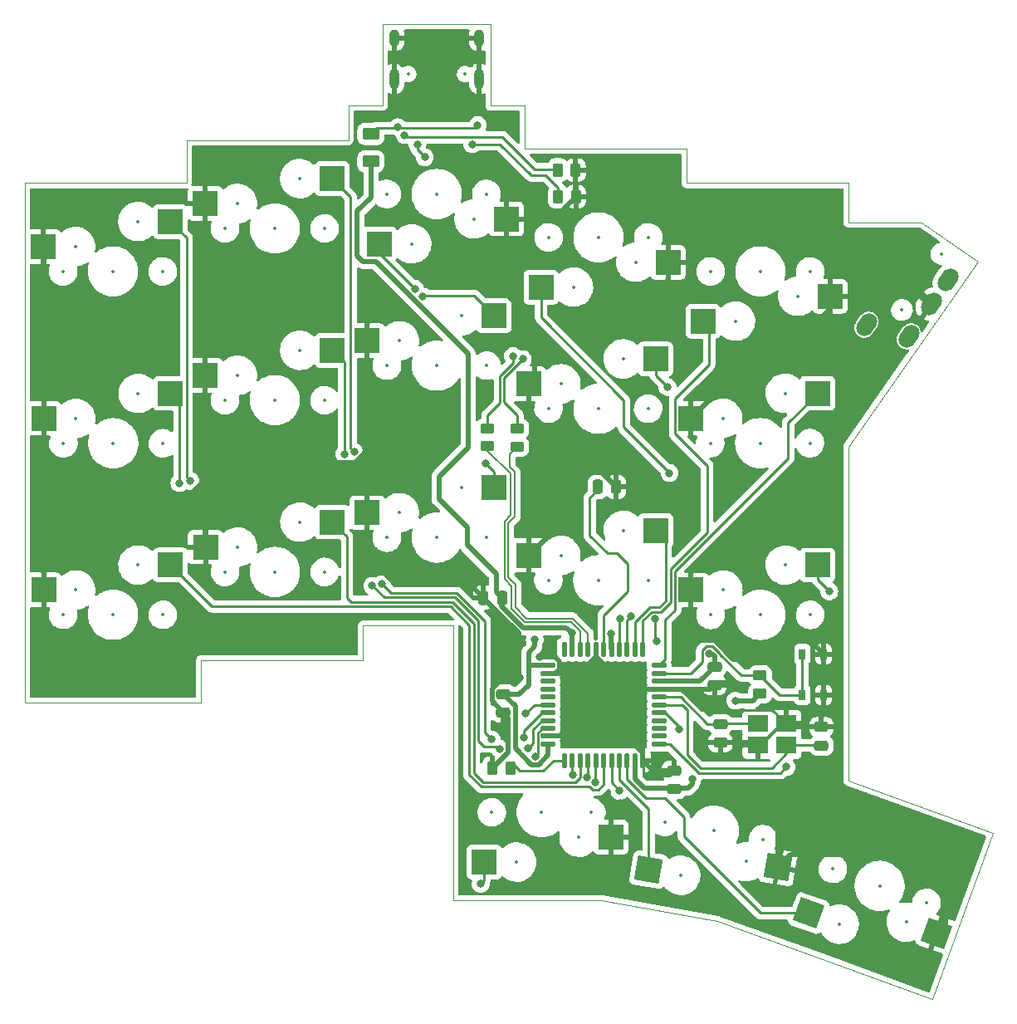
<source format=gbl>
%TF.GenerationSoftware,KiCad,Pcbnew,(6.0.6)*%
%TF.CreationDate,2022-11-13T11:43:50+09:00*%
%TF.ProjectId,split-mini__left,73706c69-742d-46d6-996e-695f5f6c6566,rev?*%
%TF.SameCoordinates,Original*%
%TF.FileFunction,Copper,L2,Bot*%
%TF.FilePolarity,Positive*%
%FSLAX46Y46*%
G04 Gerber Fmt 4.6, Leading zero omitted, Abs format (unit mm)*
G04 Created by KiCad (PCBNEW (6.0.6)) date 2022-11-13 11:43:50*
%MOMM*%
%LPD*%
G01*
G04 APERTURE LIST*
G04 Aperture macros list*
%AMRoundRect*
0 Rectangle with rounded corners*
0 $1 Rounding radius*
0 $2 $3 $4 $5 $6 $7 $8 $9 X,Y pos of 4 corners*
0 Add a 4 corners polygon primitive as box body*
4,1,4,$2,$3,$4,$5,$6,$7,$8,$9,$2,$3,0*
0 Add four circle primitives for the rounded corners*
1,1,$1+$1,$2,$3*
1,1,$1+$1,$4,$5*
1,1,$1+$1,$6,$7*
1,1,$1+$1,$8,$9*
0 Add four rect primitives between the rounded corners*
20,1,$1+$1,$2,$3,$4,$5,0*
20,1,$1+$1,$4,$5,$6,$7,0*
20,1,$1+$1,$6,$7,$8,$9,0*
20,1,$1+$1,$8,$9,$2,$3,0*%
%AMHorizOval*
0 Thick line with rounded ends*
0 $1 width*
0 $2 $3 position (X,Y) of the first rounded end (center of the circle)*
0 $4 $5 position (X,Y) of the second rounded end (center of the circle)*
0 Add line between two ends*
20,1,$1,$2,$3,$4,$5,0*
0 Add two circle primitives to create the rounded ends*
1,1,$1,$2,$3*
1,1,$1,$4,$5*%
%AMRotRect*
0 Rectangle, with rotation*
0 The origin of the aperture is its center*
0 $1 length*
0 $2 width*
0 $3 Rotation angle, in degrees counterclockwise*
0 Add horizontal line*
21,1,$1,$2,0,0,$3*%
G04 Aperture macros list end*
%TA.AperFunction,Profile*%
%ADD10C,0.100000*%
%TD*%
%TA.AperFunction,SMDPad,CuDef*%
%ADD11R,2.550000X2.500000*%
%TD*%
%TA.AperFunction,ComponentPad*%
%ADD12O,1.000000X1.800000*%
%TD*%
%TA.AperFunction,ComponentPad*%
%ADD13O,1.000000X2.100000*%
%TD*%
%TA.AperFunction,SMDPad,CuDef*%
%ADD14RotRect,2.550000X2.500000X350.000000*%
%TD*%
%TA.AperFunction,ComponentPad*%
%ADD15HorizOval,1.700000X-0.229431X-0.327661X0.229431X0.327661X0*%
%TD*%
%TA.AperFunction,SMDPad,CuDef*%
%ADD16RotRect,2.550000X2.500000X340.000000*%
%TD*%
%TA.AperFunction,SMDPad,CuDef*%
%ADD17RoundRect,0.137500X-0.137500X0.600000X-0.137500X-0.600000X0.137500X-0.600000X0.137500X0.600000X0*%
%TD*%
%TA.AperFunction,SMDPad,CuDef*%
%ADD18RoundRect,0.137500X-0.600000X0.137500X-0.600000X-0.137500X0.600000X-0.137500X0.600000X0.137500X0*%
%TD*%
%TA.AperFunction,SMDPad,CuDef*%
%ADD19RoundRect,0.250000X-0.625000X0.375000X-0.625000X-0.375000X0.625000X-0.375000X0.625000X0.375000X0*%
%TD*%
%TA.AperFunction,SMDPad,CuDef*%
%ADD20RoundRect,0.250000X0.262500X0.450000X-0.262500X0.450000X-0.262500X-0.450000X0.262500X-0.450000X0*%
%TD*%
%TA.AperFunction,SMDPad,CuDef*%
%ADD21RoundRect,0.250000X-0.262500X-0.450000X0.262500X-0.450000X0.262500X0.450000X-0.262500X0.450000X0*%
%TD*%
%TA.AperFunction,SMDPad,CuDef*%
%ADD22RoundRect,0.250000X0.250000X0.475000X-0.250000X0.475000X-0.250000X-0.475000X0.250000X-0.475000X0*%
%TD*%
%TA.AperFunction,SMDPad,CuDef*%
%ADD23RoundRect,0.250000X-0.475000X0.250000X-0.475000X-0.250000X0.475000X-0.250000X0.475000X0.250000X0*%
%TD*%
%TA.AperFunction,SMDPad,CuDef*%
%ADD24R,0.650000X1.050000*%
%TD*%
%TA.AperFunction,SMDPad,CuDef*%
%ADD25R,2.100000X1.800000*%
%TD*%
%TA.AperFunction,SMDPad,CuDef*%
%ADD26RoundRect,0.250000X0.475000X-0.250000X0.475000X0.250000X-0.475000X0.250000X-0.475000X-0.250000X0*%
%TD*%
%TA.AperFunction,SMDPad,CuDef*%
%ADD27RoundRect,0.250000X0.450000X-0.262500X0.450000X0.262500X-0.450000X0.262500X-0.450000X-0.262500X0*%
%TD*%
%TA.AperFunction,SMDPad,CuDef*%
%ADD28RoundRect,0.250000X-0.450000X0.262500X-0.450000X-0.262500X0.450000X-0.262500X0.450000X0.262500X0*%
%TD*%
%TA.AperFunction,SMDPad,CuDef*%
%ADD29RoundRect,0.250000X-0.250000X-0.475000X0.250000X-0.475000X0.250000X0.475000X-0.250000X0.475000X0*%
%TD*%
%TA.AperFunction,ViaPad*%
%ADD30C,0.800000*%
%TD*%
%TA.AperFunction,Conductor*%
%ADD31C,0.250000*%
%TD*%
%TA.AperFunction,Conductor*%
%ADD32C,0.500000*%
%TD*%
%TA.AperFunction,Conductor*%
%ADD33C,0.300000*%
%TD*%
%TA.AperFunction,Conductor*%
%ADD34C,0.200000*%
%TD*%
%ADD35C,0.350000*%
%ADD36O,0.600000X1.400000*%
%ADD37O,0.600000X1.700000*%
%ADD38HorizOval,1.000000X-0.143394X-0.204788X0.143394X0.204788X0*%
G04 APERTURE END LIST*
D10*
X116274472Y-100918426D02*
X101550000Y-95559156D01*
X50550000Y-30270000D02*
X34050000Y-30270000D01*
X34050000Y-30270000D02*
X34050000Y-34645000D01*
X109006494Y-38645000D02*
X101550000Y-38645000D01*
X114740558Y-42660035D02*
X101550000Y-61498104D01*
X35550000Y-87645000D02*
X35550000Y-83270000D01*
X88214983Y-109860807D02*
X110118110Y-117832893D01*
X35550000Y-83270000D02*
X52050000Y-83270000D01*
X110118110Y-117832893D02*
X116274472Y-100918426D01*
X68550000Y-31145000D02*
X85050000Y-31145000D01*
X34050000Y-34645000D02*
X17550000Y-34645000D01*
X61275000Y-79770000D02*
X61275000Y-107770000D01*
X61275000Y-107770000D02*
X76357429Y-107770000D01*
X17550000Y-87645000D02*
X35550000Y-87645000D01*
X50550000Y-26770000D02*
X50550000Y-30270000D01*
X101550000Y-95559156D02*
X101550000Y-61498104D01*
X65050000Y-26770000D02*
X68550000Y-26770000D01*
X76357429Y-107770000D02*
X88214983Y-109860807D01*
X65050000Y-26770000D02*
X65050000Y-18470000D01*
X17550000Y-34645000D02*
X17550000Y-87645000D01*
X85050000Y-31145000D02*
X85050000Y-34645000D01*
X109006494Y-38645000D02*
X114740558Y-42660035D01*
X54050000Y-26770000D02*
X54050000Y-18470000D01*
X50550000Y-26770000D02*
X54050000Y-26770000D01*
X54050000Y-18470000D02*
X65050000Y-18470000D01*
X101550000Y-38645000D02*
X101550000Y-34645000D01*
X68550000Y-26770000D02*
X68550000Y-31145000D01*
X101550000Y-34645000D02*
X85050000Y-34645000D01*
X52050000Y-83270000D02*
X52050000Y-79770000D01*
X52050000Y-79770000D02*
X61275000Y-79770000D01*
D11*
%TO.P,SW15,1,1*%
%TO.N,GND*%
X85485000Y-76120000D03*
%TO.P,SW15,2,2*%
%TO.N,/col14*%
X98412000Y-73580000D03*
%TD*%
D12*
%TO.P,J1,S1,SHIELD*%
%TO.N,GND*%
X55240000Y-19840000D03*
D13*
X63880000Y-24020000D03*
X55240000Y-24020000D03*
D12*
X63880000Y-19840000D03*
%TD*%
D11*
%TO.P,SW7,1,1*%
%TO.N,GND*%
X35975000Y-54230000D03*
%TO.P,SW7,2,2*%
%TO.N,/col6*%
X48902000Y-51690000D03*
%TD*%
%TO.P,SW3,1,1*%
%TO.N,GND*%
X66645000Y-38290000D03*
%TO.P,SW3,2,2*%
%TO.N,/col2*%
X53718000Y-40830000D03*
%TD*%
%TO.P,SW6,1,1*%
%TO.N,GND*%
X19485000Y-58620000D03*
%TO.P,SW6,2,2*%
%TO.N,/col5*%
X32412000Y-56080000D03*
%TD*%
D14*
%TO.P,SW17,1,1*%
%TO.N,GND*%
X94366297Y-104381709D03*
%TO.P,SW17,2,2*%
%TO.N,/col16*%
X81194620Y-104638371D03*
%TD*%
D11*
%TO.P,SW14,1,1*%
%TO.N,GND*%
X68955000Y-72590000D03*
%TO.P,SW14,2,2*%
%TO.N,/col13*%
X81882000Y-70050000D03*
%TD*%
%TO.P,SW9,1,1*%
%TO.N,GND*%
X68965000Y-55110000D03*
%TO.P,SW9,2,2*%
%TO.N,/col8*%
X81892000Y-52570000D03*
%TD*%
%TO.P,SW8,1,1*%
%TO.N,GND*%
X52490000Y-50710000D03*
%TO.P,SW8,2,2*%
%TO.N,/col7*%
X65417000Y-48170000D03*
%TD*%
D15*
%TO.P,J2,A*%
%TO.N,unconnected-(J2-PadA)*%
X103403253Y-49076093D03*
%TO.P,J2,B*%
%TO.N,SCL*%
X111719091Y-44522321D03*
%TO.P,J2,C*%
%TO.N,GND*%
X109998362Y-46979777D03*
%TO.P,J2,D*%
%TO.N,VCC*%
X107704056Y-50256386D03*
%TD*%
D11*
%TO.P,SW10,1,1*%
%TO.N,GND*%
X85465000Y-58610000D03*
%TO.P,SW10,2,2*%
%TO.N,/col9*%
X98392000Y-56070000D03*
%TD*%
%TO.P,SW11,1,1*%
%TO.N,GND*%
X19475000Y-76110000D03*
%TO.P,SW11,2,2*%
%TO.N,/col10*%
X32402000Y-73570000D03*
%TD*%
%TO.P,SW1,1,1*%
%TO.N,GND*%
X19465000Y-41100000D03*
%TO.P,SW1,2,2*%
%TO.N,/col0*%
X32392000Y-38560000D03*
%TD*%
%TO.P,SW12,1,1*%
%TO.N,GND*%
X35985000Y-71740000D03*
%TO.P,SW12,2,2*%
%TO.N,/col11*%
X48912000Y-69200000D03*
%TD*%
%TO.P,SW5,1,1*%
%TO.N,GND*%
X99660000Y-46180000D03*
%TO.P,SW5,2,2*%
%TO.N,/col4*%
X86733000Y-48720000D03*
%TD*%
%TO.P,SW2,1,1*%
%TO.N,GND*%
X35975000Y-36720000D03*
%TO.P,SW2,2,2*%
%TO.N,/col1*%
X48902000Y-34180000D03*
%TD*%
%TO.P,SW13,1,1*%
%TO.N,GND*%
X52485000Y-68240000D03*
%TO.P,SW13,2,2*%
%TO.N,/col12*%
X65412000Y-65700000D03*
%TD*%
%TO.P,SW16,1,1*%
%TO.N,GND*%
X77345000Y-101320000D03*
%TO.P,SW16,2,2*%
%TO.N,/col15*%
X64418000Y-103860000D03*
%TD*%
%TO.P,SW4,1,1*%
%TO.N,GND*%
X83145000Y-42710000D03*
%TO.P,SW4,2,2*%
%TO.N,/col3*%
X70218000Y-45250000D03*
%TD*%
D16*
%TO.P,SW18,1,1*%
%TO.N,GND*%
X110528991Y-111100032D03*
%TO.P,SW18,2,2*%
%TO.N,/col17*%
X97512853Y-109065557D03*
%TD*%
D17*
%TO.P,U1,1,PE6*%
%TO.N,unconnected-(U1-Pad1)*%
X72590000Y-82167500D03*
%TO.P,U1,2,UVCC*%
%TO.N,VCC*%
X73390000Y-82167500D03*
%TO.P,U1,3,D-*%
%TO.N,D-*%
X74190000Y-82167500D03*
%TO.P,U1,4,D+*%
%TO.N,D+*%
X74990000Y-82167500D03*
%TO.P,U1,5,UGND*%
%TO.N,GND*%
X75790000Y-82167500D03*
%TO.P,U1,6,UCAP*%
%TO.N,Net-(C1-Pad1)*%
X76590000Y-82167500D03*
%TO.P,U1,7,VBUS*%
%TO.N,VCC*%
X77390000Y-82167500D03*
%TO.P,U1,8,PB0*%
%TO.N,/col3*%
X78190000Y-82167500D03*
%TO.P,U1,9,PB1*%
%TO.N,/col8*%
X78990000Y-82167500D03*
%TO.P,U1,10,PB2*%
%TO.N,/col13*%
X79790000Y-82167500D03*
%TO.P,U1,11,PB3*%
%TO.N,/col4*%
X80590000Y-82167500D03*
D18*
%TO.P,U1,12,PB7*%
%TO.N,/col9*%
X82252500Y-83830000D03*
%TO.P,U1,13,~{RESET}*%
%TO.N,RESET*%
X82252500Y-84630000D03*
%TO.P,U1,14,VCC*%
%TO.N,VCC*%
X82252500Y-85430000D03*
%TO.P,U1,15,GND*%
%TO.N,GND*%
X82252500Y-86230000D03*
%TO.P,U1,16,XTAL2*%
%TO.N,XTAL2*%
X82252500Y-87030000D03*
%TO.P,U1,17,XTAL1*%
%TO.N,XTAL1*%
X82252500Y-87830000D03*
%TO.P,U1,18,PD0*%
%TO.N,SCL*%
X82252500Y-88630000D03*
%TO.P,U1,19,PD1*%
%TO.N,unconnected-(U1-Pad19)*%
X82252500Y-89430000D03*
%TO.P,U1,20,PD2*%
%TO.N,unconnected-(U1-Pad20)*%
X82252500Y-90230000D03*
%TO.P,U1,21,PD3*%
%TO.N,unconnected-(U1-Pad21)*%
X82252500Y-91030000D03*
%TO.P,U1,22,PD5*%
%TO.N,/col14*%
X82252500Y-91830000D03*
D17*
%TO.P,U1,23,GND*%
%TO.N,GND*%
X80590000Y-93492500D03*
%TO.P,U1,24,AVCC*%
%TO.N,VCC*%
X79790000Y-93492500D03*
%TO.P,U1,25,PD4*%
%TO.N,/col17*%
X78990000Y-93492500D03*
%TO.P,U1,26,PD6*%
%TO.N,/col16*%
X78190000Y-93492500D03*
%TO.P,U1,27,PD7*%
%TO.N,/col15*%
X77390000Y-93492500D03*
%TO.P,U1,28,PB4*%
%TO.N,/col10*%
X76590000Y-93492500D03*
%TO.P,U1,29,PB5*%
%TO.N,/col5*%
X75790000Y-93492500D03*
%TO.P,U1,30,PB6*%
%TO.N,/col0*%
X74990000Y-93492500D03*
%TO.P,U1,31,PC6*%
%TO.N,/col11*%
X74190000Y-93492500D03*
%TO.P,U1,32,PC7*%
%TO.N,/col6*%
X73390000Y-93492500D03*
%TO.P,U1,33,~{HWB}/PE2*%
%TO.N,Net-(R5-Pad1)*%
X72590000Y-93492500D03*
D18*
%TO.P,U1,34,VCC*%
%TO.N,VCC*%
X70927500Y-91830000D03*
%TO.P,U1,35,GND*%
%TO.N,GND*%
X70927500Y-91030000D03*
%TO.P,U1,36,PF7*%
%TO.N,/col1*%
X70927500Y-90230000D03*
%TO.P,U1,37,PF6*%
%TO.N,/col2*%
X70927500Y-89430000D03*
%TO.P,U1,38,PF5*%
%TO.N,/col7*%
X70927500Y-88630000D03*
%TO.P,U1,39,PF4*%
%TO.N,/col12*%
X70927500Y-87830000D03*
%TO.P,U1,40,PF1*%
%TO.N,unconnected-(U1-Pad40)*%
X70927500Y-87030000D03*
%TO.P,U1,41,PF0*%
%TO.N,unconnected-(U1-Pad41)*%
X70927500Y-86230000D03*
%TO.P,U1,42,AREF*%
%TO.N,unconnected-(U1-Pad42)*%
X70927500Y-85430000D03*
%TO.P,U1,43,GND*%
%TO.N,GND*%
X70927500Y-84630000D03*
%TO.P,U1,44,AVCC*%
%TO.N,VCC*%
X70927500Y-83830000D03*
%TD*%
D19*
%TO.P,F1,1*%
%TO.N,Net-(F1-Pad1)*%
X52860000Y-29620000D03*
%TO.P,F1,2*%
%TO.N,VCC*%
X52860000Y-32420000D03*
%TD*%
D20*
%TO.P,R5,1*%
%TO.N,Net-(R5-Pad1)*%
X67072500Y-94270000D03*
%TO.P,R5,2*%
%TO.N,GND*%
X65247500Y-94270000D03*
%TD*%
D21*
%TO.P,R1,1*%
%TO.N,Net-(J1-PadA5)*%
X71927500Y-36010000D03*
%TO.P,R1,2*%
%TO.N,GND*%
X73752500Y-36010000D03*
%TD*%
D22*
%TO.P,C5,1*%
%TO.N,VCC*%
X66210000Y-76910000D03*
%TO.P,C5,2*%
%TO.N,GND*%
X64310000Y-76910000D03*
%TD*%
D23*
%TO.P,C7,1*%
%TO.N,XTAL2*%
X88500000Y-89780000D03*
%TO.P,C7,2*%
%TO.N,GND*%
X88500000Y-91680000D03*
%TD*%
D21*
%TO.P,R2,1*%
%TO.N,Net-(J1-PadB5)*%
X71917500Y-33310000D03*
%TO.P,R2,2*%
%TO.N,GND*%
X73742500Y-33310000D03*
%TD*%
D24*
%TO.P,RESET1,1,A*%
%TO.N,GND*%
X99010000Y-86820000D03*
%TO.P,RESET1,2,B*%
X99010000Y-82660000D03*
%TO.P,RESET1,3,C*%
%TO.N,RESET*%
X96850000Y-86820000D03*
%TO.P,RESET1,4,D*%
X96850000Y-82660000D03*
%TD*%
D25*
%TO.P,Y1,1,1*%
%TO.N,XTAL1*%
X95210000Y-91960000D03*
%TO.P,Y1,2,2*%
%TO.N,GND*%
X92310000Y-91960000D03*
%TO.P,Y1,3,3*%
%TO.N,XTAL2*%
X92310000Y-89760000D03*
%TO.P,Y1,4,4*%
%TO.N,GND*%
X95210000Y-89760000D03*
%TD*%
D23*
%TO.P,C4,1*%
%TO.N,VCC*%
X66370000Y-86740000D03*
%TO.P,C4,2*%
%TO.N,GND*%
X66370000Y-88640000D03*
%TD*%
D26*
%TO.P,C2,1*%
%TO.N,VCC*%
X83740000Y-96450000D03*
%TO.P,C2,2*%
%TO.N,GND*%
X83740000Y-94550000D03*
%TD*%
D27*
%TO.P,R6,1*%
%TO.N,VCC*%
X92540000Y-86662500D03*
%TO.P,R6,2*%
%TO.N,RESET*%
X92540000Y-84837500D03*
%TD*%
D23*
%TO.P,C6,1*%
%TO.N,GND*%
X98790000Y-90090000D03*
%TO.P,C6,2*%
%TO.N,XTAL1*%
X98790000Y-91990000D03*
%TD*%
D28*
%TO.P,R4,1*%
%TO.N,Net-(J1-PadA6)*%
X67780000Y-59697500D03*
%TO.P,R4,2*%
%TO.N,D+*%
X67780000Y-61522500D03*
%TD*%
%TO.P,R3,1*%
%TO.N,Net-(J1-PadA7)*%
X64770000Y-59647500D03*
%TO.P,R3,2*%
%TO.N,D-*%
X64770000Y-61472500D03*
%TD*%
D23*
%TO.P,C3,1*%
%TO.N,VCC*%
X87890000Y-83940000D03*
%TO.P,C3,2*%
%TO.N,GND*%
X87890000Y-85840000D03*
%TD*%
D29*
%TO.P,C1,1*%
%TO.N,Net-(C1-Pad1)*%
X75960000Y-65630000D03*
%TO.P,C1,2*%
%TO.N,GND*%
X77860000Y-65630000D03*
%TD*%
D30*
%TO.N,GND*%
X64375000Y-56450000D03*
X68000000Y-85100000D03*
X92380000Y-98620000D03*
X70090000Y-82980500D03*
X78260000Y-97840000D03*
X66740000Y-38310000D03*
X89530000Y-85560000D03*
X68630000Y-70260000D03*
X81678750Y-94581250D03*
X92450000Y-83210000D03*
X63200000Y-100950000D03*
X89000000Y-65000000D03*
%TO.N,VCC*%
X73350000Y-80500000D03*
X77350000Y-80590000D03*
X85620000Y-95410500D03*
X90020000Y-87420000D03*
X87370000Y-82590000D03*
X69560000Y-81170000D03*
%TO.N,Net-(F1-Pad1)*%
X63750000Y-28720000D03*
X55600000Y-28940000D03*
%TO.N,Net-(J1-PadA5)*%
X63200000Y-30674500D03*
%TO.N,Net-(J1-PadA6)*%
X57593764Y-30703764D03*
X58343362Y-32003362D03*
X68340000Y-52590000D03*
%TO.N,Net-(J1-PadA7)*%
X67350000Y-52260000D03*
%TO.N,Net-(J1-PadB5)*%
X56300000Y-29754500D03*
%TO.N,SCL*%
X82025000Y-81300000D03*
X81810500Y-79060500D03*
X84300000Y-90275000D03*
%TO.N,/col0*%
X74914500Y-95190000D03*
X34450000Y-65020000D03*
%TO.N,/col1*%
X51139312Y-62029312D03*
X69600000Y-93070000D03*
%TO.N,/col2*%
X65995562Y-92320562D03*
X57333094Y-45401718D03*
X53000000Y-75695500D03*
X68875500Y-92300205D03*
%TO.N,/col3*%
X78250000Y-79060500D03*
X83300500Y-64200000D03*
%TO.N,/col5*%
X75744707Y-95746563D03*
X33328091Y-65225935D03*
%TO.N,/col6*%
X50140000Y-62260500D03*
X73420000Y-94980000D03*
%TO.N,/col7*%
X65158418Y-91365500D03*
X58115688Y-46184312D03*
X68490000Y-91120000D03*
X54005201Y-75519799D03*
%TO.N,/col8*%
X79362100Y-78822601D03*
X83100000Y-55420000D03*
%TO.N,/col12*%
X64575000Y-63225000D03*
X68640000Y-88730000D03*
%TO.N,/col14*%
X99600000Y-76260000D03*
X95240000Y-94160000D03*
%TO.N,/col15*%
X64050000Y-106075000D03*
X78220000Y-96600000D03*
%TD*%
D31*
%TO.N,Net-(C1-Pad1)*%
X79020000Y-76290000D02*
X79020000Y-73470000D01*
X75180000Y-70560000D02*
X75180000Y-66720000D01*
X75180000Y-66720000D02*
X75800000Y-66100000D01*
X76590000Y-78720000D02*
X79020000Y-76290000D01*
X77000000Y-72380000D02*
X75180000Y-70560000D01*
X77930000Y-72380000D02*
X77000000Y-72380000D01*
X76590000Y-82167500D02*
X76590000Y-78720000D01*
X79020000Y-73470000D02*
X77930000Y-72380000D01*
D32*
%TO.N,GND*%
X66870000Y-92647500D02*
X66870000Y-89140000D01*
X99660000Y-44580000D02*
X99660000Y-46180000D01*
X86415000Y-81290000D02*
X85485000Y-80360000D01*
X66645000Y-45973000D02*
X69550000Y-48878000D01*
X95540000Y-90090000D02*
X95210000Y-89760000D01*
X69550000Y-48878000D02*
X69550000Y-54525000D01*
X72115000Y-84210850D02*
X71695850Y-84630000D01*
X63000000Y-75600000D02*
X55440000Y-75600000D01*
X73752500Y-36010000D02*
X80650000Y-36010000D01*
X70927500Y-84630000D02*
X72520000Y-84630000D01*
X19475000Y-69115000D02*
X22270000Y-66320000D01*
X70960000Y-70585000D02*
X68955000Y-72590000D01*
X66645000Y-38290000D02*
X66645000Y-45973000D01*
X80590000Y-93492500D02*
X80590000Y-92724150D01*
X83740000Y-94550000D02*
X83320000Y-94970000D01*
X37285000Y-64805000D02*
X38980000Y-63110000D01*
X35975000Y-36720000D02*
X35975000Y-64705000D01*
X68000000Y-85100000D02*
X66295051Y-85100000D01*
X71646350Y-82980500D02*
X72115000Y-83449150D01*
X35975000Y-71730000D02*
X35985000Y-71740000D01*
X99010000Y-82660000D02*
X97540000Y-81190000D01*
X110078362Y-46929777D02*
X105858585Y-42710000D01*
X35975000Y-64805000D02*
X35975000Y-64705000D01*
X111450000Y-110179023D02*
X111450000Y-106360000D01*
X75630000Y-63400000D02*
X71620000Y-63400000D01*
X71695850Y-84630000D02*
X70927500Y-84630000D01*
D33*
X92310000Y-92260000D02*
X94810000Y-89760000D01*
D32*
X38980000Y-63110000D02*
X51260000Y-63110000D01*
X111450000Y-106360000D02*
X108192537Y-103102537D01*
D31*
X86540000Y-88360000D02*
X84410000Y-86230000D01*
D32*
X81678750Y-94581250D02*
X80590000Y-93492500D01*
X92310000Y-91960000D02*
X92730000Y-91960000D01*
X87500000Y-86230000D02*
X84410000Y-86230000D01*
X73710000Y-85820000D02*
X72520000Y-84630000D01*
X73742500Y-33310000D02*
X73742500Y-36000000D01*
X77860000Y-65630000D02*
X75630000Y-63400000D01*
X67920000Y-85020000D02*
X67920000Y-80520000D01*
X88500000Y-91680000D02*
X92030000Y-91680000D01*
X99840000Y-42710000D02*
X99050000Y-41920000D01*
X35975000Y-64805000D02*
X37285000Y-64805000D01*
X89828477Y-83210000D02*
X89040000Y-82421523D01*
X80590000Y-92724150D02*
X77955850Y-90090000D01*
X68955000Y-70585000D02*
X68630000Y-70260000D01*
X108192537Y-103102537D02*
X95645469Y-103102537D01*
X89040000Y-82421523D02*
X89040000Y-82383655D01*
X87890000Y-85840000D02*
X87500000Y-86230000D01*
X55440000Y-75600000D02*
X52485000Y-72645000D01*
X65195000Y-86200051D02*
X65195000Y-87465000D01*
X68955000Y-72590000D02*
X68955000Y-70585000D01*
X70927500Y-91030000D02*
X70937500Y-91020000D01*
X52490000Y-50710000D02*
X52490000Y-61880000D01*
X70090000Y-82980500D02*
X71646350Y-82980500D01*
X51260000Y-63110000D02*
X52490000Y-61880000D01*
X69550000Y-54525000D02*
X68965000Y-55110000D01*
X83145000Y-38505000D02*
X83145000Y-42710000D01*
X79084150Y-86230000D02*
X82252500Y-86230000D01*
X77345000Y-98755000D02*
X77345000Y-101320000D01*
X94366297Y-100606297D02*
X92380000Y-98620000D01*
X64310000Y-76910000D02*
X63000000Y-75600000D01*
X80650000Y-36010000D02*
X83145000Y-38505000D01*
X95645469Y-103102537D02*
X94366297Y-104381709D01*
X99660000Y-42530000D02*
X99660000Y-46180000D01*
D31*
X95210000Y-89760000D02*
X93810000Y-88360000D01*
D32*
X77955850Y-90090000D02*
X73710000Y-90090000D01*
X91438428Y-55651572D02*
X99660000Y-47430000D01*
X68965000Y-57935000D02*
X70960000Y-59930000D01*
X97540000Y-81190000D02*
X96300000Y-81190000D01*
X85245000Y-40605000D02*
X83145000Y-38505000D01*
X92450000Y-83210000D02*
X89828477Y-83210000D01*
X70937500Y-91020000D02*
X72980000Y-91020000D01*
X70960000Y-62740000D02*
X70960000Y-70585000D01*
X19475000Y-41110000D02*
X19475000Y-70505000D01*
X34460000Y-66320000D02*
X35975000Y-64805000D01*
X68965000Y-55110000D02*
X68965000Y-57935000D01*
X52485000Y-72645000D02*
X52485000Y-68240000D01*
X75790000Y-82167500D02*
X75790000Y-82935850D01*
X83320000Y-94970000D02*
X82067500Y-94970000D01*
X19475000Y-70505000D02*
X19475000Y-69115000D01*
X35975000Y-64705000D02*
X35975000Y-71730000D01*
X89040000Y-82383655D02*
X87946345Y-81290000D01*
X99010000Y-82660000D02*
X99010000Y-86820000D01*
X75790000Y-82935850D02*
X79084150Y-86230000D01*
X68000000Y-85100000D02*
X67920000Y-85020000D01*
X105858585Y-42710000D02*
X99840000Y-42710000D01*
X88170000Y-85560000D02*
X87890000Y-85840000D01*
X65247500Y-94270000D02*
X66870000Y-92647500D01*
X19465000Y-41100000D02*
X19475000Y-41110000D01*
X99050000Y-41920000D02*
X99660000Y-42530000D01*
X67920000Y-80520000D02*
X64310000Y-76910000D01*
X96300000Y-81190000D02*
X94280000Y-83210000D01*
X84410000Y-86230000D02*
X82252500Y-86230000D01*
X89530000Y-85560000D02*
X88170000Y-85560000D01*
X94366297Y-104381709D02*
X94366297Y-100606297D01*
X110528991Y-111100032D02*
X111450000Y-110179023D01*
X97740000Y-40610000D02*
X99050000Y-41920000D01*
X71620000Y-63400000D02*
X70960000Y-62740000D01*
X73742500Y-36000000D02*
X73752500Y-36010000D01*
X85465000Y-58610000D02*
X88423428Y-55651572D01*
X22270000Y-66320000D02*
X34460000Y-66320000D01*
D31*
X93810000Y-88360000D02*
X86540000Y-88360000D01*
D32*
X72520000Y-84630000D02*
X74095850Y-84630000D01*
X85485000Y-80360000D02*
X85485000Y-76120000D01*
X73710000Y-90290000D02*
X73710000Y-90090000D01*
X66870000Y-89140000D02*
X66370000Y-88640000D01*
X52490000Y-68235000D02*
X52485000Y-68240000D01*
X19475000Y-70505000D02*
X19475000Y-76110000D01*
X98790000Y-90090000D02*
X95540000Y-90090000D01*
X87946345Y-81290000D02*
X86415000Y-81290000D01*
X99660000Y-47430000D02*
X99660000Y-46180000D01*
X71452500Y-38310000D02*
X66740000Y-38310000D01*
X82067500Y-94970000D02*
X81678750Y-94581250D01*
X78260000Y-97840000D02*
X77345000Y-98755000D01*
X73710000Y-90090000D02*
X73710000Y-85820000D01*
X72980000Y-91020000D02*
X73710000Y-90290000D01*
X72115000Y-83449150D02*
X72115000Y-84210850D01*
X92030000Y-91680000D02*
X92310000Y-91960000D01*
X70960000Y-59930000D02*
X70960000Y-62740000D01*
X94280000Y-83210000D02*
X92450000Y-83210000D01*
X88423428Y-55651572D02*
X91438428Y-55651572D01*
D31*
X94810000Y-89760000D02*
X95210000Y-89760000D01*
D32*
X85245000Y-40610000D02*
X97740000Y-40610000D01*
X52490000Y-61880000D02*
X52490000Y-68235000D01*
X65195000Y-87465000D02*
X66370000Y-88640000D01*
X66295051Y-85100000D02*
X65195000Y-86200051D01*
X85245000Y-40610000D02*
X85245000Y-40605000D01*
X74095850Y-84630000D02*
X75790000Y-82935850D01*
X73752500Y-36010000D02*
X71452500Y-38310000D01*
%TO.N,VCC*%
X69560000Y-81866894D02*
X68920000Y-82506894D01*
X68351446Y-79961496D02*
X66200000Y-77810050D01*
X62670000Y-69730000D02*
X59800000Y-66860000D01*
X52050000Y-42625000D02*
X51460000Y-42035000D01*
X86400000Y-85430000D02*
X87890000Y-83940000D01*
X51460000Y-42035000D02*
X51460000Y-37520000D01*
X67570000Y-87940000D02*
X66370000Y-86740000D01*
X90020000Y-87420000D02*
X91782500Y-87420000D01*
X62770000Y-61580000D02*
X62770000Y-52040000D01*
X85180000Y-96340000D02*
X83850000Y-96340000D01*
X70927500Y-92944582D02*
X69952082Y-93920000D01*
X73350000Y-80500000D02*
X73350000Y-82127500D01*
X83830000Y-96320000D02*
X80710000Y-96320000D01*
X52860000Y-36120000D02*
X52860000Y-32420000D01*
X59800000Y-64550000D02*
X62770000Y-61580000D01*
X87370000Y-82590000D02*
X87620000Y-82590000D01*
X87620000Y-82590000D02*
X87890000Y-82860000D01*
X73350000Y-80500000D02*
X72811496Y-79961496D01*
X67985000Y-86740000D02*
X66370000Y-86740000D01*
X62670000Y-71545000D02*
X62670000Y-69730000D01*
X73350000Y-82127500D02*
X73390000Y-82167500D01*
X77350000Y-80590000D02*
X77350000Y-82127500D01*
X62770000Y-52040000D02*
X53355000Y-42625000D01*
X70927500Y-91830000D02*
X70927500Y-92944582D01*
X68920000Y-85805000D02*
X67985000Y-86740000D01*
X77350000Y-82127500D02*
X77390000Y-82167500D01*
X85620000Y-95410500D02*
X85620000Y-95900000D01*
X79790000Y-95400000D02*
X79790000Y-93492500D01*
X65625000Y-76325000D02*
X65625000Y-74500000D01*
X68920000Y-84040000D02*
X68920000Y-85805000D01*
X87890000Y-82860000D02*
X87890000Y-83940000D01*
X66200000Y-76900000D02*
X65625000Y-76325000D01*
X53355000Y-42625000D02*
X52050000Y-42625000D01*
X69560000Y-81170000D02*
X69560000Y-81866894D01*
X51460000Y-37520000D02*
X52860000Y-36120000D01*
X80710000Y-96320000D02*
X79790000Y-95400000D01*
X70927500Y-83830000D02*
X69130000Y-83830000D01*
X59800000Y-66860000D02*
X59800000Y-64550000D01*
X68920000Y-82506894D02*
X68920000Y-84040000D01*
X67570000Y-92242082D02*
X67570000Y-87940000D01*
X66200000Y-77810050D02*
X66200000Y-76900000D01*
X65625000Y-74500000D02*
X62670000Y-71545000D01*
X72811496Y-79961496D02*
X68351446Y-79961496D01*
X85620000Y-95900000D02*
X85180000Y-96340000D01*
X69130000Y-83830000D02*
X68920000Y-84040000D01*
X69952082Y-93920000D02*
X69247918Y-93920000D01*
X82252500Y-85430000D02*
X86400000Y-85430000D01*
X83850000Y-96340000D02*
X83830000Y-96320000D01*
X91782500Y-87420000D02*
X92540000Y-86662500D01*
X69247918Y-93920000D02*
X67570000Y-92242082D01*
D31*
%TO.N,XTAL1*%
X93745000Y-94275000D02*
X86450000Y-94275000D01*
X85125000Y-92950000D02*
X85125000Y-88361396D01*
X86450000Y-94275000D02*
X85125000Y-92950000D01*
X95210000Y-92810000D02*
X93745000Y-94275000D01*
X85125000Y-88361396D02*
X84593604Y-87830000D01*
X84593604Y-87830000D02*
X82252500Y-87830000D01*
X98790000Y-91990000D02*
X98760000Y-91960000D01*
X95210000Y-91960000D02*
X95210000Y-92810000D01*
X98760000Y-91960000D02*
X95210000Y-91960000D01*
%TO.N,XTAL2*%
X88500000Y-89780000D02*
X88520000Y-89760000D01*
X87180000Y-89780000D02*
X84430000Y-87030000D01*
X88500000Y-89780000D02*
X87180000Y-89780000D01*
X84430000Y-87030000D02*
X82252500Y-87030000D01*
X88520000Y-89760000D02*
X92310000Y-89760000D01*
%TO.N,Net-(F1-Pad1)*%
X55600000Y-28940000D02*
X55690000Y-29030000D01*
X55690000Y-29030000D02*
X63440000Y-29030000D01*
X63440000Y-29030000D02*
X63750000Y-28720000D01*
X55510000Y-29030000D02*
X53450000Y-29030000D01*
X55600000Y-28940000D02*
X55510000Y-29030000D01*
X53450000Y-29030000D02*
X52860000Y-29620000D01*
%TO.N,Net-(J1-PadA5)*%
X63200000Y-30674500D02*
X66014500Y-30674500D01*
X69190000Y-33850000D02*
X70660000Y-33850000D01*
X70660000Y-33850000D02*
X71927500Y-35117500D01*
X71927500Y-35117500D02*
X71927500Y-36010000D01*
X66014500Y-30674500D02*
X69190000Y-33850000D01*
%TO.N,Net-(J1-PadA6)*%
X57593764Y-31253764D02*
X57593764Y-30703764D01*
X67780000Y-58280000D02*
X66450000Y-56950000D01*
X67780000Y-59697500D02*
X67780000Y-58280000D01*
X66450000Y-54480000D02*
X68340000Y-52590000D01*
X66450000Y-56950000D02*
X66450000Y-54480000D01*
X58343362Y-32003362D02*
X57593764Y-31253764D01*
%TO.N,Net-(J1-PadA7)*%
X64770000Y-58300000D02*
X64770000Y-59647500D01*
X67350000Y-52943604D02*
X66000000Y-54293604D01*
X67350000Y-52260000D02*
X67350000Y-52943604D01*
X66000000Y-54293604D02*
X66000000Y-57070000D01*
X66000000Y-57070000D02*
X64770000Y-58300000D01*
%TO.N,Net-(J1-PadB5)*%
X56495500Y-29950000D02*
X66270000Y-29950000D01*
X56300000Y-29754500D02*
X56495500Y-29950000D01*
X69550000Y-33230000D02*
X71837500Y-33230000D01*
X71837500Y-33230000D02*
X71917500Y-33310000D01*
X66270000Y-29950000D02*
X69550000Y-33230000D01*
%TO.N,SCL*%
X82844074Y-88630000D02*
X82252500Y-88630000D01*
X84300000Y-90085926D02*
X82844074Y-88630000D01*
X84300000Y-90275000D02*
X84300000Y-90085926D01*
X82025000Y-81300000D02*
X81810500Y-81085500D01*
X81810500Y-81085500D02*
X81810500Y-79060500D01*
D34*
%TO.N,D-*%
X67100000Y-68502501D02*
X66470000Y-69132501D01*
X67200000Y-78032232D02*
X68579264Y-79411496D01*
X64770000Y-61472500D02*
X64770000Y-61932999D01*
X67100000Y-64262999D02*
X67100000Y-68502501D01*
X66470000Y-75020000D02*
X67200000Y-75750000D01*
X73251446Y-79411496D02*
X74190000Y-80350050D01*
X64770000Y-61932999D02*
X67100000Y-64262999D01*
X74190000Y-80350050D02*
X74190000Y-82167500D01*
X68579264Y-79411496D02*
X73251446Y-79411496D01*
X66470000Y-69132501D02*
X66470000Y-75020000D01*
X67200000Y-75750000D02*
X67200000Y-78032232D01*
%TO.N,D+*%
X67000000Y-63597314D02*
X67500000Y-64097314D01*
X67500000Y-64097314D02*
X67500000Y-68668186D01*
X74990000Y-80584364D02*
X74990000Y-82167500D01*
X68744950Y-79011496D02*
X73417132Y-79011496D01*
X67000000Y-62302500D02*
X67000000Y-63597314D01*
X67600000Y-75584315D02*
X67600000Y-77866546D01*
X66870000Y-69298186D02*
X66870000Y-74854314D01*
X73417132Y-79011496D02*
X74990000Y-80584364D01*
X67500000Y-68668186D02*
X66870000Y-69298186D01*
X67780000Y-61522500D02*
X67000000Y-62302500D01*
X66870000Y-74854314D02*
X67600000Y-75584315D01*
X67600000Y-77866546D02*
X68744950Y-79011496D01*
D31*
%TO.N,Net-(R5-Pad1)*%
X71517500Y-93492500D02*
X70440000Y-94570000D01*
X72590000Y-93492500D02*
X71517500Y-93492500D01*
X68032500Y-94570000D02*
X67172500Y-93710000D01*
X70440000Y-94570000D02*
X68032500Y-94570000D01*
%TO.N,RESET*%
X85450000Y-84630000D02*
X82252500Y-84630000D01*
X90642805Y-84837500D02*
X88465000Y-82659695D01*
X92540000Y-84837500D02*
X90642805Y-84837500D01*
X92540000Y-84837500D02*
X94522500Y-86820000D01*
X88465000Y-82621827D02*
X87708173Y-81865000D01*
X87708173Y-81865000D02*
X87069695Y-81865000D01*
X87069695Y-81865000D02*
X86645000Y-82289695D01*
X96850000Y-86820000D02*
X96850000Y-82660000D01*
X86645000Y-82289695D02*
X86645000Y-83435000D01*
X86645000Y-83435000D02*
X85450000Y-84630000D01*
X94522500Y-86820000D02*
X96850000Y-86820000D01*
X88465000Y-82659695D02*
X88465000Y-82621827D01*
%TO.N,/col0*%
X74990000Y-95114500D02*
X74990000Y-93492500D01*
X74914500Y-95190000D02*
X74990000Y-95114500D01*
X34052667Y-40220667D02*
X32392000Y-38560000D01*
X34450000Y-65020000D02*
X34052667Y-64622667D01*
X34052667Y-64622667D02*
X34052667Y-40220667D01*
%TO.N,/col1*%
X69600000Y-93070000D02*
X69865000Y-92805000D01*
X51139312Y-62029312D02*
X50790000Y-61680000D01*
X69865000Y-90700926D02*
X70335926Y-90230000D01*
X50790000Y-36068000D02*
X48902000Y-34180000D01*
X69865000Y-92805000D02*
X69865000Y-90700926D01*
X50790000Y-61680000D02*
X50790000Y-36068000D01*
X70335926Y-90230000D02*
X70927500Y-90230000D01*
%TO.N,/col2*%
X69415000Y-91760705D02*
X69415000Y-90350926D01*
X63800000Y-91540000D02*
X63800000Y-79260000D01*
X65995562Y-92320562D02*
X65765000Y-92090000D01*
X57333094Y-45401718D02*
X53718000Y-41786624D01*
X54194500Y-76890000D02*
X53000000Y-75695500D01*
X64350000Y-92090000D02*
X63800000Y-91540000D01*
X61430000Y-76890000D02*
X54194500Y-76890000D01*
X63800000Y-79260000D02*
X61430000Y-76890000D01*
X53718000Y-41786624D02*
X53718000Y-40830000D01*
X69415000Y-90350926D02*
X70335926Y-89430000D01*
X70335926Y-89430000D02*
X70927500Y-89430000D01*
X68875500Y-92300205D02*
X69415000Y-91760705D01*
X65765000Y-92090000D02*
X64350000Y-92090000D01*
%TO.N,/col3*%
X78640000Y-59510000D02*
X78640000Y-56770000D01*
X70218000Y-48348000D02*
X70218000Y-45250000D01*
X78190000Y-79120500D02*
X78190000Y-82167500D01*
X78250000Y-79060500D02*
X78190000Y-79120500D01*
X83300500Y-64200000D02*
X83300500Y-64170500D01*
X78640000Y-56770000D02*
X70218000Y-48348000D01*
X83300500Y-64170500D02*
X78640000Y-59510000D01*
%TO.N,/col4*%
X87340000Y-53134000D02*
X83865000Y-56609000D01*
X86733000Y-48720000D02*
X87340000Y-49327000D01*
X83865000Y-56609000D02*
X83865000Y-60185000D01*
X83865000Y-60185000D02*
X87160000Y-63480000D01*
X82447348Y-78335500D02*
X81510195Y-78335500D01*
X81510195Y-78335500D02*
X80590000Y-79255695D01*
X83435000Y-77347848D02*
X82447348Y-78335500D01*
X87160000Y-63480000D02*
X87160000Y-70283604D01*
X80590000Y-79255695D02*
X80590000Y-82167500D01*
X87340000Y-49327000D02*
X87340000Y-53134000D01*
X87160000Y-70283604D02*
X83435000Y-74008604D01*
X83435000Y-74008604D02*
X83435000Y-77347848D01*
%TO.N,/col5*%
X75744707Y-93537793D02*
X75790000Y-93492500D01*
X33328091Y-56996091D02*
X32412000Y-56080000D01*
X33328091Y-65225935D02*
X33328091Y-56996091D01*
X75744707Y-95746563D02*
X75744707Y-93537793D01*
%TO.N,/col6*%
X73390000Y-94950000D02*
X73390000Y-93492500D01*
X50140000Y-62260500D02*
X50140000Y-52928000D01*
X50140000Y-52928000D02*
X48902000Y-51690000D01*
X73420000Y-94980000D02*
X73390000Y-94950000D01*
%TO.N,/col7*%
X64470000Y-79293604D02*
X61616396Y-76440000D01*
X58175000Y-46125000D02*
X63347000Y-46125000D01*
X58115688Y-46184312D02*
X58175000Y-46125000D01*
X63347000Y-46125000D02*
X65392000Y-48170000D01*
X65158418Y-91365500D02*
X64470000Y-90677082D01*
X64470000Y-90677082D02*
X64470000Y-79293604D01*
X68490000Y-91120000D02*
X68490000Y-90475926D01*
X65392000Y-48170000D02*
X65417000Y-48170000D01*
X61616396Y-76440000D02*
X54925402Y-76440000D01*
X70335926Y-88630000D02*
X70927500Y-88630000D01*
X68490000Y-90475926D02*
X70335926Y-88630000D01*
X54925402Y-76440000D02*
X54005201Y-75519799D01*
%TO.N,/col8*%
X79362100Y-78822601D02*
X78990000Y-79194701D01*
X78990000Y-79194701D02*
X78990000Y-82167500D01*
X83100000Y-55420000D02*
X81892000Y-54212000D01*
X81892000Y-54212000D02*
X81892000Y-52570000D01*
%TO.N,/col9*%
X95406166Y-59055834D02*
X98392000Y-56070000D01*
X82875000Y-79175000D02*
X83885000Y-78165000D01*
X82252500Y-83830000D02*
X82875000Y-83207500D01*
X83885000Y-74195000D02*
X95406166Y-62673834D01*
X83885000Y-78165000D02*
X83885000Y-74195000D01*
X95406166Y-62673834D02*
X95406166Y-59055834D01*
X82875000Y-83207500D02*
X82875000Y-79175000D01*
%TO.N,/col10*%
X64100000Y-96190000D02*
X62900000Y-94990000D01*
X60970000Y-77790000D02*
X36622000Y-77790000D01*
X76590000Y-93492500D02*
X76590000Y-95926575D01*
X76590000Y-95926575D02*
X76045012Y-96471563D01*
X62900000Y-94990000D02*
X62900000Y-79720000D01*
X76045012Y-96471563D02*
X75444402Y-96471563D01*
X36622000Y-77790000D02*
X32402000Y-73570000D01*
X75162839Y-96190000D02*
X64100000Y-96190000D01*
X75444402Y-96471563D02*
X75162839Y-96190000D01*
X62900000Y-79720000D02*
X60970000Y-77790000D01*
%TO.N,/col11*%
X63350000Y-94803604D02*
X63350000Y-79533604D01*
X74190000Y-95235305D02*
X73685305Y-95740000D01*
X50830000Y-77340000D02*
X50420000Y-76930000D01*
X73685305Y-95740000D02*
X64286396Y-95740000D01*
X50420000Y-70708000D02*
X48912000Y-69200000D01*
X50420000Y-76930000D02*
X50420000Y-70708000D01*
X63350000Y-79533604D02*
X61156396Y-77340000D01*
X74190000Y-93492500D02*
X74190000Y-95235305D01*
X61156396Y-77340000D02*
X50830000Y-77340000D01*
X64286396Y-95740000D02*
X63350000Y-94803604D01*
%TO.N,/col12*%
X70927500Y-87830000D02*
X69540000Y-87830000D01*
X64575000Y-63225000D02*
X65412000Y-64062000D01*
X65412000Y-64062000D02*
X65412000Y-65700000D01*
X69540000Y-87830000D02*
X68640000Y-88730000D01*
%TO.N,/col13*%
X79790000Y-79419299D02*
X81323799Y-77885500D01*
X82260952Y-77885500D02*
X82913226Y-77233226D01*
X82913226Y-77233226D02*
X82913226Y-71081226D01*
X81323799Y-77885500D02*
X82260952Y-77885500D01*
X82913226Y-71081226D02*
X81882000Y-70050000D01*
X79790000Y-82167500D02*
X79790000Y-79419299D01*
%TO.N,/col14*%
X99600000Y-76260000D02*
X98412000Y-75072000D01*
X98412000Y-75072000D02*
X98412000Y-73580000D01*
X94600000Y-94800000D02*
X86290000Y-94800000D01*
X86290000Y-94800000D02*
X83320000Y-91830000D01*
X83320000Y-91830000D02*
X82252500Y-91830000D01*
X95240000Y-94160000D02*
X94600000Y-94800000D01*
%TO.N,/col15*%
X78220000Y-96600000D02*
X77390000Y-95770000D01*
X64050000Y-106075000D02*
X64418000Y-105707000D01*
X64418000Y-105707000D02*
X64418000Y-103860000D01*
X77390000Y-95770000D02*
X77390000Y-93492500D01*
%TO.N,/col16*%
X78190000Y-95450000D02*
X78190000Y-93492500D01*
X81194620Y-104638371D02*
X81194620Y-98454620D01*
X81194620Y-98454620D02*
X78190000Y-95450000D01*
%TO.N,/col17*%
X84770000Y-101230000D02*
X92605557Y-109065557D01*
X78990000Y-93492500D02*
X78990000Y-95413172D01*
X82845200Y-97345200D02*
X84770000Y-99270000D01*
X84770000Y-99270000D02*
X84770000Y-101230000D01*
X78990000Y-95413172D02*
X80922028Y-97345200D01*
X92605557Y-109065557D02*
X97512853Y-109065557D01*
X80922028Y-97345200D02*
X82845200Y-97345200D01*
%TD*%
%TA.AperFunction,Conductor*%
%TO.N,GND*%
G36*
X62864815Y-18998502D02*
G01*
X62911308Y-19052158D01*
X62921412Y-19122432D01*
X62916796Y-19142599D01*
X62891119Y-19223541D01*
X62888570Y-19235532D01*
X62872393Y-19379761D01*
X62872000Y-19386785D01*
X62872000Y-19567885D01*
X62876475Y-19583124D01*
X62877865Y-19584329D01*
X62885548Y-19586000D01*
X64008000Y-19586000D01*
X64076121Y-19606002D01*
X64122614Y-19659658D01*
X64134000Y-19712000D01*
X64134000Y-21197924D01*
X64137973Y-21211455D01*
X64145768Y-21212575D01*
X64253521Y-21180862D01*
X64264885Y-21176271D01*
X64357124Y-21128049D01*
X64426760Y-21114215D01*
X64492821Y-21140225D01*
X64534333Y-21197821D01*
X64541500Y-21239711D01*
X64541500Y-22470343D01*
X64521498Y-22538464D01*
X64467842Y-22584957D01*
X64397568Y-22595061D01*
X64355571Y-22581179D01*
X64277924Y-22539196D01*
X64266619Y-22534444D01*
X64151308Y-22498750D01*
X64137205Y-22498544D01*
X64134000Y-22505299D01*
X64134000Y-25527924D01*
X64137973Y-25541455D01*
X64145768Y-25542575D01*
X64253521Y-25510862D01*
X64264885Y-25506271D01*
X64357124Y-25458049D01*
X64426760Y-25444215D01*
X64492821Y-25470225D01*
X64534333Y-25527821D01*
X64541500Y-25569711D01*
X64541500Y-26761377D01*
X64541498Y-26762147D01*
X64541024Y-26839721D01*
X64543491Y-26848352D01*
X64549150Y-26868153D01*
X64552728Y-26884915D01*
X64556920Y-26914187D01*
X64560634Y-26922355D01*
X64560634Y-26922356D01*
X64567548Y-26937562D01*
X64573996Y-26955086D01*
X64581051Y-26979771D01*
X64585843Y-26987365D01*
X64585844Y-26987368D01*
X64596830Y-27004780D01*
X64604969Y-27019863D01*
X64617208Y-27046782D01*
X64623069Y-27053584D01*
X64633970Y-27066235D01*
X64645073Y-27081239D01*
X64658776Y-27102958D01*
X64665501Y-27108897D01*
X64665504Y-27108901D01*
X64680938Y-27122532D01*
X64692982Y-27134724D01*
X64706427Y-27150327D01*
X64706430Y-27150329D01*
X64712287Y-27157127D01*
X64719816Y-27162007D01*
X64719817Y-27162008D01*
X64733835Y-27171094D01*
X64748709Y-27182385D01*
X64761217Y-27193431D01*
X64767951Y-27199378D01*
X64794711Y-27211942D01*
X64809691Y-27220263D01*
X64826983Y-27231471D01*
X64826988Y-27231473D01*
X64834515Y-27236352D01*
X64843108Y-27238922D01*
X64843113Y-27238924D01*
X64859120Y-27243711D01*
X64876564Y-27250372D01*
X64891676Y-27257467D01*
X64891678Y-27257468D01*
X64899800Y-27261281D01*
X64908667Y-27262662D01*
X64908668Y-27262662D01*
X64911353Y-27263080D01*
X64929017Y-27265830D01*
X64945732Y-27269613D01*
X64965466Y-27275515D01*
X64965472Y-27275516D01*
X64974066Y-27278086D01*
X64983037Y-27278141D01*
X64983038Y-27278141D01*
X64993097Y-27278202D01*
X65008506Y-27278296D01*
X65009289Y-27278329D01*
X65010386Y-27278500D01*
X65041377Y-27278500D01*
X65042147Y-27278502D01*
X65115785Y-27278952D01*
X65115786Y-27278952D01*
X65119721Y-27278976D01*
X65121065Y-27278592D01*
X65122410Y-27278500D01*
X67915500Y-27278500D01*
X67983621Y-27298502D01*
X68030114Y-27352158D01*
X68041500Y-27404500D01*
X68041500Y-30521405D01*
X68021498Y-30589526D01*
X67967842Y-30636019D01*
X67897568Y-30646123D01*
X67832988Y-30616629D01*
X67826405Y-30610500D01*
X66773652Y-29557747D01*
X66766112Y-29549461D01*
X66762000Y-29542982D01*
X66712348Y-29496356D01*
X66709507Y-29493602D01*
X66689770Y-29473865D01*
X66686573Y-29471385D01*
X66677551Y-29463680D01*
X66651100Y-29438841D01*
X66645321Y-29433414D01*
X66638375Y-29429595D01*
X66638372Y-29429593D01*
X66627566Y-29423652D01*
X66611047Y-29412801D01*
X66610583Y-29412441D01*
X66595041Y-29400386D01*
X66587772Y-29397241D01*
X66587768Y-29397238D01*
X66554463Y-29382826D01*
X66543813Y-29377609D01*
X66505060Y-29356305D01*
X66485437Y-29351267D01*
X66466734Y-29344863D01*
X66455420Y-29339967D01*
X66455419Y-29339967D01*
X66448145Y-29336819D01*
X66440322Y-29335580D01*
X66440312Y-29335577D01*
X66404476Y-29329901D01*
X66392856Y-29327495D01*
X66357711Y-29318472D01*
X66357710Y-29318472D01*
X66350030Y-29316500D01*
X66329776Y-29316500D01*
X66310065Y-29314949D01*
X66297886Y-29313020D01*
X66290057Y-29311780D01*
X66282165Y-29312526D01*
X66246039Y-29315941D01*
X66234181Y-29316500D01*
X64672894Y-29316500D01*
X64604773Y-29296498D01*
X64558280Y-29242842D01*
X64548176Y-29172568D01*
X64563774Y-29127501D01*
X64584527Y-29091556D01*
X64643542Y-28909928D01*
X64658071Y-28771697D01*
X64662814Y-28726565D01*
X64663504Y-28720000D01*
X64655376Y-28642668D01*
X64644232Y-28536635D01*
X64644232Y-28536633D01*
X64643542Y-28530072D01*
X64584527Y-28348444D01*
X64489040Y-28183056D01*
X64361253Y-28041134D01*
X64206752Y-27928882D01*
X64200724Y-27926198D01*
X64200722Y-27926197D01*
X64038319Y-27853891D01*
X64038318Y-27853891D01*
X64032288Y-27851206D01*
X63938888Y-27831353D01*
X63851944Y-27812872D01*
X63851939Y-27812872D01*
X63845487Y-27811500D01*
X63654513Y-27811500D01*
X63648061Y-27812872D01*
X63648056Y-27812872D01*
X63561112Y-27831353D01*
X63467712Y-27851206D01*
X63461682Y-27853891D01*
X63461681Y-27853891D01*
X63299278Y-27926197D01*
X63299276Y-27926198D01*
X63293248Y-27928882D01*
X63138747Y-28041134D01*
X63010960Y-28183056D01*
X62965882Y-28261134D01*
X62924101Y-28333500D01*
X62872718Y-28382493D01*
X62814982Y-28396500D01*
X56389235Y-28396500D01*
X56321114Y-28376498D01*
X56295599Y-28354810D01*
X56276412Y-28333500D01*
X56211253Y-28261134D01*
X56056752Y-28148882D01*
X56050724Y-28146198D01*
X56050722Y-28146197D01*
X55888319Y-28073891D01*
X55888318Y-28073891D01*
X55882288Y-28071206D01*
X55788888Y-28051353D01*
X55701944Y-28032872D01*
X55701939Y-28032872D01*
X55695487Y-28031500D01*
X55504513Y-28031500D01*
X55498061Y-28032872D01*
X55498056Y-28032872D01*
X55411113Y-28051353D01*
X55317712Y-28071206D01*
X55311682Y-28073891D01*
X55311681Y-28073891D01*
X55149278Y-28146197D01*
X55149276Y-28146198D01*
X55143248Y-28148882D01*
X54988747Y-28261134D01*
X54923589Y-28333500D01*
X54904401Y-28354810D01*
X54843955Y-28392050D01*
X54810765Y-28396500D01*
X53528767Y-28396500D01*
X53517584Y-28395973D01*
X53510091Y-28394298D01*
X53502165Y-28394547D01*
X53502164Y-28394547D01*
X53442014Y-28396438D01*
X53438055Y-28396500D01*
X53410144Y-28396500D01*
X53406210Y-28396997D01*
X53406209Y-28396997D01*
X53406144Y-28397005D01*
X53394307Y-28397938D01*
X53362049Y-28398952D01*
X53358030Y-28399078D01*
X53350111Y-28399327D01*
X53330657Y-28404979D01*
X53311300Y-28408987D01*
X53299070Y-28410532D01*
X53299069Y-28410532D01*
X53291203Y-28411526D01*
X53283832Y-28414445D01*
X53283830Y-28414445D01*
X53250088Y-28427804D01*
X53238858Y-28431649D01*
X53204017Y-28441771D01*
X53204016Y-28441771D01*
X53196407Y-28443982D01*
X53189588Y-28448015D01*
X53189583Y-28448017D01*
X53178972Y-28454293D01*
X53161224Y-28462988D01*
X53142383Y-28470448D01*
X53140723Y-28471654D01*
X53082896Y-28486500D01*
X52184600Y-28486500D01*
X52181354Y-28486837D01*
X52181350Y-28486837D01*
X52085692Y-28496762D01*
X52085688Y-28496763D01*
X52078834Y-28497474D01*
X52072298Y-28499655D01*
X52072296Y-28499655D01*
X51940194Y-28543728D01*
X51911054Y-28553450D01*
X51760652Y-28646522D01*
X51635695Y-28771697D01*
X51542885Y-28922262D01*
X51487203Y-29090139D01*
X51486503Y-29096975D01*
X51486502Y-29096978D01*
X51483375Y-29127501D01*
X51476500Y-29194600D01*
X51476500Y-30045400D01*
X51476837Y-30048646D01*
X51476837Y-30048650D01*
X51484869Y-30126056D01*
X51487474Y-30151166D01*
X51489655Y-30157702D01*
X51489655Y-30157704D01*
X51513904Y-30230386D01*
X51543450Y-30318946D01*
X51636522Y-30469348D01*
X51761697Y-30594305D01*
X51767927Y-30598145D01*
X51767928Y-30598146D01*
X51905090Y-30682694D01*
X51912262Y-30687115D01*
X51992005Y-30713564D01*
X52073611Y-30740632D01*
X52073613Y-30740632D01*
X52080139Y-30742797D01*
X52086975Y-30743497D01*
X52086978Y-30743498D01*
X52130031Y-30747909D01*
X52184600Y-30753500D01*
X53535400Y-30753500D01*
X53538646Y-30753163D01*
X53538650Y-30753163D01*
X53634308Y-30743238D01*
X53634312Y-30743237D01*
X53641166Y-30742526D01*
X53647702Y-30740345D01*
X53647704Y-30740345D01*
X53779806Y-30696272D01*
X53808946Y-30686550D01*
X53959348Y-30593478D01*
X54084305Y-30468303D01*
X54131965Y-30390985D01*
X54173275Y-30323968D01*
X54173276Y-30323966D01*
X54177115Y-30317738D01*
X54216074Y-30200279D01*
X54230632Y-30156389D01*
X54230632Y-30156387D01*
X54232797Y-30149861D01*
X54243500Y-30045400D01*
X54243500Y-29789500D01*
X54263502Y-29721379D01*
X54317158Y-29674886D01*
X54369500Y-29663500D01*
X55009240Y-29663500D01*
X55083301Y-29687564D01*
X55143248Y-29731118D01*
X55149276Y-29733802D01*
X55149278Y-29733803D01*
X55311683Y-29806110D01*
X55311685Y-29806111D01*
X55317712Y-29808794D01*
X55318663Y-29808996D01*
X55375544Y-29847894D01*
X55403310Y-29914478D01*
X55406458Y-29944428D01*
X55465473Y-30126056D01*
X55468776Y-30131778D01*
X55468777Y-30131779D01*
X55483745Y-30157704D01*
X55560960Y-30291444D01*
X55565378Y-30296351D01*
X55565379Y-30296352D01*
X55676892Y-30420200D01*
X55688747Y-30433366D01*
X55770849Y-30493017D01*
X55815268Y-30525289D01*
X55843248Y-30545618D01*
X55849276Y-30548302D01*
X55849278Y-30548303D01*
X55973258Y-30603502D01*
X56017712Y-30623294D01*
X56102795Y-30641379D01*
X56198056Y-30661628D01*
X56198061Y-30661628D01*
X56204513Y-30663000D01*
X56395487Y-30663000D01*
X56401939Y-30661628D01*
X56401944Y-30661628D01*
X56532967Y-30633778D01*
X56603758Y-30639180D01*
X56660391Y-30681997D01*
X56684474Y-30743854D01*
X56689312Y-30789886D01*
X56697545Y-30868218D01*
X56700222Y-30893692D01*
X56759237Y-31075320D01*
X56762540Y-31081042D01*
X56762541Y-31081043D01*
X56834527Y-31205726D01*
X56854724Y-31240708D01*
X56859144Y-31245617D01*
X56859147Y-31245621D01*
X56943292Y-31339074D01*
X56970087Y-31397596D01*
X56972326Y-31397021D01*
X56974296Y-31404694D01*
X56975290Y-31412561D01*
X56978209Y-31419932D01*
X56978209Y-31419934D01*
X56991568Y-31453676D01*
X56995413Y-31464906D01*
X57005535Y-31499747D01*
X57007746Y-31507357D01*
X57011779Y-31514176D01*
X57011781Y-31514181D01*
X57018057Y-31524792D01*
X57026752Y-31542540D01*
X57034212Y-31561381D01*
X57038874Y-31567797D01*
X57038874Y-31567798D01*
X57060200Y-31597151D01*
X57066716Y-31607071D01*
X57089222Y-31645126D01*
X57103543Y-31659447D01*
X57116383Y-31674480D01*
X57128292Y-31690871D01*
X57134398Y-31695922D01*
X57162369Y-31719062D01*
X57171148Y-31727052D01*
X57396240Y-31952144D01*
X57430266Y-32014456D01*
X57432455Y-32028069D01*
X57449074Y-32186189D01*
X57449820Y-32193290D01*
X57508835Y-32374918D01*
X57512138Y-32380640D01*
X57512139Y-32380641D01*
X57524626Y-32402269D01*
X57604322Y-32540306D01*
X57608740Y-32545213D01*
X57608741Y-32545214D01*
X57694717Y-32640700D01*
X57732109Y-32682228D01*
X57886610Y-32794480D01*
X57892638Y-32797164D01*
X57892640Y-32797165D01*
X58008278Y-32848650D01*
X58061074Y-32872156D01*
X58154475Y-32892009D01*
X58241418Y-32910490D01*
X58241423Y-32910490D01*
X58247875Y-32911862D01*
X58438849Y-32911862D01*
X58445301Y-32910490D01*
X58445306Y-32910490D01*
X58532249Y-32892009D01*
X58625650Y-32872156D01*
X58678446Y-32848650D01*
X58794084Y-32797165D01*
X58794086Y-32797164D01*
X58800114Y-32794480D01*
X58954615Y-32682228D01*
X58992007Y-32640700D01*
X59077983Y-32545214D01*
X59077984Y-32545213D01*
X59082402Y-32540306D01*
X59162098Y-32402269D01*
X59174585Y-32380641D01*
X59174586Y-32380640D01*
X59177889Y-32374918D01*
X59236904Y-32193290D01*
X59237651Y-32186189D01*
X59256176Y-32009927D01*
X59256866Y-32003362D01*
X59236904Y-31813434D01*
X59177889Y-31631806D01*
X59082402Y-31466418D01*
X59075899Y-31459195D01*
X58959037Y-31329407D01*
X58959036Y-31329406D01*
X58954615Y-31324496D01*
X58800114Y-31212244D01*
X58794086Y-31209560D01*
X58794084Y-31209559D01*
X58631681Y-31137253D01*
X58631680Y-31137253D01*
X58625650Y-31134568D01*
X58559913Y-31120595D01*
X58497439Y-31086866D01*
X58463118Y-31024717D01*
X58466277Y-30958412D01*
X58485266Y-30899970D01*
X58487306Y-30893692D01*
X58489984Y-30868218D01*
X58506578Y-30710329D01*
X58507268Y-30703764D01*
X58508232Y-30703865D01*
X58526580Y-30641379D01*
X58580236Y-30594886D01*
X58632578Y-30583500D01*
X62163480Y-30583500D01*
X62231601Y-30603502D01*
X62278094Y-30657158D01*
X62288790Y-30696329D01*
X62303510Y-30836379D01*
X62306458Y-30864428D01*
X62365473Y-31046056D01*
X62460960Y-31211444D01*
X62465378Y-31216351D01*
X62465379Y-31216352D01*
X62538178Y-31297203D01*
X62588747Y-31353366D01*
X62648833Y-31397021D01*
X62734408Y-31459195D01*
X62743248Y-31465618D01*
X62749276Y-31468302D01*
X62749278Y-31468303D01*
X62911681Y-31540609D01*
X62917712Y-31543294D01*
X63002804Y-31561381D01*
X63098056Y-31581628D01*
X63098061Y-31581628D01*
X63104513Y-31583000D01*
X63295487Y-31583000D01*
X63301939Y-31581628D01*
X63301944Y-31581628D01*
X63397196Y-31561381D01*
X63482288Y-31543294D01*
X63488319Y-31540609D01*
X63650722Y-31468303D01*
X63650724Y-31468302D01*
X63656752Y-31465618D01*
X63665593Y-31459195D01*
X63805830Y-31357306D01*
X63811253Y-31353366D01*
X63815668Y-31348463D01*
X63820580Y-31344040D01*
X63821705Y-31345289D01*
X63875014Y-31312449D01*
X63908200Y-31308000D01*
X65699906Y-31308000D01*
X65768027Y-31328002D01*
X65789001Y-31344905D01*
X68686343Y-34242247D01*
X68693887Y-34250537D01*
X68698000Y-34257018D01*
X68703777Y-34262443D01*
X68747667Y-34303658D01*
X68750509Y-34306413D01*
X68770230Y-34326134D01*
X68773425Y-34328612D01*
X68782447Y-34336318D01*
X68814679Y-34366586D01*
X68821628Y-34370406D01*
X68832432Y-34376346D01*
X68848956Y-34387199D01*
X68864959Y-34399613D01*
X68905543Y-34417176D01*
X68916173Y-34422383D01*
X68954940Y-34443695D01*
X68962617Y-34445666D01*
X68962622Y-34445668D01*
X68974558Y-34448732D01*
X68993266Y-34455137D01*
X69011855Y-34463181D01*
X69019683Y-34464421D01*
X69019690Y-34464423D01*
X69055524Y-34470099D01*
X69067144Y-34472505D01*
X69097950Y-34480414D01*
X69109970Y-34483500D01*
X69130224Y-34483500D01*
X69149934Y-34485051D01*
X69169943Y-34488220D01*
X69177835Y-34487474D01*
X69213961Y-34484059D01*
X69225819Y-34483500D01*
X70345406Y-34483500D01*
X70413527Y-34503502D01*
X70434501Y-34520405D01*
X70970518Y-35056422D01*
X71004544Y-35118734D01*
X70999479Y-35189549D01*
X70988683Y-35211633D01*
X70972885Y-35237262D01*
X70970581Y-35244209D01*
X70926817Y-35376155D01*
X70917203Y-35405139D01*
X70916503Y-35411975D01*
X70916502Y-35411978D01*
X70915134Y-35425328D01*
X70906500Y-35509600D01*
X70906500Y-36510400D01*
X70906837Y-36513646D01*
X70906837Y-36513650D01*
X70916618Y-36607914D01*
X70917474Y-36616166D01*
X70919655Y-36622702D01*
X70919655Y-36622704D01*
X70928673Y-36649733D01*
X70973450Y-36783946D01*
X71066522Y-36934348D01*
X71191697Y-37059305D01*
X71197927Y-37063145D01*
X71197928Y-37063146D01*
X71335288Y-37147816D01*
X71342262Y-37152115D01*
X71421319Y-37178337D01*
X71503611Y-37205632D01*
X71503613Y-37205632D01*
X71510139Y-37207797D01*
X71516975Y-37208497D01*
X71516978Y-37208498D01*
X71558666Y-37212769D01*
X71614600Y-37218500D01*
X72240400Y-37218500D01*
X72243646Y-37218163D01*
X72243650Y-37218163D01*
X72339308Y-37208238D01*
X72339312Y-37208237D01*
X72346166Y-37207526D01*
X72352702Y-37205345D01*
X72352704Y-37205345D01*
X72499382Y-37156409D01*
X72513946Y-37151550D01*
X72664348Y-37058478D01*
X72680950Y-37041847D01*
X72751138Y-36971537D01*
X72813421Y-36937458D01*
X72884241Y-36942461D01*
X72929329Y-36971382D01*
X73011829Y-37053739D01*
X73023240Y-37062751D01*
X73161243Y-37147816D01*
X73174424Y-37153963D01*
X73328710Y-37205138D01*
X73342086Y-37208005D01*
X73436438Y-37217672D01*
X73442854Y-37218000D01*
X73480385Y-37218000D01*
X73495624Y-37213525D01*
X73496829Y-37212135D01*
X73498500Y-37204452D01*
X73498500Y-37199884D01*
X74006500Y-37199884D01*
X74010975Y-37215123D01*
X74012365Y-37216328D01*
X74020048Y-37217999D01*
X74062095Y-37217999D01*
X74068614Y-37217662D01*
X74164206Y-37207743D01*
X74177600Y-37204851D01*
X74331784Y-37153412D01*
X74344962Y-37147239D01*
X74482807Y-37061937D01*
X74494208Y-37052901D01*
X74608739Y-36938171D01*
X74617751Y-36926760D01*
X74702816Y-36788757D01*
X74708963Y-36775576D01*
X74760138Y-36621290D01*
X74763005Y-36607914D01*
X74772672Y-36513562D01*
X74773000Y-36507146D01*
X74773000Y-36282115D01*
X74768525Y-36266876D01*
X74767135Y-36265671D01*
X74759452Y-36264000D01*
X74024615Y-36264000D01*
X74009376Y-36268475D01*
X74008171Y-36269865D01*
X74006500Y-36277548D01*
X74006500Y-37199884D01*
X73498500Y-37199884D01*
X73498500Y-35737885D01*
X74006500Y-35737885D01*
X74010975Y-35753124D01*
X74012365Y-35754329D01*
X74020048Y-35756000D01*
X74754884Y-35756000D01*
X74770123Y-35751525D01*
X74771328Y-35750135D01*
X74772999Y-35742452D01*
X74772999Y-35512905D01*
X74772662Y-35506386D01*
X74762743Y-35410794D01*
X74759851Y-35397400D01*
X74708412Y-35243216D01*
X74702239Y-35230038D01*
X74616937Y-35092193D01*
X74607901Y-35080792D01*
X74493171Y-34966261D01*
X74481760Y-34957249D01*
X74343757Y-34872184D01*
X74330576Y-34866037D01*
X74176290Y-34814862D01*
X74162914Y-34811995D01*
X74068562Y-34802328D01*
X74062145Y-34802000D01*
X74024615Y-34802000D01*
X74009376Y-34806475D01*
X74008171Y-34807865D01*
X74006500Y-34815548D01*
X74006500Y-35737885D01*
X73498500Y-35737885D01*
X73498500Y-34820116D01*
X73494025Y-34804877D01*
X73492635Y-34803672D01*
X73484952Y-34802001D01*
X73442905Y-34802001D01*
X73436386Y-34802338D01*
X73340794Y-34812257D01*
X73327400Y-34815149D01*
X73173216Y-34866588D01*
X73160038Y-34872761D01*
X73022193Y-34958063D01*
X73010792Y-34967099D01*
X72929570Y-35048462D01*
X72867287Y-35082541D01*
X72796467Y-35077538D01*
X72751380Y-35048617D01*
X72668488Y-34965870D01*
X72668483Y-34965866D01*
X72663303Y-34960695D01*
X72656091Y-34956249D01*
X72544766Y-34887628D01*
X72497273Y-34834856D01*
X72493730Y-34826751D01*
X72489972Y-34817259D01*
X72487052Y-34809883D01*
X72481326Y-34802001D01*
X72461064Y-34774113D01*
X72454548Y-34764193D01*
X72436080Y-34732965D01*
X72436078Y-34732962D01*
X72432042Y-34726138D01*
X72417721Y-34711817D01*
X72404880Y-34696783D01*
X72397632Y-34686807D01*
X72392972Y-34680393D01*
X72388967Y-34677080D01*
X72357465Y-34614813D01*
X72364752Y-34544191D01*
X72409063Y-34488720D01*
X72441490Y-34472387D01*
X72469084Y-34463181D01*
X72503946Y-34451550D01*
X72654348Y-34358478D01*
X72676097Y-34336691D01*
X72741138Y-34271537D01*
X72803421Y-34237458D01*
X72874241Y-34242461D01*
X72919329Y-34271382D01*
X73001829Y-34353739D01*
X73013240Y-34362751D01*
X73151243Y-34447816D01*
X73164424Y-34453963D01*
X73318710Y-34505138D01*
X73332086Y-34508005D01*
X73426438Y-34517672D01*
X73432854Y-34518000D01*
X73470385Y-34518000D01*
X73485624Y-34513525D01*
X73486829Y-34512135D01*
X73488500Y-34504452D01*
X73488500Y-34499884D01*
X73996500Y-34499884D01*
X74000975Y-34515123D01*
X74002365Y-34516328D01*
X74010048Y-34517999D01*
X74052095Y-34517999D01*
X74058614Y-34517662D01*
X74154206Y-34507743D01*
X74167600Y-34504851D01*
X74321784Y-34453412D01*
X74334962Y-34447239D01*
X74472807Y-34361937D01*
X74484208Y-34352901D01*
X74598739Y-34238171D01*
X74607751Y-34226760D01*
X74692816Y-34088757D01*
X74698963Y-34075576D01*
X74750138Y-33921290D01*
X74753005Y-33907914D01*
X74762672Y-33813562D01*
X74763000Y-33807146D01*
X74763000Y-33582115D01*
X74758525Y-33566876D01*
X74757135Y-33565671D01*
X74749452Y-33564000D01*
X74014615Y-33564000D01*
X73999376Y-33568475D01*
X73998171Y-33569865D01*
X73996500Y-33577548D01*
X73996500Y-34499884D01*
X73488500Y-34499884D01*
X73488500Y-33037885D01*
X73996500Y-33037885D01*
X74000975Y-33053124D01*
X74002365Y-33054329D01*
X74010048Y-33056000D01*
X74744884Y-33056000D01*
X74760123Y-33051525D01*
X74761328Y-33050135D01*
X74762999Y-33042452D01*
X74762999Y-32812905D01*
X74762662Y-32806386D01*
X74752743Y-32710794D01*
X74749851Y-32697400D01*
X74698412Y-32543216D01*
X74692239Y-32530038D01*
X74606937Y-32392193D01*
X74597901Y-32380792D01*
X74483171Y-32266261D01*
X74471760Y-32257249D01*
X74333757Y-32172184D01*
X74320576Y-32166037D01*
X74166290Y-32114862D01*
X74152914Y-32111995D01*
X74058562Y-32102328D01*
X74052145Y-32102000D01*
X74014615Y-32102000D01*
X73999376Y-32106475D01*
X73998171Y-32107865D01*
X73996500Y-32115548D01*
X73996500Y-33037885D01*
X73488500Y-33037885D01*
X73488500Y-32120116D01*
X73484025Y-32104877D01*
X73482635Y-32103672D01*
X73474952Y-32102001D01*
X73432905Y-32102001D01*
X73426386Y-32102338D01*
X73330794Y-32112257D01*
X73317400Y-32115149D01*
X73163216Y-32166588D01*
X73150038Y-32172761D01*
X73012193Y-32258063D01*
X73000792Y-32267099D01*
X72919570Y-32348462D01*
X72857287Y-32382541D01*
X72786467Y-32377538D01*
X72741380Y-32348617D01*
X72658488Y-32265870D01*
X72658483Y-32265866D01*
X72653303Y-32260695D01*
X72627178Y-32244591D01*
X72508968Y-32171725D01*
X72508966Y-32171724D01*
X72502738Y-32167885D01*
X72422995Y-32141436D01*
X72341389Y-32114368D01*
X72341387Y-32114368D01*
X72334861Y-32112203D01*
X72328025Y-32111503D01*
X72328022Y-32111502D01*
X72284969Y-32107091D01*
X72230400Y-32101500D01*
X71604600Y-32101500D01*
X71601354Y-32101837D01*
X71601350Y-32101837D01*
X71505692Y-32111762D01*
X71505688Y-32111763D01*
X71498834Y-32112474D01*
X71492298Y-32114655D01*
X71492296Y-32114655D01*
X71475928Y-32120116D01*
X71331054Y-32168450D01*
X71180652Y-32261522D01*
X71055695Y-32386697D01*
X71051855Y-32392927D01*
X71051854Y-32392928D01*
X70963283Y-32536616D01*
X70910510Y-32584109D01*
X70856023Y-32596500D01*
X69864595Y-32596500D01*
X69796474Y-32576498D01*
X69775500Y-32559595D01*
X69084500Y-31868595D01*
X69050474Y-31806283D01*
X69055539Y-31735468D01*
X69098086Y-31678632D01*
X69164606Y-31653821D01*
X69173595Y-31653500D01*
X84415500Y-31653500D01*
X84483621Y-31673502D01*
X84530114Y-31727158D01*
X84541500Y-31779500D01*
X84541500Y-34636377D01*
X84541498Y-34637147D01*
X84541024Y-34714721D01*
X84543491Y-34723352D01*
X84549150Y-34743153D01*
X84552728Y-34759915D01*
X84556920Y-34789187D01*
X84560634Y-34797355D01*
X84560634Y-34797356D01*
X84567548Y-34812562D01*
X84573996Y-34830086D01*
X84581051Y-34854771D01*
X84585843Y-34862365D01*
X84585844Y-34862368D01*
X84596830Y-34879780D01*
X84604969Y-34894863D01*
X84617208Y-34921782D01*
X84623069Y-34928584D01*
X84633970Y-34941235D01*
X84645073Y-34956239D01*
X84658776Y-34977958D01*
X84665501Y-34983897D01*
X84665504Y-34983901D01*
X84680938Y-34997532D01*
X84692982Y-35009724D01*
X84706427Y-35025327D01*
X84706430Y-35025329D01*
X84712287Y-35032127D01*
X84719816Y-35037007D01*
X84719817Y-35037008D01*
X84733835Y-35046094D01*
X84748709Y-35057385D01*
X84761217Y-35068431D01*
X84767951Y-35074378D01*
X84794711Y-35086942D01*
X84809691Y-35095263D01*
X84826983Y-35106471D01*
X84826988Y-35106473D01*
X84834515Y-35111352D01*
X84843108Y-35113922D01*
X84843113Y-35113924D01*
X84859120Y-35118711D01*
X84876564Y-35125372D01*
X84891676Y-35132467D01*
X84891678Y-35132468D01*
X84899800Y-35136281D01*
X84908667Y-35137662D01*
X84908668Y-35137662D01*
X84911353Y-35138080D01*
X84929017Y-35140830D01*
X84945732Y-35144613D01*
X84965466Y-35150515D01*
X84965472Y-35150516D01*
X84974066Y-35153086D01*
X84983037Y-35153141D01*
X84983038Y-35153141D01*
X84993097Y-35153202D01*
X85008506Y-35153296D01*
X85009289Y-35153329D01*
X85010386Y-35153500D01*
X85041377Y-35153500D01*
X85042147Y-35153502D01*
X85115785Y-35153952D01*
X85115786Y-35153952D01*
X85119721Y-35153976D01*
X85121065Y-35153592D01*
X85122410Y-35153500D01*
X100915500Y-35153500D01*
X100983621Y-35173502D01*
X101030114Y-35227158D01*
X101041500Y-35279500D01*
X101041500Y-38636377D01*
X101041498Y-38637147D01*
X101041024Y-38714721D01*
X101044559Y-38727089D01*
X101049150Y-38743153D01*
X101052728Y-38759915D01*
X101056920Y-38789187D01*
X101060634Y-38797355D01*
X101060634Y-38797356D01*
X101067548Y-38812562D01*
X101073996Y-38830086D01*
X101081051Y-38854771D01*
X101085843Y-38862365D01*
X101085844Y-38862368D01*
X101096830Y-38879780D01*
X101104969Y-38894863D01*
X101117208Y-38921782D01*
X101123069Y-38928584D01*
X101133970Y-38941235D01*
X101145073Y-38956239D01*
X101158776Y-38977958D01*
X101165501Y-38983897D01*
X101165504Y-38983901D01*
X101180938Y-38997532D01*
X101192982Y-39009724D01*
X101206427Y-39025327D01*
X101206430Y-39025329D01*
X101212287Y-39032127D01*
X101219816Y-39037007D01*
X101219817Y-39037008D01*
X101233835Y-39046094D01*
X101248709Y-39057385D01*
X101255028Y-39062965D01*
X101267951Y-39074378D01*
X101294711Y-39086942D01*
X101309691Y-39095263D01*
X101326983Y-39106471D01*
X101326988Y-39106473D01*
X101334515Y-39111352D01*
X101343108Y-39113922D01*
X101343113Y-39113924D01*
X101359120Y-39118711D01*
X101376564Y-39125372D01*
X101391676Y-39132467D01*
X101391678Y-39132468D01*
X101399800Y-39136281D01*
X101408667Y-39137662D01*
X101408668Y-39137662D01*
X101418310Y-39139163D01*
X101429017Y-39140830D01*
X101445732Y-39144613D01*
X101465466Y-39150515D01*
X101465472Y-39150516D01*
X101474066Y-39153086D01*
X101483037Y-39153141D01*
X101483038Y-39153141D01*
X101493097Y-39153202D01*
X101508506Y-39153296D01*
X101509289Y-39153329D01*
X101510386Y-39153500D01*
X101541377Y-39153500D01*
X101542147Y-39153502D01*
X101615785Y-39153952D01*
X101615786Y-39153952D01*
X101619721Y-39153976D01*
X101621065Y-39153592D01*
X101622410Y-39153500D01*
X108806436Y-39153500D01*
X108878707Y-39176287D01*
X109851083Y-39857152D01*
X110774951Y-40504051D01*
X110821194Y-40536431D01*
X110865522Y-40591888D01*
X110872831Y-40662507D01*
X110840800Y-40725868D01*
X110784392Y-40760549D01*
X110731401Y-40776095D01*
X110617775Y-40809429D01*
X110612448Y-40812173D01*
X110612447Y-40812173D01*
X110435060Y-40903533D01*
X110435057Y-40903535D01*
X110429729Y-40906279D01*
X110263389Y-41036941D01*
X110259457Y-41041472D01*
X110259454Y-41041475D01*
X110153090Y-41164049D01*
X110124757Y-41196700D01*
X110121757Y-41201886D01*
X110121754Y-41201890D01*
X110089206Y-41258152D01*
X110018836Y-41379791D01*
X109949448Y-41579608D01*
X109948587Y-41585543D01*
X109948587Y-41585545D01*
X109921662Y-41771246D01*
X109919096Y-41788941D01*
X109928876Y-42000236D01*
X109930280Y-42006061D01*
X109930280Y-42006062D01*
X109972612Y-42181712D01*
X109978434Y-42205871D01*
X109980916Y-42211329D01*
X109980917Y-42211333D01*
X110024362Y-42306883D01*
X110065983Y-42398424D01*
X110188363Y-42570948D01*
X110341159Y-42717218D01*
X110518857Y-42831957D01*
X110549861Y-42844452D01*
X110709477Y-42908779D01*
X110709480Y-42908780D01*
X110715046Y-42911023D01*
X110922646Y-42951565D01*
X110928208Y-42951837D01*
X110966471Y-42951837D01*
X111034592Y-42971839D01*
X111081085Y-43025495D01*
X111091189Y-43095769D01*
X111061695Y-43160349D01*
X111055193Y-43167304D01*
X110910232Y-43311005D01*
X110895446Y-43330136D01*
X110894609Y-43331331D01*
X110894596Y-43331349D01*
X110372061Y-44077606D01*
X110343638Y-44118198D01*
X110257024Y-44267316D01*
X110255157Y-44272323D01*
X110182191Y-44467999D01*
X110176473Y-44483332D01*
X110133470Y-44709832D01*
X110133372Y-44715167D01*
X110133372Y-44715169D01*
X110133231Y-44722852D01*
X110129245Y-44940340D01*
X110130047Y-44945611D01*
X110130047Y-44945613D01*
X110162792Y-45160855D01*
X110153263Y-45231209D01*
X110107210Y-45285243D01*
X110051287Y-45305126D01*
X109977714Y-45312794D01*
X109967275Y-45314786D01*
X109755635Y-45374074D01*
X109745667Y-45377802D01*
X109547046Y-45471902D01*
X109537855Y-45477251D01*
X109357920Y-45603477D01*
X109349772Y-45610291D01*
X109192828Y-45765870D01*
X109187353Y-45772063D01*
X109175999Y-45786753D01*
X109174243Y-45789140D01*
X109042033Y-45977956D01*
X109036957Y-45993007D01*
X109037406Y-45994793D01*
X109042736Y-46000564D01*
X109935986Y-46626024D01*
X110248902Y-46845131D01*
X110293230Y-46900588D01*
X110300539Y-46971207D01*
X110279844Y-47020615D01*
X110080099Y-47305881D01*
X110080098Y-47305882D01*
X110060738Y-47333530D01*
X109222060Y-48531288D01*
X109217553Y-48544650D01*
X109225369Y-48551985D01*
X109336075Y-48599320D01*
X109346184Y-48602663D01*
X109559937Y-48653783D01*
X109570452Y-48655373D01*
X109683033Y-48662752D01*
X109749700Y-48687166D01*
X109792584Y-48743748D01*
X109798070Y-48814532D01*
X109778006Y-48860750D01*
X109314672Y-49522460D01*
X109143329Y-49767163D01*
X109087872Y-49811491D01*
X109017253Y-49818800D01*
X108953892Y-49786769D01*
X108921821Y-49729171D01*
X108919307Y-49729949D01*
X108861092Y-49541885D01*
X108861092Y-49541884D01*
X108859203Y-49535783D01*
X108761283Y-49357668D01*
X108629549Y-49202880D01*
X108469380Y-49077743D01*
X108287321Y-48987368D01*
X108204736Y-48965548D01*
X108096971Y-48937075D01*
X108096968Y-48937074D01*
X108090808Y-48935447D01*
X108084446Y-48935091D01*
X108084444Y-48935091D01*
X107894237Y-48924456D01*
X107894236Y-48924456D01*
X107887868Y-48924100D01*
X107881558Y-48925032D01*
X107881553Y-48925032D01*
X107748717Y-48944648D01*
X107686792Y-48953792D01*
X107495793Y-49023310D01*
X107490351Y-49026658D01*
X107384603Y-49091715D01*
X107322674Y-49129814D01*
X107318022Y-49134182D01*
X107318020Y-49134184D01*
X107237207Y-49210072D01*
X107174506Y-49268952D01*
X107170401Y-49274207D01*
X107169448Y-49275568D01*
X106627755Y-50049183D01*
X106627749Y-50049192D01*
X106625926Y-50051796D01*
X106551676Y-50184650D01*
X106490217Y-50378393D01*
X106468971Y-50580536D01*
X106469593Y-50586880D01*
X106469593Y-50586883D01*
X106488182Y-50776472D01*
X106488805Y-50782823D01*
X106490691Y-50788917D01*
X106490692Y-50788920D01*
X106544864Y-50963919D01*
X106548910Y-50976989D01*
X106551985Y-50982582D01*
X106630194Y-51124844D01*
X106646829Y-51155104D01*
X106778563Y-51309892D01*
X106938732Y-51435029D01*
X107120791Y-51525404D01*
X107126964Y-51527035D01*
X107311141Y-51575697D01*
X107311144Y-51575698D01*
X107317304Y-51577325D01*
X107323666Y-51577681D01*
X107323668Y-51577681D01*
X107513875Y-51588316D01*
X107513876Y-51588316D01*
X107520244Y-51588672D01*
X107526555Y-51587740D01*
X107526557Y-51587740D01*
X107552016Y-51583980D01*
X107618559Y-51574154D01*
X107688869Y-51583990D01*
X107742702Y-51630278D01*
X107762963Y-51698322D01*
X107740177Y-51771073D01*
X107343198Y-52338018D01*
X101165025Y-61161364D01*
X101154172Y-61176863D01*
X101145401Y-61187999D01*
X101120622Y-61216055D01*
X101093686Y-61273428D01*
X101092047Y-61276788D01*
X101076749Y-61307008D01*
X101063390Y-61333396D01*
X101061983Y-61340953D01*
X101058719Y-61347904D01*
X101057338Y-61356775D01*
X101048962Y-61410567D01*
X101048332Y-61414251D01*
X101036722Y-61476591D01*
X101037621Y-61485519D01*
X101037621Y-61485520D01*
X101040866Y-61517747D01*
X101041500Y-61530370D01*
X101041500Y-95536155D01*
X101041185Y-95545054D01*
X101038605Y-95581500D01*
X101037586Y-95595886D01*
X101043899Y-95624962D01*
X101048218Y-95644857D01*
X101049814Y-95653727D01*
X101056920Y-95703343D01*
X101060636Y-95711515D01*
X101063155Y-95720130D01*
X101063060Y-95720158D01*
X101063365Y-95721077D01*
X101063458Y-95721042D01*
X101066586Y-95729452D01*
X101068491Y-95738228D01*
X101088918Y-95775771D01*
X101092444Y-95782252D01*
X101096464Y-95790315D01*
X101117208Y-95835938D01*
X101123066Y-95842737D01*
X101127904Y-95850301D01*
X101127820Y-95850355D01*
X101128369Y-95851149D01*
X101128449Y-95851089D01*
X101133814Y-95858287D01*
X101138105Y-95866173D01*
X101144438Y-95872539D01*
X101173444Y-95901698D01*
X101179568Y-95908311D01*
X101206429Y-95939485D01*
X101206431Y-95939487D01*
X101212287Y-95946283D01*
X101219815Y-95951163D01*
X101226583Y-95957067D01*
X101226518Y-95957141D01*
X101227272Y-95957752D01*
X101227332Y-95957673D01*
X101234498Y-95963073D01*
X101240830Y-95969438D01*
X101248692Y-95973769D01*
X101284723Y-95993618D01*
X101292459Y-95998248D01*
X101334515Y-96025508D01*
X101343112Y-96028079D01*
X101343114Y-96028080D01*
X101387179Y-96041258D01*
X101394172Y-96043574D01*
X115504320Y-101179248D01*
X115561491Y-101221342D01*
X115586829Y-101287664D01*
X115579626Y-101340744D01*
X112496605Y-109811275D01*
X112454511Y-109868446D01*
X112388189Y-109893784D01*
X112335110Y-109886581D01*
X111385968Y-109541122D01*
X111370117Y-109540115D01*
X111368508Y-109541010D01*
X111364310Y-109547657D01*
X110680800Y-111425587D01*
X110172598Y-112821861D01*
X110171591Y-112837712D01*
X110172486Y-112839320D01*
X110179130Y-112843516D01*
X111132568Y-113190539D01*
X111189739Y-113232633D01*
X111215077Y-113298954D01*
X111207874Y-113352035D01*
X109857287Y-117062741D01*
X109815193Y-117119912D01*
X109748871Y-117145250D01*
X109695791Y-117138047D01*
X99147968Y-113298954D01*
X88455863Y-109407346D01*
X88451725Y-109405547D01*
X88448211Y-109403072D01*
X88439711Y-109400170D01*
X88439709Y-109400169D01*
X88406874Y-109388959D01*
X88383415Y-109380950D01*
X88381050Y-109380115D01*
X88358810Y-109372020D01*
X88358794Y-109372015D01*
X88354589Y-109370485D01*
X88350812Y-109369692D01*
X88347176Y-109368554D01*
X88346898Y-109368483D01*
X88342295Y-109366911D01*
X88314595Y-109362027D01*
X88310627Y-109361261D01*
X88248135Y-109348149D01*
X88241412Y-109348672D01*
X88233400Y-109347710D01*
X80691554Y-108017879D01*
X76515914Y-107281601D01*
X76511520Y-107280546D01*
X76507629Y-107278719D01*
X76498761Y-107277338D01*
X76498757Y-107277337D01*
X76454322Y-107270419D01*
X76439915Y-107268176D01*
X76437505Y-107267776D01*
X76409771Y-107262885D01*
X76405913Y-107262761D01*
X76402151Y-107262272D01*
X76401850Y-107262249D01*
X76397043Y-107261500D01*
X76368923Y-107261500D01*
X76364855Y-107261434D01*
X76363989Y-107261406D01*
X76301055Y-107259373D01*
X76294525Y-107261056D01*
X76286453Y-107261500D01*
X61909500Y-107261500D01*
X61841379Y-107241498D01*
X61794886Y-107187842D01*
X61783500Y-107135500D01*
X61783500Y-105158134D01*
X62634500Y-105158134D01*
X62641255Y-105220316D01*
X62692385Y-105356705D01*
X62779739Y-105473261D01*
X62896295Y-105560615D01*
X63032684Y-105611745D01*
X63083416Y-105617256D01*
X63083884Y-105617307D01*
X63149446Y-105644549D01*
X63189872Y-105702912D01*
X63192327Y-105773866D01*
X63190112Y-105781495D01*
X63156458Y-105885072D01*
X63155768Y-105891633D01*
X63155768Y-105891635D01*
X63150767Y-105939217D01*
X63136496Y-106075000D01*
X63137186Y-106081565D01*
X63154720Y-106248388D01*
X63156458Y-106264928D01*
X63215473Y-106446556D01*
X63310960Y-106611944D01*
X63315378Y-106616851D01*
X63315379Y-106616852D01*
X63426695Y-106740481D01*
X63438747Y-106753866D01*
X63593248Y-106866118D01*
X63599276Y-106868802D01*
X63599278Y-106868803D01*
X63717160Y-106921287D01*
X63767712Y-106943794D01*
X63846632Y-106960569D01*
X63948056Y-106982128D01*
X63948061Y-106982128D01*
X63954513Y-106983500D01*
X64145487Y-106983500D01*
X64151939Y-106982128D01*
X64151944Y-106982128D01*
X64253368Y-106960569D01*
X64332288Y-106943794D01*
X64382840Y-106921287D01*
X64500722Y-106868803D01*
X64500724Y-106868802D01*
X64506752Y-106866118D01*
X64661253Y-106753866D01*
X64673305Y-106740481D01*
X64784621Y-106616852D01*
X64784622Y-106616851D01*
X64789040Y-106611944D01*
X64884527Y-106446556D01*
X64943542Y-106264928D01*
X64945281Y-106248388D01*
X64962814Y-106081565D01*
X64963504Y-106075000D01*
X64962869Y-106068959D01*
X64973176Y-106019187D01*
X64976856Y-106010682D01*
X64985171Y-105991469D01*
X64990391Y-105980812D01*
X65007875Y-105949009D01*
X65007876Y-105949007D01*
X65011695Y-105942060D01*
X65016733Y-105922437D01*
X65023137Y-105903734D01*
X65028033Y-105892420D01*
X65028033Y-105892419D01*
X65031181Y-105885145D01*
X65032420Y-105877322D01*
X65032423Y-105877312D01*
X65038099Y-105841476D01*
X65040505Y-105829856D01*
X65049528Y-105794711D01*
X65049528Y-105794710D01*
X65051500Y-105787030D01*
X65051500Y-105766776D01*
X65053051Y-105747065D01*
X65056220Y-105727057D01*
X65059081Y-105727510D01*
X65076925Y-105673096D01*
X65132010Y-105628305D01*
X65180740Y-105618500D01*
X65741134Y-105618500D01*
X65803316Y-105611745D01*
X65939705Y-105560615D01*
X66056261Y-105473261D01*
X66136286Y-105366484D01*
X66138231Y-105363889D01*
X66138231Y-105363888D01*
X66143615Y-105356705D01*
X66144863Y-105353375D01*
X66193192Y-105305156D01*
X66262583Y-105290143D01*
X66334443Y-105319290D01*
X66390686Y-105366484D01*
X66533178Y-105486050D01*
X66533182Y-105486053D01*
X66536550Y-105488879D01*
X66774764Y-105637731D01*
X66933875Y-105708572D01*
X67023375Y-105748420D01*
X67031375Y-105751982D01*
X67035603Y-105753194D01*
X67035602Y-105753194D01*
X67273320Y-105821358D01*
X67301390Y-105829407D01*
X67305740Y-105830018D01*
X67305743Y-105830019D01*
X67407964Y-105844385D01*
X67579552Y-105868500D01*
X67790146Y-105868500D01*
X67792332Y-105868347D01*
X67792336Y-105868347D01*
X67995827Y-105854118D01*
X67995832Y-105854117D01*
X68000212Y-105853811D01*
X68274970Y-105795409D01*
X68279099Y-105793906D01*
X68279103Y-105793905D01*
X68534781Y-105700846D01*
X68534785Y-105700844D01*
X68538926Y-105699337D01*
X68786942Y-105567464D01*
X68815677Y-105546587D01*
X69010629Y-105404947D01*
X69010632Y-105404944D01*
X69014192Y-105402358D01*
X69216252Y-105207231D01*
X69389188Y-104985882D01*
X69391384Y-104982078D01*
X69391389Y-104982071D01*
X69527435Y-104746431D01*
X69529636Y-104742619D01*
X69634862Y-104482176D01*
X69641009Y-104457522D01*
X69701753Y-104213893D01*
X69701754Y-104213888D01*
X69702817Y-104209624D01*
X69703298Y-104205055D01*
X69731719Y-103934636D01*
X69731719Y-103934633D01*
X69732178Y-103930267D01*
X69731304Y-103905237D01*
X69722529Y-103653939D01*
X69722528Y-103653933D01*
X69722375Y-103649542D01*
X69710621Y-103582878D01*
X69682177Y-103421569D01*
X69673598Y-103372913D01*
X69586797Y-103105765D01*
X69583750Y-103099516D01*
X69511448Y-102951278D01*
X69463660Y-102853298D01*
X69461205Y-102849659D01*
X69461202Y-102849653D01*
X69376423Y-102723963D01*
X69306585Y-102620424D01*
X69118629Y-102411678D01*
X69102237Y-102397923D01*
X68950562Y-102270653D01*
X68903450Y-102231121D01*
X68665236Y-102082269D01*
X68482216Y-102000783D01*
X68412639Y-101969805D01*
X68412637Y-101969804D01*
X68408625Y-101968018D01*
X68138610Y-101890593D01*
X68134260Y-101889982D01*
X68134257Y-101889981D01*
X68031310Y-101875513D01*
X67860448Y-101851500D01*
X67649854Y-101851500D01*
X67647668Y-101851653D01*
X67647664Y-101851653D01*
X67444173Y-101865882D01*
X67444168Y-101865883D01*
X67439788Y-101866189D01*
X67165030Y-101924591D01*
X67160901Y-101926094D01*
X67160897Y-101926095D01*
X66905219Y-102019154D01*
X66905215Y-102019156D01*
X66901074Y-102020663D01*
X66653058Y-102152536D01*
X66649499Y-102155122D01*
X66649497Y-102155123D01*
X66472011Y-102284074D01*
X66425808Y-102317642D01*
X66422644Y-102320698D01*
X66422641Y-102320700D01*
X66405253Y-102337492D01*
X66350853Y-102390026D01*
X66342675Y-102397923D01*
X66279779Y-102430855D01*
X66209062Y-102424555D01*
X66152978Y-102381023D01*
X66146287Y-102370423D01*
X66143615Y-102363295D01*
X66056261Y-102246739D01*
X65939705Y-102159385D01*
X65803316Y-102108255D01*
X65741134Y-102101500D01*
X63094866Y-102101500D01*
X63032684Y-102108255D01*
X62896295Y-102159385D01*
X62779739Y-102246739D01*
X62692385Y-102363295D01*
X62641255Y-102499684D01*
X62634500Y-102561866D01*
X62634500Y-105158134D01*
X61783500Y-105158134D01*
X61783500Y-98882089D01*
X63720066Y-98882089D01*
X63756343Y-99119163D01*
X63830854Y-99347129D01*
X63845386Y-99375044D01*
X63900368Y-99480663D01*
X63941597Y-99559864D01*
X63944700Y-99563997D01*
X63944702Y-99564000D01*
X64038151Y-99688462D01*
X64085598Y-99751655D01*
X64258990Y-99917352D01*
X64263262Y-99920266D01*
X64263263Y-99920267D01*
X64332721Y-99967648D01*
X64457117Y-100052505D01*
X64589070Y-100113756D01*
X64667476Y-100150151D01*
X64674656Y-100153484D01*
X64905768Y-100217576D01*
X65009479Y-100228660D01*
X65098222Y-100238144D01*
X65098230Y-100238144D01*
X65101557Y-100238500D01*
X65240803Y-100238500D01*
X65243376Y-100238288D01*
X65243387Y-100238288D01*
X65413876Y-100224271D01*
X65413882Y-100224270D01*
X65419027Y-100223847D01*
X65568075Y-100186409D01*
X65646625Y-100166679D01*
X65646629Y-100166678D01*
X65651636Y-100165420D01*
X65656366Y-100163364D01*
X65656373Y-100163361D01*
X65866841Y-100071847D01*
X65866844Y-100071845D01*
X65871578Y-100069787D01*
X65875912Y-100066983D01*
X65875916Y-100066981D01*
X66068604Y-99942325D01*
X66068607Y-99942323D01*
X66072947Y-99939515D01*
X66094101Y-99920267D01*
X66246513Y-99781582D01*
X66246514Y-99781580D01*
X66250335Y-99778104D01*
X66253534Y-99774053D01*
X66253538Y-99774049D01*
X66395774Y-99593946D01*
X66398979Y-99589888D01*
X66514887Y-99379922D01*
X66571433Y-99220240D01*
X66593219Y-99158720D01*
X66593220Y-99158716D01*
X66594945Y-99153845D01*
X66598960Y-99131306D01*
X66636098Y-98922816D01*
X66636099Y-98922810D01*
X66637004Y-98917727D01*
X66638636Y-98784133D01*
X66639871Y-98683081D01*
X66639871Y-98683079D01*
X66639934Y-98677911D01*
X66603657Y-98440837D01*
X66529146Y-98212871D01*
X66418403Y-98000136D01*
X66412036Y-97991655D01*
X66277507Y-97812480D01*
X66277505Y-97812477D01*
X66274402Y-97808345D01*
X66101010Y-97642648D01*
X65902883Y-97507495D01*
X65768993Y-97445345D01*
X65690030Y-97408691D01*
X65690028Y-97408690D01*
X65685344Y-97406516D01*
X65454232Y-97342424D01*
X65350521Y-97331340D01*
X65261778Y-97321856D01*
X65261770Y-97321856D01*
X65258443Y-97321500D01*
X65119197Y-97321500D01*
X65116624Y-97321712D01*
X65116613Y-97321712D01*
X64946124Y-97335729D01*
X64946118Y-97335730D01*
X64940973Y-97336153D01*
X64824668Y-97365367D01*
X64713375Y-97393321D01*
X64713371Y-97393322D01*
X64708364Y-97394580D01*
X64703634Y-97396636D01*
X64703627Y-97396639D01*
X64493159Y-97488153D01*
X64493156Y-97488155D01*
X64488422Y-97490213D01*
X64484088Y-97493017D01*
X64484084Y-97493019D01*
X64291396Y-97617675D01*
X64291393Y-97617677D01*
X64287053Y-97620485D01*
X64283230Y-97623964D01*
X64283227Y-97623966D01*
X64113487Y-97778418D01*
X64109665Y-97781896D01*
X64106466Y-97785947D01*
X64106462Y-97785951D01*
X64085511Y-97812480D01*
X63961021Y-97970112D01*
X63845113Y-98180078D01*
X63813924Y-98268152D01*
X63783266Y-98354730D01*
X63765055Y-98406155D01*
X63764148Y-98411248D01*
X63764147Y-98411251D01*
X63727136Y-98619033D01*
X63722996Y-98642273D01*
X63720066Y-98882089D01*
X61783500Y-98882089D01*
X61783500Y-79803594D01*
X61803502Y-79735473D01*
X61857158Y-79688980D01*
X61927432Y-79678876D01*
X61992012Y-79708370D01*
X61998595Y-79714499D01*
X62229595Y-79945499D01*
X62263621Y-80007811D01*
X62266500Y-80034594D01*
X62266500Y-94911233D01*
X62265973Y-94922416D01*
X62264298Y-94929909D01*
X62264547Y-94937835D01*
X62264547Y-94937836D01*
X62266438Y-94997986D01*
X62266500Y-95001945D01*
X62266500Y-95029856D01*
X62266997Y-95033790D01*
X62266997Y-95033791D01*
X62267005Y-95033856D01*
X62267938Y-95045693D01*
X62269327Y-95089889D01*
X62272286Y-95100073D01*
X62274978Y-95109339D01*
X62278987Y-95128700D01*
X62281526Y-95148797D01*
X62284445Y-95156168D01*
X62284445Y-95156170D01*
X62297804Y-95189912D01*
X62301649Y-95201142D01*
X62313982Y-95243593D01*
X62318015Y-95250412D01*
X62318017Y-95250417D01*
X62324293Y-95261028D01*
X62332988Y-95278776D01*
X62340448Y-95297617D01*
X62345110Y-95304033D01*
X62345110Y-95304034D01*
X62366436Y-95333387D01*
X62372952Y-95343307D01*
X62386968Y-95367006D01*
X62395458Y-95381362D01*
X62409779Y-95395683D01*
X62422619Y-95410716D01*
X62434528Y-95427107D01*
X62441655Y-95433003D01*
X62468605Y-95455298D01*
X62477384Y-95463288D01*
X63596343Y-96582247D01*
X63603887Y-96590537D01*
X63608000Y-96597018D01*
X63613777Y-96602443D01*
X63657667Y-96643658D01*
X63660509Y-96646413D01*
X63680230Y-96666134D01*
X63683425Y-96668612D01*
X63692447Y-96676318D01*
X63724679Y-96706586D01*
X63731628Y-96710406D01*
X63742432Y-96716346D01*
X63758956Y-96727199D01*
X63774959Y-96739613D01*
X63815543Y-96757176D01*
X63826173Y-96762383D01*
X63864940Y-96783695D01*
X63872617Y-96785666D01*
X63872622Y-96785668D01*
X63884558Y-96788732D01*
X63903266Y-96795137D01*
X63921855Y-96803181D01*
X63929683Y-96804421D01*
X63929690Y-96804423D01*
X63965524Y-96810099D01*
X63977144Y-96812505D01*
X64012289Y-96821528D01*
X64019970Y-96823500D01*
X64040224Y-96823500D01*
X64059934Y-96825051D01*
X64079943Y-96828220D01*
X64087835Y-96827474D01*
X64123961Y-96824059D01*
X64135819Y-96823500D01*
X68296353Y-96823500D01*
X68364474Y-96843502D01*
X68410967Y-96897158D01*
X68421071Y-96967432D01*
X68388203Y-97035753D01*
X68317644Y-97110891D01*
X68284744Y-97145926D01*
X68095516Y-97406376D01*
X67940422Y-97688490D01*
X67821911Y-97987817D01*
X67820928Y-97991647D01*
X67820925Y-97991655D01*
X67776203Y-98165838D01*
X67741849Y-98299637D01*
X67741353Y-98303565D01*
X67741352Y-98303569D01*
X67728557Y-98404857D01*
X67701500Y-98619033D01*
X67701500Y-98940967D01*
X67711374Y-99019130D01*
X67729009Y-99158720D01*
X67741849Y-99260363D01*
X67762864Y-99342211D01*
X67820925Y-99568345D01*
X67820928Y-99568353D01*
X67821911Y-99572183D01*
X67940422Y-99871510D01*
X68095516Y-100153624D01*
X68104361Y-100165798D01*
X68257154Y-100376099D01*
X68284744Y-100414074D01*
X68505123Y-100648754D01*
X68641910Y-100761914D01*
X68724981Y-100830636D01*
X68753178Y-100853963D01*
X68796878Y-100881696D01*
X69018487Y-101022333D01*
X69024996Y-101026464D01*
X69028575Y-101028148D01*
X69028582Y-101028152D01*
X69312701Y-101161848D01*
X69312705Y-101161850D01*
X69316291Y-101163537D01*
X69320063Y-101164763D01*
X69320064Y-101164763D01*
X69391750Y-101188055D01*
X69622469Y-101263020D01*
X69938701Y-101323345D01*
X70179588Y-101338500D01*
X70340412Y-101338500D01*
X70581299Y-101323345D01*
X70897531Y-101263020D01*
X71128250Y-101188055D01*
X71199936Y-101164763D01*
X71199937Y-101164763D01*
X71203709Y-101163537D01*
X71207295Y-101161850D01*
X71207299Y-101161848D01*
X71491418Y-101028152D01*
X71491425Y-101028148D01*
X71495004Y-101026464D01*
X71501514Y-101022333D01*
X71723122Y-100881696D01*
X71766822Y-100853963D01*
X71911718Y-100734095D01*
X71976953Y-100706086D01*
X72046978Y-100717793D01*
X72099557Y-100765500D01*
X72117998Y-100834059D01*
X72114288Y-100861663D01*
X72096699Y-100932211D01*
X72087183Y-100970376D01*
X72086724Y-100974744D01*
X72086723Y-100974749D01*
X72058281Y-101245364D01*
X72057822Y-101249733D01*
X72057975Y-101254121D01*
X72057975Y-101254127D01*
X72066227Y-101490417D01*
X72067625Y-101530458D01*
X72068387Y-101534781D01*
X72068388Y-101534788D01*
X72096691Y-101695298D01*
X72116402Y-101807087D01*
X72203203Y-102074235D01*
X72205131Y-102078188D01*
X72205133Y-102078193D01*
X72260313Y-102191328D01*
X72326340Y-102326702D01*
X72328795Y-102330341D01*
X72328798Y-102330347D01*
X72351022Y-102363295D01*
X72483415Y-102559576D01*
X72486360Y-102562847D01*
X72486361Y-102562848D01*
X72511600Y-102590879D01*
X72671371Y-102768322D01*
X72674733Y-102771143D01*
X72674734Y-102771144D01*
X72735246Y-102821920D01*
X72886550Y-102948879D01*
X73124764Y-103097731D01*
X73280609Y-103167118D01*
X73353446Y-103199547D01*
X73381375Y-103211982D01*
X73449813Y-103231606D01*
X73628879Y-103282952D01*
X73651390Y-103289407D01*
X73655740Y-103290018D01*
X73655743Y-103290019D01*
X73758690Y-103304487D01*
X73929552Y-103328500D01*
X74140146Y-103328500D01*
X74142332Y-103328347D01*
X74142336Y-103328347D01*
X74345827Y-103314118D01*
X74345832Y-103314117D01*
X74350212Y-103313811D01*
X74624970Y-103255409D01*
X74629099Y-103253906D01*
X74629103Y-103253905D01*
X74884781Y-103160846D01*
X74884785Y-103160844D01*
X74888926Y-103159337D01*
X75136942Y-103027464D01*
X75140503Y-103024877D01*
X75360629Y-102864947D01*
X75360632Y-102864944D01*
X75364192Y-102862358D01*
X75367961Y-102858719D01*
X75406067Y-102821920D01*
X75430041Y-102798769D01*
X75492936Y-102765837D01*
X75563653Y-102772137D01*
X75619737Y-102815669D01*
X75622426Y-102819928D01*
X75701715Y-102925724D01*
X75714276Y-102938285D01*
X75816351Y-103014786D01*
X75831946Y-103023324D01*
X75952394Y-103068478D01*
X75967649Y-103072105D01*
X76018514Y-103077631D01*
X76025328Y-103078000D01*
X77072885Y-103078000D01*
X77088124Y-103073525D01*
X77089329Y-103072135D01*
X77091000Y-103064452D01*
X77091000Y-103059884D01*
X77599000Y-103059884D01*
X77603475Y-103075123D01*
X77604865Y-103076328D01*
X77612548Y-103077999D01*
X78664669Y-103077999D01*
X78671490Y-103077629D01*
X78722352Y-103072105D01*
X78737604Y-103068479D01*
X78858054Y-103023324D01*
X78873649Y-103014786D01*
X78975724Y-102938285D01*
X78988285Y-102925724D01*
X79064786Y-102823649D01*
X79073324Y-102808054D01*
X79118478Y-102687606D01*
X79122105Y-102672351D01*
X79127631Y-102621486D01*
X79128000Y-102614672D01*
X79128000Y-101592115D01*
X79123525Y-101576876D01*
X79122135Y-101575671D01*
X79114452Y-101574000D01*
X77617115Y-101574000D01*
X77601876Y-101578475D01*
X77600671Y-101579865D01*
X77599000Y-101587548D01*
X77599000Y-103059884D01*
X77091000Y-103059884D01*
X77091000Y-101047885D01*
X77599000Y-101047885D01*
X77603475Y-101063124D01*
X77604865Y-101064329D01*
X77612548Y-101066000D01*
X79109884Y-101066000D01*
X79125123Y-101061525D01*
X79126328Y-101060135D01*
X79127999Y-101052452D01*
X79127999Y-100025331D01*
X79127629Y-100018510D01*
X79122105Y-99967648D01*
X79118479Y-99952396D01*
X79073324Y-99831946D01*
X79064786Y-99816351D01*
X78988285Y-99714276D01*
X78975724Y-99701715D01*
X78873649Y-99625214D01*
X78858054Y-99616676D01*
X78737606Y-99571522D01*
X78722351Y-99567895D01*
X78671486Y-99562369D01*
X78664672Y-99562000D01*
X77617115Y-99562000D01*
X77601876Y-99566475D01*
X77600671Y-99567865D01*
X77599000Y-99575548D01*
X77599000Y-101047885D01*
X77091000Y-101047885D01*
X77091000Y-99580116D01*
X77086525Y-99564877D01*
X77085135Y-99563672D01*
X77077452Y-99562001D01*
X76787360Y-99562001D01*
X76719239Y-99541999D01*
X76672746Y-99488343D01*
X76662642Y-99418069D01*
X76672422Y-99384387D01*
X76674887Y-99379922D01*
X76676611Y-99375054D01*
X76753219Y-99158720D01*
X76753220Y-99158716D01*
X76754945Y-99153845D01*
X76758960Y-99131306D01*
X76796098Y-98922816D01*
X76796099Y-98922810D01*
X76797004Y-98917727D01*
X76798636Y-98784133D01*
X76799871Y-98683081D01*
X76799871Y-98683079D01*
X76799934Y-98677911D01*
X76763657Y-98440837D01*
X76689146Y-98212871D01*
X76578403Y-98000136D01*
X76572036Y-97991655D01*
X76437507Y-97812480D01*
X76437505Y-97812477D01*
X76434402Y-97808345D01*
X76261010Y-97642648D01*
X76062883Y-97507495D01*
X75928993Y-97445345D01*
X75850030Y-97408691D01*
X75850028Y-97408690D01*
X75845344Y-97406516D01*
X75650497Y-97352481D01*
X75590199Y-97315002D01*
X75559736Y-97250873D01*
X75568779Y-97180455D01*
X75614458Y-97126104D01*
X75684169Y-97105063D01*
X75966245Y-97105063D01*
X75977428Y-97105590D01*
X75984921Y-97107265D01*
X75992847Y-97107016D01*
X75992848Y-97107016D01*
X76052998Y-97105125D01*
X76056957Y-97105063D01*
X76084868Y-97105063D01*
X76088803Y-97104566D01*
X76088868Y-97104558D01*
X76100705Y-97103625D01*
X76133132Y-97102606D01*
X76136982Y-97102485D01*
X76144901Y-97102236D01*
X76164355Y-97096584D01*
X76183712Y-97092576D01*
X76195942Y-97091031D01*
X76195943Y-97091031D01*
X76203809Y-97090037D01*
X76211180Y-97087118D01*
X76211182Y-97087118D01*
X76244924Y-97073759D01*
X76256154Y-97069914D01*
X76290995Y-97059792D01*
X76290996Y-97059792D01*
X76298605Y-97057581D01*
X76305424Y-97053548D01*
X76305429Y-97053546D01*
X76316040Y-97047270D01*
X76333788Y-97038575D01*
X76352629Y-97031115D01*
X76364029Y-97022833D01*
X76388399Y-97005127D01*
X76398319Y-96998611D01*
X76429547Y-96980143D01*
X76429550Y-96980141D01*
X76436374Y-96976105D01*
X76450695Y-96961784D01*
X76465729Y-96948943D01*
X76470461Y-96945505D01*
X76482119Y-96937035D01*
X76510310Y-96902958D01*
X76518290Y-96894189D01*
X76979193Y-96433286D01*
X77041505Y-96399261D01*
X77112321Y-96404326D01*
X77157383Y-96433287D01*
X77272878Y-96548782D01*
X77306904Y-96611094D01*
X77309092Y-96624703D01*
X77313707Y-96668607D01*
X77325402Y-96779876D01*
X77326458Y-96789928D01*
X77385473Y-96971556D01*
X77480960Y-97136944D01*
X77485378Y-97141851D01*
X77485379Y-97141852D01*
X77583542Y-97250873D01*
X77608747Y-97278866D01*
X77763248Y-97391118D01*
X77769276Y-97393802D01*
X77769278Y-97393803D01*
X77885044Y-97445345D01*
X77937712Y-97468794D01*
X78028788Y-97488153D01*
X78118056Y-97507128D01*
X78118061Y-97507128D01*
X78124513Y-97508500D01*
X78315487Y-97508500D01*
X78321939Y-97507128D01*
X78321944Y-97507128D01*
X78411212Y-97488153D01*
X78502288Y-97468794D01*
X78554956Y-97445345D01*
X78670722Y-97393803D01*
X78670724Y-97393802D01*
X78676752Y-97391118D01*
X78831253Y-97278866D01*
X78880621Y-97224037D01*
X78941064Y-97186799D01*
X79012048Y-97188150D01*
X79063350Y-97219254D01*
X80524215Y-98680119D01*
X80558241Y-98742431D01*
X80561120Y-98769214D01*
X80561120Y-102590879D01*
X80541118Y-102659000D01*
X80487462Y-102705493D01*
X80413240Y-102714965D01*
X80196948Y-102676827D01*
X80174641Y-102675345D01*
X80142415Y-102673204D01*
X80142412Y-102673204D01*
X80134537Y-102672681D01*
X80078320Y-102683151D01*
X80000166Y-102697707D01*
X80000162Y-102697708D01*
X79991342Y-102699351D01*
X79942724Y-102723963D01*
X79869393Y-102761085D01*
X79869390Y-102761087D01*
X79861388Y-102765138D01*
X79854843Y-102771273D01*
X79854842Y-102771274D01*
X79807483Y-102815669D01*
X79755121Y-102864754D01*
X79750558Y-102872485D01*
X79685445Y-102982805D01*
X79681084Y-102990193D01*
X79678881Y-102997777D01*
X79678879Y-102997781D01*
X79673939Y-103014786D01*
X79663634Y-103050257D01*
X79212797Y-105607082D01*
X79211387Y-105628305D01*
X79209690Y-105653857D01*
X79208651Y-105669492D01*
X79235321Y-105812688D01*
X79263575Y-105868500D01*
X79297055Y-105934637D01*
X79297057Y-105934640D01*
X79301108Y-105942642D01*
X79307243Y-105949187D01*
X79307244Y-105949188D01*
X79365223Y-106011038D01*
X79400724Y-106048909D01*
X79526163Y-106122945D01*
X79586227Y-106140396D01*
X82192292Y-106599915D01*
X82214599Y-106601397D01*
X82246825Y-106603538D01*
X82246828Y-106603538D01*
X82254703Y-106604061D01*
X82330811Y-106589886D01*
X82389074Y-106579035D01*
X82389078Y-106579034D01*
X82397898Y-106577391D01*
X82461679Y-106545103D01*
X82519847Y-106515657D01*
X82519850Y-106515655D01*
X82527852Y-106511604D01*
X82634119Y-106411988D01*
X82636362Y-106408189D01*
X82692679Y-106368847D01*
X82763623Y-106366110D01*
X82824784Y-106402163D01*
X82837271Y-106417827D01*
X82859871Y-106451333D01*
X83047827Y-106660079D01*
X83263006Y-106840636D01*
X83501220Y-106989488D01*
X83659462Y-107059942D01*
X83709416Y-107082183D01*
X83757831Y-107103739D01*
X83762059Y-107104951D01*
X83762058Y-107104951D01*
X84022378Y-107179596D01*
X84027846Y-107181164D01*
X84032196Y-107181775D01*
X84032199Y-107181776D01*
X84135146Y-107196244D01*
X84306008Y-107220257D01*
X84516602Y-107220257D01*
X84518788Y-107220104D01*
X84518792Y-107220104D01*
X84722283Y-107205875D01*
X84722288Y-107205874D01*
X84726668Y-107205568D01*
X85001426Y-107147166D01*
X85005555Y-107145663D01*
X85005559Y-107145662D01*
X85261237Y-107052603D01*
X85261241Y-107052601D01*
X85265382Y-107051094D01*
X85513398Y-106919221D01*
X85553466Y-106890110D01*
X85737085Y-106756704D01*
X85737088Y-106756701D01*
X85740648Y-106754115D01*
X85745992Y-106748955D01*
X85887870Y-106611944D01*
X85942708Y-106558988D01*
X86115644Y-106337639D01*
X86117840Y-106333835D01*
X86117845Y-106333828D01*
X86253891Y-106098188D01*
X86256092Y-106094376D01*
X86361318Y-105833933D01*
X86362384Y-105829658D01*
X86428209Y-105565650D01*
X86428210Y-105565645D01*
X86429273Y-105561381D01*
X86429839Y-105556002D01*
X86458175Y-105286393D01*
X86458175Y-105286390D01*
X86458634Y-105282024D01*
X86458481Y-105277630D01*
X86448985Y-105005696D01*
X86448984Y-105005690D01*
X86448831Y-105001299D01*
X86438392Y-104942092D01*
X86400816Y-104728993D01*
X86400054Y-104724670D01*
X86313253Y-104457522D01*
X86309804Y-104450449D01*
X86256143Y-104340429D01*
X86190116Y-104205055D01*
X86187661Y-104201416D01*
X86187658Y-104201410D01*
X86080032Y-104041848D01*
X86033041Y-103972181D01*
X85845085Y-103763435D01*
X85825088Y-103746655D01*
X85709353Y-103649542D01*
X85629906Y-103582878D01*
X85391692Y-103434026D01*
X85185235Y-103342105D01*
X85139095Y-103321562D01*
X85139093Y-103321561D01*
X85135081Y-103319775D01*
X84913793Y-103256322D01*
X84869293Y-103243562D01*
X84869292Y-103243562D01*
X84865066Y-103242350D01*
X84860716Y-103241739D01*
X84860713Y-103241738D01*
X84729304Y-103223270D01*
X84586904Y-103203257D01*
X84376310Y-103203257D01*
X84374124Y-103203410D01*
X84374120Y-103203410D01*
X84170629Y-103217639D01*
X84170624Y-103217640D01*
X84166244Y-103217946D01*
X83891486Y-103276348D01*
X83887357Y-103277851D01*
X83887353Y-103277852D01*
X83631675Y-103370911D01*
X83631671Y-103370913D01*
X83627530Y-103372420D01*
X83379514Y-103504293D01*
X83346816Y-103528049D01*
X83279950Y-103551907D01*
X83210798Y-103535827D01*
X83161318Y-103484914D01*
X83155117Y-103470489D01*
X83153919Y-103464054D01*
X83129745Y-103416301D01*
X83092185Y-103342105D01*
X83092183Y-103342102D01*
X83088132Y-103334100D01*
X83073568Y-103318563D01*
X82994656Y-103234383D01*
X82988516Y-103227833D01*
X82971765Y-103217946D01*
X82940591Y-103199547D01*
X82863077Y-103153797D01*
X82803013Y-103136346D01*
X82296182Y-103046978D01*
X81932240Y-102982805D01*
X81868628Y-102951278D01*
X81832158Y-102890364D01*
X81828120Y-102858719D01*
X81828120Y-101090454D01*
X81848122Y-101022333D01*
X81901778Y-100975840D01*
X81972052Y-100965736D01*
X82025124Y-100986366D01*
X82104294Y-101040372D01*
X82212186Y-101090454D01*
X82298162Y-101130363D01*
X82321833Y-101141351D01*
X82490245Y-101188055D01*
X82526402Y-101198082D01*
X82552945Y-101205443D01*
X82656656Y-101216527D01*
X82745399Y-101226011D01*
X82745407Y-101226011D01*
X82748734Y-101226367D01*
X82887980Y-101226367D01*
X82890553Y-101226155D01*
X82890564Y-101226155D01*
X83061053Y-101212138D01*
X83061059Y-101212137D01*
X83066204Y-101211714D01*
X83232638Y-101169909D01*
X83293802Y-101154546D01*
X83293806Y-101154545D01*
X83298813Y-101153287D01*
X83303543Y-101151231D01*
X83303550Y-101151228D01*
X83514018Y-101059714D01*
X83514021Y-101059712D01*
X83518755Y-101057654D01*
X83523089Y-101054850D01*
X83523093Y-101054848D01*
X83715781Y-100930192D01*
X83715784Y-100930190D01*
X83720124Y-100927382D01*
X83731930Y-100916640D01*
X83893690Y-100769449D01*
X83893691Y-100769447D01*
X83897512Y-100765971D01*
X83911619Y-100748109D01*
X83969536Y-100707047D01*
X84040459Y-100703816D01*
X84101870Y-100739441D01*
X84134272Y-100802613D01*
X84136500Y-100826202D01*
X84136500Y-101151233D01*
X84135973Y-101162416D01*
X84134298Y-101169909D01*
X84134547Y-101177835D01*
X84134547Y-101177836D01*
X84136438Y-101237986D01*
X84136500Y-101241945D01*
X84136500Y-101269856D01*
X84136997Y-101273790D01*
X84136997Y-101273791D01*
X84137005Y-101273856D01*
X84137938Y-101285693D01*
X84139327Y-101329889D01*
X84141829Y-101338500D01*
X84144978Y-101349339D01*
X84148987Y-101368700D01*
X84151526Y-101388797D01*
X84154445Y-101396168D01*
X84154445Y-101396170D01*
X84167804Y-101429912D01*
X84171649Y-101441142D01*
X84173021Y-101445865D01*
X84183982Y-101483593D01*
X84188015Y-101490412D01*
X84188017Y-101490417D01*
X84194293Y-101501028D01*
X84202988Y-101518776D01*
X84210448Y-101537617D01*
X84215110Y-101544033D01*
X84215110Y-101544034D01*
X84236436Y-101573387D01*
X84242952Y-101583307D01*
X84265458Y-101621362D01*
X84279779Y-101635683D01*
X84292619Y-101650716D01*
X84304528Y-101667107D01*
X84338605Y-101695298D01*
X84347384Y-101703288D01*
X92101905Y-109457810D01*
X92109445Y-109466096D01*
X92113557Y-109472575D01*
X92119334Y-109478000D01*
X92163208Y-109519200D01*
X92166050Y-109521955D01*
X92185787Y-109541692D01*
X92188984Y-109544172D01*
X92198004Y-109551875D01*
X92230236Y-109582143D01*
X92237182Y-109585962D01*
X92237185Y-109585964D01*
X92247991Y-109591905D01*
X92264510Y-109602756D01*
X92280516Y-109615171D01*
X92287785Y-109618316D01*
X92287789Y-109618319D01*
X92321094Y-109632731D01*
X92331744Y-109637948D01*
X92370497Y-109659252D01*
X92378172Y-109661223D01*
X92378173Y-109661223D01*
X92390119Y-109664290D01*
X92408824Y-109670694D01*
X92427412Y-109678738D01*
X92435235Y-109679977D01*
X92435245Y-109679980D01*
X92471081Y-109685656D01*
X92482701Y-109688062D01*
X92517846Y-109697085D01*
X92525527Y-109699057D01*
X92545781Y-109699057D01*
X92565491Y-109700608D01*
X92585500Y-109703777D01*
X92593392Y-109703031D01*
X92629518Y-109699616D01*
X92641376Y-109699057D01*
X95252851Y-109699057D01*
X95320972Y-109719059D01*
X95367465Y-109772715D01*
X95378845Y-109823846D01*
X95379402Y-109881805D01*
X95421623Y-110021208D01*
X95426528Y-110028719D01*
X95426530Y-110028722D01*
X95440547Y-110050183D01*
X95501273Y-110143159D01*
X95508094Y-110148995D01*
X95605950Y-110232720D01*
X95605953Y-110232722D01*
X95611950Y-110237853D01*
X95668071Y-110265468D01*
X98154750Y-111170545D01*
X98158043Y-111171354D01*
X98158050Y-111171356D01*
X98207820Y-111183581D01*
X98207824Y-111183581D01*
X98215492Y-111185465D01*
X98361143Y-111184066D01*
X98369733Y-111181464D01*
X98369735Y-111181464D01*
X98491956Y-111144447D01*
X98500547Y-111141845D01*
X98568080Y-111097737D01*
X98614982Y-111067104D01*
X98614985Y-111067101D01*
X98622497Y-111062195D01*
X98626368Y-111057671D01*
X98689367Y-111028380D01*
X98759708Y-111038004D01*
X98813679Y-111084130D01*
X98821396Y-111097737D01*
X98872058Y-111201609D01*
X98874513Y-111205248D01*
X98874516Y-111205254D01*
X98884120Y-111219492D01*
X99029133Y-111434483D01*
X99217089Y-111643229D01*
X99432268Y-111823786D01*
X99670482Y-111972638D01*
X99927093Y-112086889D01*
X100197108Y-112164314D01*
X100201458Y-112164925D01*
X100201461Y-112164926D01*
X100304408Y-112179394D01*
X100475270Y-112203407D01*
X100685864Y-112203407D01*
X100688050Y-112203254D01*
X100688054Y-112203254D01*
X100891545Y-112189025D01*
X100891550Y-112189024D01*
X100895930Y-112188718D01*
X101170688Y-112130316D01*
X101174817Y-112128813D01*
X101174821Y-112128812D01*
X101430499Y-112035753D01*
X101430503Y-112035751D01*
X101434644Y-112034244D01*
X101682660Y-111902371D01*
X101724603Y-111871898D01*
X101906347Y-111739854D01*
X101906350Y-111739851D01*
X101909910Y-111737265D01*
X101961568Y-111687380D01*
X102040530Y-111611127D01*
X102111970Y-111542138D01*
X102284906Y-111320789D01*
X102287102Y-111316985D01*
X102287107Y-111316978D01*
X102423153Y-111081338D01*
X102425354Y-111077526D01*
X102530580Y-110817083D01*
X102541203Y-110774477D01*
X102597471Y-110548800D01*
X102597472Y-110548795D01*
X102598535Y-110544531D01*
X102606245Y-110471181D01*
X102627437Y-110269543D01*
X102627437Y-110269540D01*
X102627896Y-110265174D01*
X102626763Y-110232720D01*
X102618247Y-109988846D01*
X102618246Y-109988840D01*
X102618093Y-109984449D01*
X102604134Y-109905280D01*
X102574312Y-109736153D01*
X102569316Y-109707820D01*
X102482515Y-109440672D01*
X102466263Y-109407349D01*
X102392745Y-109256618D01*
X102359378Y-109188205D01*
X102356923Y-109184566D01*
X102356920Y-109184560D01*
X102283828Y-109076197D01*
X102202303Y-108955331D01*
X102014347Y-108746585D01*
X101799168Y-108566028D01*
X101560954Y-108417176D01*
X101304343Y-108302925D01*
X101121134Y-108250391D01*
X101038555Y-108226712D01*
X101038554Y-108226712D01*
X101034328Y-108225500D01*
X101029978Y-108224889D01*
X101029975Y-108224888D01*
X100927028Y-108210420D01*
X100756166Y-108186407D01*
X100545572Y-108186407D01*
X100543386Y-108186560D01*
X100543382Y-108186560D01*
X100339891Y-108200789D01*
X100339886Y-108200790D01*
X100335506Y-108201096D01*
X100060748Y-108259498D01*
X100056619Y-108261001D01*
X100056615Y-108261002D01*
X99812826Y-108349734D01*
X99741973Y-108354237D01*
X99679932Y-108319719D01*
X99646337Y-108252694D01*
X99646304Y-108249309D01*
X99604083Y-108109906D01*
X99599178Y-108102395D01*
X99599176Y-108102392D01*
X99529341Y-107995470D01*
X99524433Y-107987955D01*
X99505281Y-107971569D01*
X99419756Y-107898394D01*
X99419753Y-107898392D01*
X99413756Y-107893261D01*
X99406591Y-107889735D01*
X99379510Y-107876410D01*
X99357635Y-107865646D01*
X96870956Y-106960569D01*
X96867663Y-106959760D01*
X96867656Y-106959758D01*
X96817886Y-106947533D01*
X96817882Y-106947533D01*
X96810214Y-106945649D01*
X96664563Y-106947048D01*
X96655973Y-106949650D01*
X96655971Y-106949650D01*
X96548737Y-106982128D01*
X96525159Y-106989269D01*
X96403209Y-107068919D01*
X96308514Y-107179596D01*
X96280899Y-107235717D01*
X95901508Y-108278086D01*
X95875642Y-108349152D01*
X95833548Y-108406323D01*
X95767227Y-108431661D01*
X95757241Y-108432057D01*
X92920151Y-108432057D01*
X92852030Y-108412055D01*
X92831056Y-108395152D01*
X90886871Y-106450967D01*
X102181500Y-106450967D01*
X102200345Y-106600140D01*
X102220272Y-106757876D01*
X102221849Y-106770363D01*
X102222835Y-106774202D01*
X102300925Y-107078345D01*
X102300928Y-107078353D01*
X102301911Y-107082183D01*
X102420422Y-107381510D01*
X102575516Y-107663624D01*
X102597158Y-107693411D01*
X102747290Y-107900050D01*
X102764744Y-107924074D01*
X102767454Y-107926960D01*
X102767455Y-107926961D01*
X102847351Y-108012042D01*
X102985123Y-108158754D01*
X103157931Y-108301713D01*
X103223033Y-108355570D01*
X103233178Y-108363963D01*
X103504996Y-108536464D01*
X103508575Y-108538148D01*
X103508582Y-108538152D01*
X103792701Y-108671848D01*
X103792705Y-108671850D01*
X103796291Y-108673537D01*
X103800063Y-108674763D01*
X103800064Y-108674763D01*
X103929297Y-108716753D01*
X104102469Y-108773020D01*
X104418701Y-108833345D01*
X104659588Y-108848500D01*
X104820412Y-108848500D01*
X105061299Y-108833345D01*
X105377531Y-108773020D01*
X105621177Y-108693855D01*
X105692144Y-108691828D01*
X105752941Y-108728490D01*
X105784267Y-108792202D01*
X105776174Y-108862736D01*
X105769233Y-108876684D01*
X105641862Y-109097297D01*
X105536636Y-109357740D01*
X105535571Y-109362013D01*
X105535570Y-109362015D01*
X105473662Y-109610315D01*
X105468681Y-109630292D01*
X105468222Y-109634660D01*
X105468221Y-109634665D01*
X105443190Y-109872827D01*
X105439320Y-109909649D01*
X105439473Y-109914037D01*
X105439473Y-109914043D01*
X105447212Y-110135644D01*
X105449123Y-110190374D01*
X105449885Y-110194697D01*
X105449886Y-110194704D01*
X105473662Y-110329540D01*
X105497900Y-110467003D01*
X105584701Y-110734151D01*
X105707838Y-110986618D01*
X105710293Y-110990257D01*
X105710296Y-110990263D01*
X105742498Y-111038004D01*
X105864913Y-111219492D01*
X106052869Y-111428238D01*
X106268048Y-111608795D01*
X106506262Y-111757647D01*
X106762873Y-111871898D01*
X107032888Y-111949323D01*
X107037238Y-111949934D01*
X107037241Y-111949935D01*
X107140188Y-111964403D01*
X107311050Y-111988416D01*
X107521644Y-111988416D01*
X107523830Y-111988263D01*
X107523834Y-111988263D01*
X107727325Y-111974034D01*
X107727330Y-111974033D01*
X107731710Y-111973727D01*
X108006468Y-111915325D01*
X108010597Y-111913822D01*
X108010601Y-111913821D01*
X108232179Y-111833173D01*
X108303032Y-111828670D01*
X108365072Y-111863188D01*
X108392219Y-111917360D01*
X108396039Y-111916203D01*
X108435616Y-112046874D01*
X108443130Y-112062989D01*
X108512880Y-112169780D01*
X108524614Y-112183138D01*
X108622354Y-112266764D01*
X108635452Y-112275392D01*
X108681353Y-112297978D01*
X108687639Y-112300660D01*
X109672014Y-112658942D01*
X109687865Y-112659949D01*
X109689474Y-112659054D01*
X109693672Y-112652407D01*
X110377182Y-110774477D01*
X110885384Y-109378203D01*
X110886391Y-109362352D01*
X110885496Y-109360744D01*
X110878850Y-109356547D01*
X110604296Y-109256618D01*
X110547124Y-109214524D01*
X110521786Y-109148203D01*
X110536327Y-109078711D01*
X110562590Y-109045024D01*
X110580152Y-109029044D01*
X110580153Y-109029042D01*
X110583974Y-109025566D01*
X110587173Y-109021515D01*
X110587177Y-109021511D01*
X110729413Y-108841408D01*
X110732618Y-108837350D01*
X110848526Y-108627384D01*
X110917835Y-108431661D01*
X110926858Y-108406182D01*
X110926859Y-108406178D01*
X110928584Y-108401307D01*
X110929492Y-108396211D01*
X110969737Y-108170278D01*
X110969738Y-108170272D01*
X110970643Y-108165189D01*
X110973009Y-107971569D01*
X110973510Y-107930543D01*
X110973510Y-107930541D01*
X110973573Y-107925373D01*
X110937296Y-107688299D01*
X110862785Y-107460333D01*
X110752042Y-107247598D01*
X110745534Y-107238929D01*
X110611146Y-107059942D01*
X110611144Y-107059939D01*
X110608041Y-107055807D01*
X110508380Y-106960569D01*
X110438386Y-106893681D01*
X110438385Y-106893680D01*
X110434649Y-106890110D01*
X110236522Y-106754957D01*
X110038206Y-106662901D01*
X110023669Y-106656153D01*
X110023667Y-106656152D01*
X110018983Y-106653978D01*
X109824035Y-106599915D01*
X109792844Y-106591265D01*
X109792843Y-106591265D01*
X109787871Y-106589886D01*
X109684160Y-106578802D01*
X109595417Y-106569318D01*
X109595409Y-106569318D01*
X109592082Y-106568962D01*
X109452836Y-106568962D01*
X109450263Y-106569174D01*
X109450252Y-106569174D01*
X109279763Y-106583191D01*
X109279757Y-106583192D01*
X109274612Y-106583615D01*
X109161829Y-106611944D01*
X109047014Y-106640783D01*
X109047010Y-106640784D01*
X109042003Y-106642042D01*
X109037273Y-106644098D01*
X109037266Y-106644101D01*
X108826798Y-106735615D01*
X108826795Y-106735617D01*
X108822061Y-106737675D01*
X108817727Y-106740479D01*
X108817723Y-106740481D01*
X108625035Y-106865137D01*
X108625032Y-106865139D01*
X108620692Y-106867947D01*
X108616869Y-106871426D01*
X108616866Y-106871428D01*
X108481965Y-106994179D01*
X108443304Y-107029358D01*
X108440105Y-107033409D01*
X108440101Y-107033413D01*
X108384561Y-107103739D01*
X108294660Y-107217574D01*
X108178752Y-107427540D01*
X108098694Y-107653617D01*
X108097787Y-107658710D01*
X108097786Y-107658713D01*
X108084065Y-107735744D01*
X108056635Y-107889735D01*
X108056572Y-107894901D01*
X108056530Y-107898305D01*
X108056125Y-107899624D01*
X108056084Y-107900058D01*
X108055994Y-107900050D01*
X108035694Y-107966175D01*
X107981472Y-108012007D01*
X107911080Y-108021248D01*
X107895822Y-108017882D01*
X107870108Y-108010509D01*
X107865758Y-108009898D01*
X107865755Y-108009897D01*
X107709627Y-107987955D01*
X107591946Y-107971416D01*
X107381352Y-107971416D01*
X107379166Y-107971569D01*
X107379162Y-107971569D01*
X107175671Y-107985798D01*
X107175666Y-107985799D01*
X107171286Y-107986105D01*
X106899737Y-108043825D01*
X106828947Y-108038423D01*
X106772315Y-107995606D01*
X106747821Y-107928969D01*
X106763242Y-107859667D01*
X106771605Y-107846517D01*
X106902153Y-107666833D01*
X106902156Y-107666828D01*
X106904484Y-107663624D01*
X107059578Y-107381510D01*
X107178089Y-107082183D01*
X107179072Y-107078353D01*
X107179075Y-107078345D01*
X107257165Y-106774202D01*
X107258151Y-106770363D01*
X107259729Y-106757876D01*
X107279655Y-106600140D01*
X107298500Y-106450967D01*
X107298500Y-106129033D01*
X107265568Y-105868347D01*
X107258648Y-105813569D01*
X107258647Y-105813565D01*
X107258151Y-105809637D01*
X107228154Y-105692805D01*
X107179075Y-105501655D01*
X107179072Y-105501647D01*
X107178089Y-105497817D01*
X107059578Y-105198490D01*
X106904484Y-104916376D01*
X106715256Y-104655926D01*
X106494877Y-104421246D01*
X106246822Y-104216037D01*
X105975004Y-104043536D01*
X105971425Y-104041852D01*
X105971418Y-104041848D01*
X105687299Y-103908152D01*
X105687295Y-103908150D01*
X105683709Y-103906463D01*
X105377531Y-103806980D01*
X105061299Y-103746655D01*
X104820412Y-103731500D01*
X104659588Y-103731500D01*
X104418701Y-103746655D01*
X104102469Y-103806980D01*
X103796291Y-103906463D01*
X103792705Y-103908150D01*
X103792701Y-103908152D01*
X103508582Y-104041848D01*
X103508575Y-104041852D01*
X103504996Y-104043536D01*
X103233178Y-104216037D01*
X102985123Y-104421246D01*
X102764744Y-104655926D01*
X102575516Y-104916376D01*
X102420422Y-105198490D01*
X102301911Y-105497817D01*
X102300928Y-105501647D01*
X102300925Y-105501655D01*
X102251846Y-105692805D01*
X102221849Y-105809637D01*
X102221353Y-105813565D01*
X102221352Y-105813569D01*
X102214432Y-105868347D01*
X102181500Y-106129033D01*
X102181500Y-106450967D01*
X90886871Y-106450967D01*
X90575170Y-106139266D01*
X94314311Y-106139266D01*
X94316071Y-106155052D01*
X94317231Y-106156480D01*
X94324506Y-106159459D01*
X95360666Y-106342162D01*
X95367402Y-106342977D01*
X95418480Y-106346371D01*
X95434121Y-106345448D01*
X95560590Y-106321894D01*
X95577421Y-106316197D01*
X95691231Y-106258583D01*
X95705790Y-106248388D01*
X95798856Y-106161146D01*
X95809963Y-106147281D01*
X95875352Y-106036494D01*
X95881569Y-106022112D01*
X95895850Y-105972956D01*
X95897388Y-105966348D01*
X96074956Y-104959306D01*
X96073196Y-104943519D01*
X96072036Y-104942092D01*
X96064761Y-104939113D01*
X94590173Y-104679103D01*
X94574387Y-104680863D01*
X94572959Y-104682023D01*
X94569980Y-104689298D01*
X94314311Y-106139266D01*
X90575170Y-106139266D01*
X90360161Y-105924257D01*
X90326135Y-105861945D01*
X90331200Y-105791130D01*
X90373747Y-105734294D01*
X90440267Y-105709483D01*
X90483986Y-105714043D01*
X90667890Y-105766776D01*
X90722441Y-105782418D01*
X90726791Y-105783029D01*
X90726794Y-105783030D01*
X90814877Y-105795409D01*
X91000603Y-105821511D01*
X91211197Y-105821511D01*
X91213383Y-105821358D01*
X91213387Y-105821358D01*
X91416878Y-105807129D01*
X91416883Y-105807128D01*
X91421263Y-105806822D01*
X91696021Y-105748420D01*
X91700150Y-105746917D01*
X91700154Y-105746916D01*
X91955832Y-105653857D01*
X91955836Y-105653855D01*
X91959977Y-105652348D01*
X92207993Y-105520475D01*
X92221070Y-105510974D01*
X92287939Y-105487116D01*
X92357090Y-105503198D01*
X92407546Y-105556002D01*
X92469144Y-105677680D01*
X92479339Y-105692240D01*
X92566581Y-105785306D01*
X92580446Y-105796413D01*
X92691233Y-105861803D01*
X92705615Y-105868020D01*
X92754771Y-105882301D01*
X92761379Y-105883839D01*
X93793041Y-106065748D01*
X93808828Y-106063988D01*
X93810255Y-106062828D01*
X93813234Y-106055553D01*
X94060256Y-104654627D01*
X98506427Y-104654627D01*
X98542704Y-104891701D01*
X98617215Y-105119667D01*
X98727958Y-105332402D01*
X98731061Y-105336535D01*
X98731063Y-105336538D01*
X98868854Y-105520058D01*
X98871959Y-105524193D01*
X98941599Y-105590742D01*
X99006066Y-105652348D01*
X99045351Y-105689890D01*
X99049623Y-105692804D01*
X99049624Y-105692805D01*
X99179215Y-105781206D01*
X99243478Y-105825043D01*
X99461017Y-105926022D01*
X99606430Y-105966348D01*
X99677345Y-105986014D01*
X99692129Y-105990114D01*
X99795840Y-106001198D01*
X99884583Y-106010682D01*
X99884591Y-106010682D01*
X99887918Y-106011038D01*
X100027164Y-106011038D01*
X100029737Y-106010826D01*
X100029748Y-106010826D01*
X100200237Y-105996809D01*
X100200243Y-105996808D01*
X100205388Y-105996385D01*
X100324971Y-105966348D01*
X100432986Y-105939217D01*
X100432990Y-105939216D01*
X100437997Y-105937958D01*
X100442727Y-105935902D01*
X100442734Y-105935899D01*
X100653202Y-105844385D01*
X100653205Y-105844383D01*
X100657939Y-105842325D01*
X100662273Y-105839521D01*
X100662277Y-105839519D01*
X100854965Y-105714863D01*
X100854968Y-105714861D01*
X100859308Y-105712053D01*
X100868770Y-105703444D01*
X101032874Y-105554120D01*
X101032875Y-105554118D01*
X101036696Y-105550642D01*
X101039895Y-105546591D01*
X101039899Y-105546587D01*
X101182135Y-105366484D01*
X101185340Y-105362426D01*
X101301248Y-105152460D01*
X101361586Y-104982071D01*
X101379580Y-104931258D01*
X101379581Y-104931254D01*
X101381306Y-104926383D01*
X101383660Y-104913168D01*
X101422459Y-104695354D01*
X101422460Y-104695348D01*
X101423365Y-104690265D01*
X101425193Y-104540662D01*
X101426232Y-104455619D01*
X101426232Y-104455617D01*
X101426295Y-104450449D01*
X101390018Y-104213375D01*
X101315507Y-103985409D01*
X101204764Y-103772674D01*
X101200277Y-103766697D01*
X101063868Y-103585018D01*
X101063866Y-103585015D01*
X101060763Y-103580883D01*
X100941083Y-103466514D01*
X100891108Y-103418757D01*
X100891107Y-103418756D01*
X100887371Y-103415186D01*
X100689244Y-103280033D01*
X100515853Y-103199547D01*
X100476391Y-103181229D01*
X100476389Y-103181228D01*
X100471705Y-103179054D01*
X100240593Y-103114962D01*
X100136882Y-103103878D01*
X100048139Y-103094394D01*
X100048131Y-103094394D01*
X100044804Y-103094038D01*
X99905558Y-103094038D01*
X99902985Y-103094250D01*
X99902974Y-103094250D01*
X99732485Y-103108267D01*
X99732479Y-103108268D01*
X99727334Y-103108691D01*
X99635361Y-103131793D01*
X99499736Y-103165859D01*
X99499732Y-103165860D01*
X99494725Y-103167118D01*
X99489995Y-103169174D01*
X99489988Y-103169177D01*
X99279520Y-103260691D01*
X99279517Y-103260693D01*
X99274783Y-103262751D01*
X99270449Y-103265555D01*
X99270445Y-103265557D01*
X99077757Y-103390213D01*
X99077754Y-103390215D01*
X99073414Y-103393023D01*
X99069591Y-103396502D01*
X99069588Y-103396504D01*
X98916475Y-103535827D01*
X98896026Y-103554434D01*
X98892827Y-103558485D01*
X98892823Y-103558489D01*
X98817442Y-103653939D01*
X98747382Y-103742650D01*
X98631474Y-103952616D01*
X98588107Y-104075080D01*
X98553213Y-104173619D01*
X98551416Y-104178693D01*
X98550509Y-104183786D01*
X98550508Y-104183789D01*
X98530561Y-104295775D01*
X98509357Y-104414811D01*
X98509294Y-104419975D01*
X98507077Y-104601459D01*
X98506427Y-104654627D01*
X94060256Y-104654627D01*
X94147854Y-104157833D01*
X94663691Y-104157833D01*
X94665451Y-104173619D01*
X94666611Y-104175047D01*
X94673886Y-104178026D01*
X96148474Y-104438036D01*
X96164260Y-104436276D01*
X96165688Y-104435116D01*
X96168667Y-104427841D01*
X96347029Y-103416301D01*
X96347844Y-103409565D01*
X96351238Y-103358488D01*
X96350315Y-103342847D01*
X96326761Y-103216378D01*
X96321064Y-103199547D01*
X96263450Y-103085737D01*
X96253255Y-103071178D01*
X96166013Y-102978112D01*
X96152148Y-102967005D01*
X96041361Y-102901615D01*
X96026979Y-102895398D01*
X95977823Y-102881117D01*
X95971215Y-102879579D01*
X94939553Y-102697670D01*
X94923766Y-102699430D01*
X94922339Y-102700590D01*
X94919360Y-102707865D01*
X94663691Y-104157833D01*
X94147854Y-104157833D01*
X94160262Y-104087461D01*
X94418283Y-102624152D01*
X94416523Y-102608366D01*
X94415363Y-102606938D01*
X94408088Y-102603959D01*
X94121515Y-102553428D01*
X94057903Y-102521901D01*
X94021433Y-102460987D01*
X94023686Y-102390026D01*
X94044513Y-102351250D01*
X94051802Y-102342021D01*
X94167710Y-102132055D01*
X94247768Y-101905978D01*
X94250293Y-101891805D01*
X94288921Y-101674949D01*
X94288922Y-101674943D01*
X94289827Y-101669860D01*
X94291673Y-101518787D01*
X94292694Y-101435214D01*
X94292694Y-101435212D01*
X94292757Y-101430044D01*
X94256480Y-101192970D01*
X94181969Y-100965004D01*
X94099384Y-100806359D01*
X94073615Y-100756858D01*
X94073614Y-100756857D01*
X94071226Y-100752269D01*
X94061595Y-100739441D01*
X93930330Y-100564613D01*
X93930328Y-100564610D01*
X93927225Y-100560478D01*
X93753833Y-100394781D01*
X93555706Y-100259628D01*
X93370309Y-100173569D01*
X93342853Y-100160824D01*
X93342851Y-100160823D01*
X93338167Y-100158649D01*
X93107055Y-100094557D01*
X93003344Y-100083473D01*
X92914601Y-100073989D01*
X92914593Y-100073989D01*
X92911266Y-100073633D01*
X92772020Y-100073633D01*
X92769447Y-100073845D01*
X92769436Y-100073845D01*
X92598947Y-100087862D01*
X92598941Y-100087863D01*
X92593796Y-100088286D01*
X92477492Y-100117499D01*
X92366198Y-100145454D01*
X92366194Y-100145455D01*
X92361187Y-100146713D01*
X92356457Y-100148769D01*
X92356450Y-100148772D01*
X92145982Y-100240286D01*
X92145979Y-100240288D01*
X92141245Y-100242346D01*
X92136911Y-100245150D01*
X92136907Y-100245152D01*
X91944219Y-100369808D01*
X91944216Y-100369810D01*
X91939876Y-100372618D01*
X91936053Y-100376097D01*
X91936050Y-100376099D01*
X91807587Y-100492992D01*
X91762488Y-100534029D01*
X91759289Y-100538080D01*
X91759285Y-100538084D01*
X91701377Y-100611409D01*
X91613844Y-100722245D01*
X91497936Y-100932211D01*
X91464559Y-101026464D01*
X91423876Y-101141351D01*
X91417878Y-101158288D01*
X91416971Y-101163381D01*
X91416970Y-101163384D01*
X91380398Y-101368700D01*
X91375819Y-101394406D01*
X91375756Y-101399570D01*
X91372978Y-101626973D01*
X91372889Y-101634222D01*
X91373671Y-101639331D01*
X91373671Y-101639334D01*
X91376750Y-101659451D01*
X91367283Y-101729813D01*
X91321278Y-101783888D01*
X91252200Y-101804511D01*
X91070905Y-101804511D01*
X91068719Y-101804664D01*
X91068715Y-101804664D01*
X90865224Y-101818893D01*
X90865219Y-101818894D01*
X90860839Y-101819200D01*
X90586081Y-101877602D01*
X90581952Y-101879105D01*
X90581948Y-101879106D01*
X90326270Y-101972165D01*
X90326266Y-101972167D01*
X90322125Y-101973674D01*
X90271141Y-102000783D01*
X90201604Y-102015102D01*
X90135363Y-101989554D01*
X90093450Y-101932249D01*
X90089173Y-101861382D01*
X90101574Y-101828830D01*
X90147664Y-101744993D01*
X90147669Y-101744983D01*
X90149578Y-101741510D01*
X90268089Y-101442183D01*
X90269072Y-101438353D01*
X90269075Y-101438345D01*
X90327155Y-101212138D01*
X90348151Y-101130363D01*
X90350782Y-101109542D01*
X90379565Y-100881696D01*
X90388500Y-100810967D01*
X90388500Y-100489033D01*
X90359888Y-100262547D01*
X90348648Y-100173569D01*
X90348647Y-100173565D01*
X90348151Y-100169637D01*
X90317327Y-100049586D01*
X90269075Y-99861655D01*
X90269072Y-99861647D01*
X90268089Y-99857817D01*
X90149578Y-99558490D01*
X89994484Y-99276376D01*
X89805256Y-99015926D01*
X89584877Y-98781246D01*
X89388795Y-98619033D01*
X89339871Y-98578559D01*
X89339868Y-98578556D01*
X89336822Y-98576037D01*
X89088929Y-98418719D01*
X89068351Y-98405660D01*
X89068350Y-98405660D01*
X89065004Y-98403536D01*
X89061425Y-98401852D01*
X89061418Y-98401848D01*
X88777299Y-98268152D01*
X88777295Y-98268150D01*
X88773709Y-98266463D01*
X88737559Y-98254717D01*
X88551303Y-98194199D01*
X88467531Y-98166980D01*
X88151299Y-98106655D01*
X87910412Y-98091500D01*
X87749588Y-98091500D01*
X87508701Y-98106655D01*
X87192469Y-98166980D01*
X87108697Y-98194199D01*
X86922442Y-98254717D01*
X86886291Y-98266463D01*
X86882705Y-98268150D01*
X86882701Y-98268152D01*
X86598582Y-98401848D01*
X86598575Y-98401852D01*
X86594996Y-98403536D01*
X86591650Y-98405660D01*
X86591649Y-98405660D01*
X86571071Y-98418719D01*
X86323178Y-98576037D01*
X86320132Y-98578556D01*
X86320129Y-98578559D01*
X86271205Y-98619033D01*
X86075123Y-98781246D01*
X85854744Y-99015926D01*
X85665516Y-99276376D01*
X85663609Y-99279845D01*
X85663607Y-99279848D01*
X85657384Y-99291168D01*
X85640102Y-99322605D01*
X85640040Y-99322717D01*
X85589695Y-99372775D01*
X85520278Y-99387669D01*
X85453829Y-99362668D01*
X85411444Y-99305711D01*
X85403688Y-99265990D01*
X85403563Y-99262029D01*
X85403500Y-99258055D01*
X85403500Y-99230144D01*
X85402995Y-99226144D01*
X85402062Y-99214301D01*
X85400922Y-99178029D01*
X85400673Y-99170110D01*
X85395022Y-99150658D01*
X85391014Y-99131306D01*
X85389467Y-99119063D01*
X85388474Y-99111203D01*
X85385556Y-99103832D01*
X85372200Y-99070097D01*
X85368355Y-99058870D01*
X85367721Y-99056687D01*
X85356018Y-99016407D01*
X85351984Y-99009585D01*
X85351981Y-99009579D01*
X85345706Y-98998968D01*
X85337010Y-98981218D01*
X85332472Y-98969756D01*
X85332469Y-98969751D01*
X85329552Y-98962383D01*
X85303573Y-98926625D01*
X85297057Y-98916707D01*
X85278575Y-98885457D01*
X85274542Y-98878637D01*
X85260218Y-98864313D01*
X85247376Y-98849278D01*
X85235472Y-98832893D01*
X85201406Y-98804711D01*
X85192627Y-98796722D01*
X84069500Y-97673595D01*
X84035474Y-97611283D01*
X84040539Y-97540468D01*
X84083086Y-97483632D01*
X84149606Y-97458821D01*
X84158595Y-97458500D01*
X84265400Y-97458500D01*
X84268646Y-97458163D01*
X84268650Y-97458163D01*
X84364308Y-97448238D01*
X84364312Y-97448237D01*
X84371166Y-97447526D01*
X84377702Y-97445345D01*
X84377704Y-97445345D01*
X84531998Y-97393868D01*
X84538946Y-97391550D01*
X84689348Y-97298478D01*
X84814305Y-97173303D01*
X84823501Y-97158384D01*
X84876272Y-97110891D01*
X84930761Y-97098500D01*
X85112930Y-97098500D01*
X85131880Y-97099933D01*
X85146115Y-97102099D01*
X85146119Y-97102099D01*
X85153349Y-97103199D01*
X85160641Y-97102606D01*
X85160644Y-97102606D01*
X85206018Y-97098915D01*
X85216233Y-97098500D01*
X85224293Y-97098500D01*
X85237583Y-97096951D01*
X85252507Y-97095211D01*
X85256882Y-97094778D01*
X85322339Y-97089454D01*
X85322342Y-97089453D01*
X85329637Y-97088860D01*
X85336601Y-97086604D01*
X85342560Y-97085413D01*
X85348415Y-97084029D01*
X85355681Y-97083182D01*
X85424327Y-97058265D01*
X85428455Y-97056848D01*
X85490936Y-97036607D01*
X85490938Y-97036606D01*
X85497899Y-97034351D01*
X85504154Y-97030555D01*
X85509628Y-97028049D01*
X85515058Y-97025330D01*
X85521937Y-97022833D01*
X85554268Y-97001636D01*
X85582976Y-96982814D01*
X85586680Y-96980477D01*
X85649107Y-96942595D01*
X85657484Y-96935197D01*
X85657508Y-96935224D01*
X85660500Y-96932571D01*
X85663733Y-96929868D01*
X85669852Y-96925856D01*
X85723128Y-96869617D01*
X85725506Y-96867175D01*
X86108911Y-96483770D01*
X86123323Y-96471384D01*
X86134918Y-96462851D01*
X86134923Y-96462846D01*
X86140818Y-96458508D01*
X86145557Y-96452930D01*
X86145560Y-96452927D01*
X86175035Y-96418232D01*
X86181965Y-96410716D01*
X86187660Y-96405021D01*
X86205281Y-96382749D01*
X86208072Y-96379345D01*
X86250591Y-96329297D01*
X86250592Y-96329295D01*
X86255333Y-96323715D01*
X86258661Y-96317199D01*
X86262028Y-96312150D01*
X86265195Y-96307021D01*
X86269734Y-96301284D01*
X86300655Y-96235125D01*
X86302561Y-96231225D01*
X86335769Y-96166192D01*
X86337508Y-96159084D01*
X86339607Y-96153441D01*
X86341524Y-96147678D01*
X86344622Y-96141050D01*
X86359487Y-96069583D01*
X86360457Y-96065299D01*
X86369564Y-96028080D01*
X86377808Y-95994390D01*
X86378500Y-95983236D01*
X86378536Y-95983238D01*
X86378775Y-95979245D01*
X86379149Y-95975053D01*
X86380640Y-95967885D01*
X86380349Y-95957141D01*
X86380108Y-95948199D01*
X86396943Y-95881795D01*
X86451223Y-95787779D01*
X86451224Y-95787778D01*
X86454527Y-95782056D01*
X86513542Y-95600428D01*
X86519228Y-95546329D01*
X86546241Y-95480673D01*
X86604463Y-95440043D01*
X86644538Y-95433500D01*
X94521233Y-95433500D01*
X94532416Y-95434027D01*
X94539909Y-95435702D01*
X94547835Y-95435453D01*
X94547836Y-95435453D01*
X94607986Y-95433562D01*
X94611945Y-95433500D01*
X94639856Y-95433500D01*
X94643791Y-95433003D01*
X94643856Y-95432995D01*
X94655693Y-95432062D01*
X94687951Y-95431048D01*
X94691970Y-95430922D01*
X94699889Y-95430673D01*
X94719343Y-95425021D01*
X94738700Y-95421013D01*
X94750930Y-95419468D01*
X94750931Y-95419468D01*
X94758797Y-95418474D01*
X94766168Y-95415555D01*
X94766170Y-95415555D01*
X94799912Y-95402196D01*
X94811142Y-95398351D01*
X94845983Y-95388229D01*
X94845984Y-95388229D01*
X94853593Y-95386018D01*
X94860412Y-95381985D01*
X94860417Y-95381983D01*
X94871028Y-95375707D01*
X94888776Y-95367012D01*
X94907617Y-95359552D01*
X94943387Y-95333564D01*
X94953307Y-95327048D01*
X94984535Y-95308580D01*
X94984538Y-95308578D01*
X94991362Y-95304542D01*
X95005683Y-95290221D01*
X95020717Y-95277380D01*
X95030694Y-95270131D01*
X95037107Y-95265472D01*
X95065298Y-95231395D01*
X95073288Y-95222616D01*
X95190499Y-95105405D01*
X95252811Y-95071379D01*
X95279594Y-95068500D01*
X95335487Y-95068500D01*
X95341939Y-95067128D01*
X95341944Y-95067128D01*
X95429010Y-95048621D01*
X95522288Y-95028794D01*
X95528806Y-95025892D01*
X95690722Y-94953803D01*
X95690724Y-94953802D01*
X95696752Y-94951118D01*
X95851253Y-94838866D01*
X95878617Y-94808475D01*
X95974621Y-94701852D01*
X95974622Y-94701851D01*
X95979040Y-94696944D01*
X96074527Y-94531556D01*
X96133542Y-94349928D01*
X96134241Y-94343283D01*
X96152814Y-94166565D01*
X96153504Y-94160000D01*
X96151266Y-94138710D01*
X96134232Y-93976635D01*
X96134232Y-93976633D01*
X96133542Y-93970072D01*
X96074527Y-93788444D01*
X96063648Y-93769600D01*
X96012052Y-93680235D01*
X95979040Y-93623056D01*
X95939199Y-93578808D01*
X95908483Y-93514802D01*
X95917248Y-93444349D01*
X95962711Y-93389818D01*
X96032837Y-93368500D01*
X96308134Y-93368500D01*
X96370316Y-93361745D01*
X96506705Y-93310615D01*
X96623261Y-93223261D01*
X96710615Y-93106705D01*
X96761745Y-92970316D01*
X96768500Y-92908134D01*
X96768500Y-92719500D01*
X96788502Y-92651379D01*
X96842158Y-92604886D01*
X96894500Y-92593500D01*
X97571537Y-92593500D01*
X97639658Y-92613502D01*
X97678680Y-92653196D01*
X97716522Y-92714348D01*
X97841697Y-92839305D01*
X97847927Y-92843145D01*
X97847928Y-92843146D01*
X97985090Y-92927694D01*
X97992262Y-92932115D01*
X98072005Y-92958564D01*
X98153611Y-92985632D01*
X98153613Y-92985632D01*
X98160139Y-92987797D01*
X98166975Y-92988497D01*
X98166978Y-92988498D01*
X98210031Y-92992909D01*
X98264600Y-92998500D01*
X99315400Y-92998500D01*
X99318646Y-92998163D01*
X99318650Y-92998163D01*
X99414308Y-92988238D01*
X99414312Y-92988237D01*
X99421166Y-92987526D01*
X99427702Y-92985345D01*
X99427704Y-92985345D01*
X99559806Y-92941272D01*
X99588946Y-92931550D01*
X99739348Y-92838478D01*
X99750537Y-92827270D01*
X99859134Y-92718483D01*
X99864305Y-92713303D01*
X99870544Y-92703181D01*
X99953275Y-92568968D01*
X99953276Y-92568966D01*
X99957115Y-92562738D01*
X100003025Y-92424323D01*
X100010632Y-92401389D01*
X100010632Y-92401387D01*
X100012797Y-92394861D01*
X100023500Y-92290400D01*
X100023500Y-91689600D01*
X100023163Y-91686350D01*
X100013238Y-91590692D01*
X100013237Y-91590688D01*
X100012526Y-91583834D01*
X99956550Y-91416054D01*
X99863478Y-91265652D01*
X99738303Y-91140695D01*
X99733765Y-91137898D01*
X99693176Y-91080647D01*
X99689946Y-91009724D01*
X99725572Y-90948313D01*
X99734068Y-90940938D01*
X99744207Y-90932902D01*
X99858739Y-90818171D01*
X99867751Y-90806760D01*
X99952816Y-90668757D01*
X99958963Y-90655576D01*
X100010138Y-90501290D01*
X100013005Y-90487914D01*
X100022672Y-90393562D01*
X100023000Y-90387146D01*
X100023000Y-90362115D01*
X100018525Y-90346876D01*
X100017135Y-90345671D01*
X100009452Y-90344000D01*
X97575116Y-90344000D01*
X97559877Y-90348475D01*
X97558672Y-90349865D01*
X97557001Y-90357548D01*
X97557001Y-90387095D01*
X97557338Y-90393614D01*
X97567257Y-90489206D01*
X97570149Y-90502600D01*
X97621588Y-90656784D01*
X97627761Y-90669962D01*
X97713063Y-90807807D01*
X97722099Y-90819208D01*
X97836828Y-90933738D01*
X97845762Y-90940794D01*
X97886823Y-90998712D01*
X97890053Y-91069635D01*
X97854426Y-91131046D01*
X97846593Y-91137846D01*
X97840652Y-91141522D01*
X97835479Y-91146704D01*
X97806661Y-91175572D01*
X97715695Y-91266697D01*
X97711854Y-91272928D01*
X97707381Y-91278592D01*
X97649464Y-91319655D01*
X97608499Y-91326500D01*
X96894500Y-91326500D01*
X96826379Y-91306498D01*
X96779886Y-91252842D01*
X96768500Y-91200500D01*
X96768500Y-91011866D01*
X96761745Y-90949684D01*
X96744438Y-90903518D01*
X96739255Y-90832711D01*
X96744438Y-90815058D01*
X96758478Y-90777606D01*
X96762105Y-90762351D01*
X96767631Y-90711486D01*
X96768000Y-90704672D01*
X96768000Y-90032115D01*
X96763525Y-90016876D01*
X96762135Y-90015671D01*
X96754452Y-90014000D01*
X95082000Y-90014000D01*
X95013879Y-89993998D01*
X94967386Y-89940342D01*
X94956000Y-89888000D01*
X94956000Y-89817885D01*
X97557000Y-89817885D01*
X97561475Y-89833124D01*
X97562865Y-89834329D01*
X97570548Y-89836000D01*
X98517885Y-89836000D01*
X98533124Y-89831525D01*
X98534329Y-89830135D01*
X98536000Y-89822452D01*
X98536000Y-89817885D01*
X99044000Y-89817885D01*
X99048475Y-89833124D01*
X99049865Y-89834329D01*
X99057548Y-89836000D01*
X100004884Y-89836000D01*
X100020123Y-89831525D01*
X100021328Y-89830135D01*
X100022999Y-89822452D01*
X100022999Y-89792905D01*
X100022662Y-89786386D01*
X100012743Y-89690794D01*
X100009851Y-89677400D01*
X99958412Y-89523216D01*
X99952239Y-89510038D01*
X99866937Y-89372193D01*
X99857901Y-89360792D01*
X99743171Y-89246261D01*
X99731760Y-89237249D01*
X99593757Y-89152184D01*
X99580576Y-89146037D01*
X99426290Y-89094862D01*
X99412914Y-89091995D01*
X99318562Y-89082328D01*
X99312145Y-89082000D01*
X99062115Y-89082000D01*
X99046876Y-89086475D01*
X99045671Y-89087865D01*
X99044000Y-89095548D01*
X99044000Y-89817885D01*
X98536000Y-89817885D01*
X98536000Y-89100116D01*
X98531525Y-89084877D01*
X98530135Y-89083672D01*
X98522452Y-89082001D01*
X98267905Y-89082001D01*
X98261386Y-89082338D01*
X98165794Y-89092257D01*
X98152400Y-89095149D01*
X97998216Y-89146588D01*
X97985038Y-89152761D01*
X97847193Y-89238063D01*
X97835792Y-89247099D01*
X97721261Y-89361829D01*
X97712249Y-89373240D01*
X97627184Y-89511243D01*
X97621037Y-89524424D01*
X97569862Y-89678710D01*
X97566995Y-89692086D01*
X97557328Y-89786438D01*
X97557000Y-89792855D01*
X97557000Y-89817885D01*
X94956000Y-89817885D01*
X94956000Y-89487885D01*
X95464000Y-89487885D01*
X95468475Y-89503124D01*
X95469865Y-89504329D01*
X95477548Y-89506000D01*
X96749884Y-89506000D01*
X96765123Y-89501525D01*
X96766328Y-89500135D01*
X96767999Y-89492452D01*
X96767999Y-88815331D01*
X96767629Y-88808510D01*
X96762105Y-88757648D01*
X96758479Y-88742396D01*
X96713324Y-88621946D01*
X96704786Y-88606351D01*
X96628285Y-88504276D01*
X96615724Y-88491715D01*
X96513649Y-88415214D01*
X96498054Y-88406676D01*
X96377606Y-88361522D01*
X96362351Y-88357895D01*
X96311486Y-88352369D01*
X96304672Y-88352000D01*
X95482115Y-88352000D01*
X95466876Y-88356475D01*
X95465671Y-88357865D01*
X95464000Y-88365548D01*
X95464000Y-89487885D01*
X94956000Y-89487885D01*
X94956000Y-88370116D01*
X94951525Y-88354877D01*
X94950135Y-88353672D01*
X94942452Y-88352001D01*
X94115331Y-88352001D01*
X94108510Y-88352371D01*
X94057648Y-88357895D01*
X94042396Y-88361521D01*
X93921946Y-88406676D01*
X93906352Y-88415214D01*
X93835982Y-88467953D01*
X93769476Y-88492801D01*
X93700093Y-88477748D01*
X93684852Y-88467953D01*
X93652730Y-88443879D01*
X93606705Y-88409385D01*
X93470316Y-88358255D01*
X93408134Y-88351500D01*
X92158272Y-88351500D01*
X92090151Y-88331498D01*
X92043658Y-88277842D01*
X92033554Y-88207568D01*
X92063048Y-88142988D01*
X92100652Y-88114808D01*
X92100381Y-88114361D01*
X92100396Y-88114352D01*
X92100399Y-88114351D01*
X92101184Y-88113875D01*
X92103163Y-88112926D01*
X92104934Y-88111599D01*
X92106657Y-88110554D01*
X92112136Y-88108045D01*
X92117558Y-88105330D01*
X92124437Y-88102833D01*
X92137978Y-88093955D01*
X92185476Y-88062814D01*
X92189180Y-88060477D01*
X92251607Y-88022595D01*
X92259984Y-88015197D01*
X92260008Y-88015224D01*
X92263000Y-88012571D01*
X92266233Y-88009868D01*
X92272352Y-88005856D01*
X92325628Y-87949617D01*
X92328006Y-87947175D01*
X92554776Y-87720405D01*
X92617088Y-87686379D01*
X92643871Y-87683500D01*
X93040400Y-87683500D01*
X93043646Y-87683163D01*
X93043650Y-87683163D01*
X93139308Y-87673238D01*
X93139312Y-87673237D01*
X93146166Y-87672526D01*
X93152702Y-87670345D01*
X93152704Y-87670345D01*
X93306998Y-87618868D01*
X93313946Y-87616550D01*
X93464348Y-87523478D01*
X93589305Y-87398303D01*
X93600299Y-87380467D01*
X93678275Y-87253968D01*
X93678276Y-87253966D01*
X93682115Y-87247738D01*
X93710535Y-87162054D01*
X93750966Y-87103695D01*
X93816530Y-87076458D01*
X93886412Y-87088992D01*
X93919223Y-87112627D01*
X94018843Y-87212247D01*
X94026387Y-87220537D01*
X94030500Y-87227018D01*
X94036277Y-87232443D01*
X94080167Y-87273658D01*
X94083009Y-87276413D01*
X94102730Y-87296134D01*
X94105925Y-87298612D01*
X94114947Y-87306318D01*
X94147179Y-87336586D01*
X94154128Y-87340406D01*
X94164932Y-87346346D01*
X94181456Y-87357199D01*
X94197459Y-87369613D01*
X94238043Y-87387176D01*
X94248673Y-87392383D01*
X94287440Y-87413695D01*
X94295117Y-87415666D01*
X94295122Y-87415668D01*
X94307058Y-87418732D01*
X94325766Y-87425137D01*
X94344355Y-87433181D01*
X94352180Y-87434420D01*
X94352182Y-87434421D01*
X94388019Y-87440097D01*
X94399640Y-87442504D01*
X94434789Y-87451528D01*
X94442470Y-87453500D01*
X94462731Y-87453500D01*
X94482440Y-87455051D01*
X94502443Y-87458219D01*
X94510335Y-87457473D01*
X94515562Y-87456979D01*
X94546454Y-87454059D01*
X94558311Y-87453500D01*
X95935246Y-87453500D01*
X96003367Y-87473502D01*
X96049860Y-87527158D01*
X96053228Y-87535270D01*
X96074385Y-87591705D01*
X96161739Y-87708261D01*
X96278295Y-87795615D01*
X96414684Y-87846745D01*
X96476866Y-87853500D01*
X97223134Y-87853500D01*
X97285316Y-87846745D01*
X97421705Y-87795615D01*
X97538261Y-87708261D01*
X97625615Y-87591705D01*
X97676745Y-87455316D01*
X97683500Y-87393134D01*
X97683500Y-87389669D01*
X98177001Y-87389669D01*
X98177371Y-87396490D01*
X98182895Y-87447352D01*
X98186521Y-87462604D01*
X98231676Y-87583054D01*
X98240214Y-87598649D01*
X98316715Y-87700724D01*
X98329276Y-87713285D01*
X98431351Y-87789786D01*
X98446946Y-87798324D01*
X98567394Y-87843478D01*
X98582649Y-87847105D01*
X98633514Y-87852631D01*
X98640328Y-87853000D01*
X98737885Y-87853000D01*
X98753124Y-87848525D01*
X98754329Y-87847135D01*
X98756000Y-87839452D01*
X98756000Y-87834884D01*
X99264000Y-87834884D01*
X99268475Y-87850123D01*
X99269865Y-87851328D01*
X99277548Y-87852999D01*
X99379669Y-87852999D01*
X99386490Y-87852629D01*
X99437352Y-87847105D01*
X99452604Y-87843479D01*
X99573054Y-87798324D01*
X99588649Y-87789786D01*
X99690724Y-87713285D01*
X99703285Y-87700724D01*
X99779786Y-87598649D01*
X99788324Y-87583054D01*
X99833478Y-87462606D01*
X99837105Y-87447351D01*
X99842631Y-87396486D01*
X99843000Y-87389672D01*
X99843000Y-87092115D01*
X99838525Y-87076876D01*
X99837135Y-87075671D01*
X99829452Y-87074000D01*
X99282115Y-87074000D01*
X99266876Y-87078475D01*
X99265671Y-87079865D01*
X99264000Y-87087548D01*
X99264000Y-87834884D01*
X98756000Y-87834884D01*
X98756000Y-87092115D01*
X98751525Y-87076876D01*
X98750135Y-87075671D01*
X98742452Y-87074000D01*
X98195116Y-87074000D01*
X98179877Y-87078475D01*
X98178672Y-87079865D01*
X98177001Y-87087548D01*
X98177001Y-87389669D01*
X97683500Y-87389669D01*
X97683500Y-86547885D01*
X98177000Y-86547885D01*
X98181475Y-86563124D01*
X98182865Y-86564329D01*
X98190548Y-86566000D01*
X98737885Y-86566000D01*
X98753124Y-86561525D01*
X98754329Y-86560135D01*
X98756000Y-86552452D01*
X98756000Y-86547885D01*
X99264000Y-86547885D01*
X99268475Y-86563124D01*
X99269865Y-86564329D01*
X99277548Y-86566000D01*
X99824884Y-86566000D01*
X99840123Y-86561525D01*
X99841328Y-86560135D01*
X99842999Y-86552452D01*
X99842999Y-86250331D01*
X99842629Y-86243510D01*
X99837105Y-86192648D01*
X99833479Y-86177396D01*
X99788324Y-86056946D01*
X99779786Y-86041351D01*
X99703285Y-85939276D01*
X99690724Y-85926715D01*
X99588649Y-85850214D01*
X99573054Y-85841676D01*
X99452606Y-85796522D01*
X99437351Y-85792895D01*
X99386486Y-85787369D01*
X99379672Y-85787000D01*
X99282115Y-85787000D01*
X99266876Y-85791475D01*
X99265671Y-85792865D01*
X99264000Y-85800548D01*
X99264000Y-86547885D01*
X98756000Y-86547885D01*
X98756000Y-85805116D01*
X98751525Y-85789877D01*
X98750135Y-85788672D01*
X98742452Y-85787001D01*
X98640331Y-85787001D01*
X98633510Y-85787371D01*
X98582648Y-85792895D01*
X98567396Y-85796521D01*
X98446946Y-85841676D01*
X98431351Y-85850214D01*
X98329276Y-85926715D01*
X98316715Y-85939276D01*
X98240214Y-86041351D01*
X98231676Y-86056946D01*
X98186522Y-86177394D01*
X98182895Y-86192649D01*
X98177369Y-86243514D01*
X98177000Y-86250328D01*
X98177000Y-86547885D01*
X97683500Y-86547885D01*
X97683500Y-86246866D01*
X97676745Y-86184684D01*
X97625615Y-86048295D01*
X97538261Y-85931739D01*
X97531081Y-85926358D01*
X97524731Y-85920008D01*
X97526366Y-85918373D01*
X97491421Y-85871641D01*
X97483500Y-85827671D01*
X97483500Y-83652329D01*
X97503502Y-83584208D01*
X97525407Y-83560668D01*
X97524731Y-83559992D01*
X97531081Y-83553642D01*
X97538261Y-83548261D01*
X97625615Y-83431705D01*
X97676745Y-83295316D01*
X97683500Y-83233134D01*
X97683500Y-83229669D01*
X98177001Y-83229669D01*
X98177371Y-83236490D01*
X98182895Y-83287352D01*
X98186521Y-83302604D01*
X98231676Y-83423054D01*
X98240214Y-83438649D01*
X98316715Y-83540724D01*
X98329276Y-83553285D01*
X98431351Y-83629786D01*
X98446946Y-83638324D01*
X98567394Y-83683478D01*
X98582649Y-83687105D01*
X98633514Y-83692631D01*
X98640328Y-83693000D01*
X98737885Y-83693000D01*
X98753124Y-83688525D01*
X98754329Y-83687135D01*
X98756000Y-83679452D01*
X98756000Y-83674884D01*
X99264000Y-83674884D01*
X99268475Y-83690123D01*
X99269865Y-83691328D01*
X99277548Y-83692999D01*
X99379669Y-83692999D01*
X99386490Y-83692629D01*
X99437352Y-83687105D01*
X99452604Y-83683479D01*
X99573054Y-83638324D01*
X99588649Y-83629786D01*
X99690724Y-83553285D01*
X99703285Y-83540724D01*
X99779786Y-83438649D01*
X99788324Y-83423054D01*
X99833478Y-83302606D01*
X99837105Y-83287351D01*
X99842631Y-83236486D01*
X99843000Y-83229672D01*
X99843000Y-82932115D01*
X99838525Y-82916876D01*
X99837135Y-82915671D01*
X99829452Y-82914000D01*
X99282115Y-82914000D01*
X99266876Y-82918475D01*
X99265671Y-82919865D01*
X99264000Y-82927548D01*
X99264000Y-83674884D01*
X98756000Y-83674884D01*
X98756000Y-82932115D01*
X98751525Y-82916876D01*
X98750135Y-82915671D01*
X98742452Y-82914000D01*
X98195116Y-82914000D01*
X98179877Y-82918475D01*
X98178672Y-82919865D01*
X98177001Y-82927548D01*
X98177001Y-83229669D01*
X97683500Y-83229669D01*
X97683500Y-82387885D01*
X98177000Y-82387885D01*
X98181475Y-82403124D01*
X98182865Y-82404329D01*
X98190548Y-82406000D01*
X98737885Y-82406000D01*
X98753124Y-82401525D01*
X98754329Y-82400135D01*
X98756000Y-82392452D01*
X98756000Y-82387885D01*
X99264000Y-82387885D01*
X99268475Y-82403124D01*
X99269865Y-82404329D01*
X99277548Y-82406000D01*
X99824884Y-82406000D01*
X99840123Y-82401525D01*
X99841328Y-82400135D01*
X99842999Y-82392452D01*
X99842999Y-82090331D01*
X99842629Y-82083510D01*
X99837105Y-82032648D01*
X99833479Y-82017396D01*
X99788324Y-81896946D01*
X99779786Y-81881351D01*
X99703285Y-81779276D01*
X99690724Y-81766715D01*
X99588649Y-81690214D01*
X99573054Y-81681676D01*
X99452606Y-81636522D01*
X99437351Y-81632895D01*
X99386486Y-81627369D01*
X99379672Y-81627000D01*
X99282115Y-81627000D01*
X99266876Y-81631475D01*
X99265671Y-81632865D01*
X99264000Y-81640548D01*
X99264000Y-82387885D01*
X98756000Y-82387885D01*
X98756000Y-81645116D01*
X98751525Y-81629877D01*
X98750135Y-81628672D01*
X98742452Y-81627001D01*
X98640331Y-81627001D01*
X98633510Y-81627371D01*
X98582648Y-81632895D01*
X98567396Y-81636521D01*
X98446946Y-81681676D01*
X98431351Y-81690214D01*
X98329276Y-81766715D01*
X98316715Y-81779276D01*
X98240214Y-81881351D01*
X98231676Y-81896946D01*
X98186522Y-82017394D01*
X98182895Y-82032649D01*
X98177369Y-82083514D01*
X98177000Y-82090328D01*
X98177000Y-82387885D01*
X97683500Y-82387885D01*
X97683500Y-82086866D01*
X97676745Y-82024684D01*
X97625615Y-81888295D01*
X97538261Y-81771739D01*
X97421705Y-81684385D01*
X97285316Y-81633255D01*
X97223134Y-81626500D01*
X96476866Y-81626500D01*
X96414684Y-81633255D01*
X96278295Y-81684385D01*
X96161739Y-81771739D01*
X96074385Y-81888295D01*
X96023255Y-82024684D01*
X96016500Y-82086866D01*
X96016500Y-83233134D01*
X96023255Y-83295316D01*
X96074385Y-83431705D01*
X96161739Y-83548261D01*
X96168919Y-83553642D01*
X96175269Y-83559992D01*
X96173634Y-83561627D01*
X96208579Y-83608359D01*
X96216500Y-83652329D01*
X96216500Y-85827671D01*
X96196498Y-85895792D01*
X96174593Y-85919332D01*
X96175269Y-85920008D01*
X96168919Y-85926358D01*
X96161739Y-85931739D01*
X96074385Y-86048295D01*
X96071233Y-86056703D01*
X96053228Y-86104730D01*
X96010586Y-86161495D01*
X95944024Y-86186194D01*
X95935246Y-86186500D01*
X94837095Y-86186500D01*
X94768974Y-86166498D01*
X94748000Y-86149595D01*
X93785405Y-85187000D01*
X93751379Y-85124688D01*
X93748500Y-85097905D01*
X93748500Y-84524600D01*
X93743498Y-84476391D01*
X93738238Y-84425692D01*
X93738237Y-84425688D01*
X93737526Y-84418834D01*
X93723236Y-84376000D01*
X93683868Y-84258002D01*
X93681550Y-84251054D01*
X93588478Y-84100652D01*
X93463303Y-83975695D01*
X93443130Y-83963260D01*
X93318968Y-83886725D01*
X93318966Y-83886724D01*
X93312738Y-83882885D01*
X93152254Y-83829655D01*
X93151389Y-83829368D01*
X93151387Y-83829368D01*
X93144861Y-83827203D01*
X93138025Y-83826503D01*
X93138022Y-83826502D01*
X93094969Y-83822091D01*
X93040400Y-83816500D01*
X92039600Y-83816500D01*
X92036354Y-83816837D01*
X92036350Y-83816837D01*
X91940692Y-83826762D01*
X91940688Y-83826763D01*
X91933834Y-83827474D01*
X91927298Y-83829655D01*
X91927296Y-83829655D01*
X91804870Y-83870500D01*
X91766054Y-83883450D01*
X91615652Y-83976522D01*
X91490695Y-84101697D01*
X91486853Y-84107929D01*
X91486852Y-84107931D01*
X91464546Y-84144117D01*
X91411774Y-84191610D01*
X91357287Y-84204000D01*
X90957400Y-84204000D01*
X90889279Y-84183998D01*
X90868305Y-84167095D01*
X89045865Y-82344655D01*
X89026277Y-82318566D01*
X89024552Y-82314210D01*
X89019894Y-82307799D01*
X89019892Y-82307795D01*
X88998564Y-82278440D01*
X88992048Y-82268520D01*
X88973580Y-82237292D01*
X88973578Y-82237289D01*
X88969542Y-82230465D01*
X88955221Y-82216144D01*
X88942380Y-82201110D01*
X88935132Y-82191134D01*
X88930472Y-82184720D01*
X88896407Y-82156539D01*
X88887626Y-82148549D01*
X88211820Y-81472742D01*
X88204286Y-81464463D01*
X88200173Y-81457982D01*
X88150521Y-81411356D01*
X88147680Y-81408602D01*
X88127943Y-81388865D01*
X88124746Y-81386385D01*
X88115724Y-81378680D01*
X88111573Y-81374782D01*
X88083494Y-81348414D01*
X88076548Y-81344595D01*
X88076545Y-81344593D01*
X88065739Y-81338652D01*
X88049220Y-81327801D01*
X88048756Y-81327441D01*
X88033214Y-81315386D01*
X88025945Y-81312241D01*
X88025941Y-81312238D01*
X87992636Y-81297826D01*
X87981986Y-81292609D01*
X87943233Y-81271305D01*
X87923610Y-81266267D01*
X87904907Y-81259863D01*
X87893593Y-81254967D01*
X87893592Y-81254967D01*
X87886318Y-81251819D01*
X87878495Y-81250580D01*
X87878485Y-81250577D01*
X87842649Y-81244901D01*
X87831029Y-81242495D01*
X87795884Y-81233472D01*
X87795883Y-81233472D01*
X87788203Y-81231500D01*
X87767949Y-81231500D01*
X87748238Y-81229949D01*
X87745707Y-81229548D01*
X87728230Y-81226780D01*
X87720338Y-81227526D01*
X87684212Y-81230941D01*
X87672354Y-81231500D01*
X87148458Y-81231500D01*
X87137274Y-81230973D01*
X87129786Y-81229299D01*
X87121863Y-81229548D01*
X87061728Y-81231438D01*
X87057770Y-81231500D01*
X87029839Y-81231500D01*
X87025924Y-81231995D01*
X87025920Y-81231995D01*
X87025862Y-81232003D01*
X87025833Y-81232006D01*
X87013991Y-81232939D01*
X86969805Y-81234327D01*
X86952439Y-81239372D01*
X86950353Y-81239978D01*
X86931001Y-81243986D01*
X86918763Y-81245532D01*
X86918761Y-81245533D01*
X86910898Y-81246526D01*
X86869781Y-81262806D01*
X86858580Y-81266641D01*
X86816101Y-81278982D01*
X86809282Y-81283015D01*
X86809277Y-81283017D01*
X86798666Y-81289293D01*
X86780916Y-81297990D01*
X86762078Y-81305448D01*
X86755662Y-81310109D01*
X86755661Y-81310110D01*
X86726320Y-81331428D01*
X86716396Y-81337947D01*
X86685155Y-81356422D01*
X86685150Y-81356426D01*
X86678332Y-81360458D01*
X86664008Y-81374782D01*
X86648976Y-81387621D01*
X86632588Y-81399528D01*
X86604407Y-81433593D01*
X86596417Y-81442373D01*
X86252747Y-81786043D01*
X86244461Y-81793583D01*
X86237982Y-81797695D01*
X86232557Y-81803472D01*
X86191357Y-81847346D01*
X86188602Y-81850188D01*
X86168865Y-81869925D01*
X86166385Y-81873122D01*
X86158682Y-81882142D01*
X86128414Y-81914374D01*
X86124595Y-81921320D01*
X86124593Y-81921323D01*
X86118652Y-81932129D01*
X86107801Y-81948648D01*
X86095386Y-81964654D01*
X86092241Y-81971923D01*
X86092238Y-81971927D01*
X86077826Y-82005232D01*
X86072609Y-82015882D01*
X86051305Y-82054635D01*
X86049334Y-82062310D01*
X86049334Y-82062311D01*
X86046267Y-82074257D01*
X86039863Y-82092961D01*
X86039092Y-82094744D01*
X86031819Y-82111550D01*
X86030580Y-82119373D01*
X86030577Y-82119383D01*
X86024901Y-82155219D01*
X86022495Y-82166839D01*
X86016258Y-82191134D01*
X86011500Y-82209665D01*
X86011500Y-82229919D01*
X86009949Y-82249629D01*
X86006780Y-82269638D01*
X86007526Y-82277530D01*
X86010941Y-82313656D01*
X86011500Y-82325514D01*
X86011500Y-83120405D01*
X85991498Y-83188526D01*
X85974595Y-83209500D01*
X85224500Y-83959595D01*
X85162188Y-83993621D01*
X85135405Y-83996500D01*
X83624500Y-83996500D01*
X83556379Y-83976498D01*
X83509886Y-83922842D01*
X83498500Y-83870500D01*
X83498500Y-83627270D01*
X83495617Y-83590640D01*
X83493823Y-83584464D01*
X83493822Y-83584460D01*
X83470759Y-83505076D01*
X83469714Y-83438591D01*
X83473732Y-83422941D01*
X83480137Y-83404234D01*
X83485033Y-83392920D01*
X83485033Y-83392919D01*
X83488181Y-83385645D01*
X83489420Y-83377822D01*
X83489423Y-83377812D01*
X83495099Y-83341976D01*
X83497505Y-83330356D01*
X83506529Y-83295207D01*
X83508500Y-83287530D01*
X83508500Y-83267276D01*
X83510051Y-83247565D01*
X83511980Y-83235386D01*
X83513220Y-83227557D01*
X83509059Y-83183538D01*
X83508500Y-83171681D01*
X83508500Y-79489594D01*
X83528502Y-79421473D01*
X83545405Y-79400499D01*
X84277247Y-78668657D01*
X84285537Y-78661113D01*
X84292018Y-78657000D01*
X84338659Y-78607332D01*
X84341413Y-78604491D01*
X84361135Y-78584769D01*
X84363619Y-78581567D01*
X84371317Y-78572555D01*
X84396161Y-78546098D01*
X84401586Y-78540321D01*
X84411347Y-78522566D01*
X84422198Y-78506047D01*
X84434614Y-78490041D01*
X84452174Y-78449463D01*
X84457391Y-78438813D01*
X84478695Y-78400060D01*
X84483733Y-78380437D01*
X84490137Y-78361734D01*
X84495033Y-78350420D01*
X84495033Y-78350419D01*
X84498181Y-78343145D01*
X84499420Y-78335322D01*
X84499423Y-78335312D01*
X84505099Y-78299476D01*
X84507505Y-78287856D01*
X84516528Y-78252711D01*
X84516528Y-78252710D01*
X84518500Y-78245030D01*
X84518500Y-78224776D01*
X84520051Y-78205065D01*
X84521980Y-78192886D01*
X84523220Y-78185057D01*
X84519059Y-78141038D01*
X84518500Y-78129181D01*
X84518500Y-78004000D01*
X84538502Y-77935879D01*
X84592158Y-77889386D01*
X84644500Y-77878000D01*
X85212885Y-77878000D01*
X85228124Y-77873525D01*
X85229329Y-77872135D01*
X85231000Y-77864452D01*
X85231000Y-77859884D01*
X85739000Y-77859884D01*
X85743475Y-77875123D01*
X85744865Y-77876328D01*
X85752548Y-77877999D01*
X86042640Y-77877999D01*
X86110761Y-77898001D01*
X86157254Y-77951657D01*
X86167358Y-78021931D01*
X86157578Y-78055613D01*
X86155113Y-78060078D01*
X86153390Y-78064944D01*
X86153389Y-78064946D01*
X86076792Y-78281251D01*
X86075055Y-78286155D01*
X86074148Y-78291248D01*
X86074147Y-78291251D01*
X86034491Y-78513882D01*
X86032996Y-78522273D01*
X86032757Y-78541855D01*
X86030143Y-78755819D01*
X86030066Y-78762089D01*
X86066343Y-78999163D01*
X86140854Y-79227129D01*
X86184584Y-79311133D01*
X86219797Y-79378776D01*
X86251597Y-79439864D01*
X86254700Y-79443997D01*
X86254702Y-79444000D01*
X86392493Y-79627520D01*
X86395598Y-79631655D01*
X86423275Y-79658104D01*
X86558526Y-79787352D01*
X86568990Y-79797352D01*
X86573262Y-79800266D01*
X86573263Y-79800267D01*
X86707298Y-79891700D01*
X86767117Y-79932505D01*
X86899070Y-79993756D01*
X86977476Y-80030151D01*
X86984656Y-80033484D01*
X87161191Y-80082441D01*
X87197782Y-80092588D01*
X87215768Y-80097576D01*
X87316002Y-80108288D01*
X87408222Y-80118144D01*
X87408230Y-80118144D01*
X87411557Y-80118500D01*
X87550803Y-80118500D01*
X87553376Y-80118288D01*
X87553387Y-80118288D01*
X87723876Y-80104271D01*
X87723882Y-80104270D01*
X87729027Y-80103847D01*
X87845331Y-80074634D01*
X87956625Y-80046679D01*
X87956629Y-80046678D01*
X87961636Y-80045420D01*
X87966366Y-80043364D01*
X87966373Y-80043361D01*
X88176841Y-79951847D01*
X88176844Y-79951845D01*
X88181578Y-79949787D01*
X88185912Y-79946983D01*
X88185916Y-79946981D01*
X88378604Y-79822325D01*
X88378607Y-79822323D01*
X88382947Y-79819515D01*
X88397763Y-79806034D01*
X88556513Y-79661582D01*
X88556514Y-79661580D01*
X88560335Y-79658104D01*
X88563534Y-79654053D01*
X88563538Y-79654049D01*
X88705774Y-79473946D01*
X88708979Y-79469888D01*
X88824887Y-79259922D01*
X88883748Y-79093704D01*
X88903219Y-79038720D01*
X88903220Y-79038716D01*
X88904945Y-79033845D01*
X88905858Y-79028720D01*
X88946098Y-78802816D01*
X88946099Y-78802810D01*
X88947004Y-78797727D01*
X88948835Y-78647899D01*
X88949871Y-78563081D01*
X88949871Y-78563079D01*
X88949934Y-78557911D01*
X88913657Y-78320837D01*
X88900524Y-78280657D01*
X88898373Y-78209694D01*
X88934929Y-78148832D01*
X88998586Y-78117395D01*
X89011499Y-78115819D01*
X89035828Y-78114118D01*
X89035834Y-78114117D01*
X89040212Y-78113811D01*
X89314970Y-78055409D01*
X89319099Y-78053906D01*
X89319103Y-78053905D01*
X89574781Y-77960846D01*
X89574785Y-77960844D01*
X89578926Y-77959337D01*
X89826942Y-77827464D01*
X89830503Y-77824877D01*
X89931446Y-77751538D01*
X89998314Y-77727679D01*
X90067466Y-77743760D01*
X90116946Y-77794674D01*
X90131045Y-77864257D01*
X90127548Y-77884809D01*
X90126373Y-77889386D01*
X90051849Y-78179637D01*
X90051353Y-78183565D01*
X90051352Y-78183569D01*
X90036969Y-78297426D01*
X90011500Y-78499033D01*
X90011500Y-78820967D01*
X90022629Y-78909064D01*
X90051071Y-79134202D01*
X90051849Y-79140363D01*
X90071559Y-79217129D01*
X90130925Y-79448345D01*
X90130928Y-79448353D01*
X90131911Y-79452183D01*
X90250422Y-79751510D01*
X90405516Y-80033624D01*
X90476200Y-80130912D01*
X90587479Y-80284074D01*
X90594744Y-80294074D01*
X90815123Y-80528754D01*
X90988235Y-80671965D01*
X91048882Y-80722136D01*
X91063178Y-80733963D01*
X91066522Y-80736085D01*
X91319239Y-80896464D01*
X91334996Y-80906464D01*
X91338575Y-80908148D01*
X91338582Y-80908152D01*
X91622701Y-81041848D01*
X91622705Y-81041850D01*
X91626291Y-81043537D01*
X91932469Y-81143020D01*
X92248701Y-81203345D01*
X92489588Y-81218500D01*
X92650412Y-81218500D01*
X92891299Y-81203345D01*
X93207531Y-81143020D01*
X93513709Y-81043537D01*
X93517295Y-81041850D01*
X93517299Y-81041848D01*
X93801418Y-80908152D01*
X93801425Y-80908148D01*
X93805004Y-80906464D01*
X93820762Y-80896464D01*
X94073478Y-80736085D01*
X94076822Y-80733963D01*
X94091119Y-80722136D01*
X94151765Y-80671965D01*
X94324877Y-80528754D01*
X94545256Y-80294074D01*
X94552522Y-80284074D01*
X94663800Y-80130912D01*
X94734484Y-80033624D01*
X94889578Y-79751510D01*
X95008089Y-79452183D01*
X95009072Y-79448353D01*
X95009075Y-79448345D01*
X95068441Y-79217129D01*
X95088151Y-79140363D01*
X95088930Y-79134202D01*
X95117371Y-78909064D01*
X95128500Y-78820967D01*
X95128500Y-78762089D01*
X96190066Y-78762089D01*
X96226343Y-78999163D01*
X96300854Y-79227129D01*
X96344584Y-79311133D01*
X96379797Y-79378776D01*
X96411597Y-79439864D01*
X96414700Y-79443997D01*
X96414702Y-79444000D01*
X96552493Y-79627520D01*
X96555598Y-79631655D01*
X96583275Y-79658104D01*
X96718526Y-79787352D01*
X96728990Y-79797352D01*
X96733262Y-79800266D01*
X96733263Y-79800267D01*
X96867298Y-79891700D01*
X96927117Y-79932505D01*
X97059070Y-79993756D01*
X97137476Y-80030151D01*
X97144656Y-80033484D01*
X97321191Y-80082441D01*
X97357782Y-80092588D01*
X97375768Y-80097576D01*
X97476002Y-80108288D01*
X97568222Y-80118144D01*
X97568230Y-80118144D01*
X97571557Y-80118500D01*
X97710803Y-80118500D01*
X97713376Y-80118288D01*
X97713387Y-80118288D01*
X97883876Y-80104271D01*
X97883882Y-80104270D01*
X97889027Y-80103847D01*
X98005331Y-80074634D01*
X98116625Y-80046679D01*
X98116629Y-80046678D01*
X98121636Y-80045420D01*
X98126366Y-80043364D01*
X98126373Y-80043361D01*
X98336841Y-79951847D01*
X98336844Y-79951845D01*
X98341578Y-79949787D01*
X98345912Y-79946983D01*
X98345916Y-79946981D01*
X98538604Y-79822325D01*
X98538607Y-79822323D01*
X98542947Y-79819515D01*
X98557763Y-79806034D01*
X98716513Y-79661582D01*
X98716514Y-79661580D01*
X98720335Y-79658104D01*
X98723534Y-79654053D01*
X98723538Y-79654049D01*
X98865774Y-79473946D01*
X98868979Y-79469888D01*
X98984887Y-79259922D01*
X99043748Y-79093704D01*
X99063219Y-79038720D01*
X99063220Y-79038716D01*
X99064945Y-79033845D01*
X99065858Y-79028720D01*
X99106098Y-78802816D01*
X99106099Y-78802810D01*
X99107004Y-78797727D01*
X99108835Y-78647899D01*
X99109871Y-78563081D01*
X99109871Y-78563079D01*
X99109934Y-78557911D01*
X99073657Y-78320837D01*
X98999146Y-78092871D01*
X98929815Y-77959687D01*
X98890792Y-77884725D01*
X98890791Y-77884724D01*
X98888403Y-77880136D01*
X98884640Y-77875123D01*
X98747507Y-77692480D01*
X98747505Y-77692477D01*
X98744402Y-77688345D01*
X98604885Y-77555020D01*
X98574747Y-77526219D01*
X98574746Y-77526218D01*
X98571010Y-77522648D01*
X98552078Y-77509733D01*
X98377162Y-77390414D01*
X98377163Y-77390414D01*
X98372883Y-77387495D01*
X98178516Y-77297272D01*
X98160030Y-77288691D01*
X98160028Y-77288690D01*
X98155344Y-77286516D01*
X97924232Y-77222424D01*
X97820521Y-77211340D01*
X97731778Y-77201856D01*
X97731770Y-77201856D01*
X97728443Y-77201500D01*
X97589197Y-77201500D01*
X97586624Y-77201712D01*
X97586613Y-77201712D01*
X97416124Y-77215729D01*
X97416118Y-77215730D01*
X97410973Y-77216153D01*
X97301737Y-77243591D01*
X97183375Y-77273321D01*
X97183371Y-77273322D01*
X97178364Y-77274580D01*
X97173634Y-77276636D01*
X97173627Y-77276639D01*
X96963159Y-77368153D01*
X96963156Y-77368155D01*
X96958422Y-77370213D01*
X96954088Y-77373017D01*
X96954084Y-77373019D01*
X96761396Y-77497675D01*
X96761393Y-77497677D01*
X96757053Y-77500485D01*
X96753230Y-77503964D01*
X96753227Y-77503966D01*
X96590655Y-77651896D01*
X96579665Y-77661896D01*
X96576466Y-77665947D01*
X96576462Y-77665951D01*
X96508870Y-77751538D01*
X96431021Y-77850112D01*
X96315113Y-78060078D01*
X96276316Y-78169637D01*
X96236792Y-78281251D01*
X96235055Y-78286155D01*
X96234148Y-78291248D01*
X96234147Y-78291251D01*
X96194491Y-78513882D01*
X96192996Y-78522273D01*
X96192757Y-78541855D01*
X96190143Y-78755819D01*
X96190066Y-78762089D01*
X95128500Y-78762089D01*
X95128500Y-78499033D01*
X95103031Y-78297426D01*
X95088648Y-78183569D01*
X95088647Y-78183565D01*
X95088151Y-78179637D01*
X95057453Y-78060078D01*
X95009075Y-77871655D01*
X95009072Y-77871647D01*
X95008089Y-77867817D01*
X94889578Y-77568490D01*
X94734484Y-77286376D01*
X94595627Y-77095256D01*
X94547584Y-77029130D01*
X94547583Y-77029128D01*
X94545256Y-77025926D01*
X94324877Y-76791246D01*
X94140702Y-76638883D01*
X94079871Y-76588559D01*
X94079863Y-76588553D01*
X94076822Y-76586037D01*
X93813001Y-76418611D01*
X93808351Y-76415660D01*
X93808350Y-76415660D01*
X93805004Y-76413536D01*
X93801425Y-76411852D01*
X93801418Y-76411848D01*
X93517299Y-76278152D01*
X93517295Y-76278150D01*
X93513709Y-76276463D01*
X93488131Y-76268152D01*
X93301542Y-76207526D01*
X93207531Y-76176980D01*
X92891299Y-76116655D01*
X92650412Y-76101500D01*
X92489588Y-76101500D01*
X92248701Y-76116655D01*
X91932469Y-76176980D01*
X91838458Y-76207526D01*
X91651870Y-76268152D01*
X91626291Y-76276463D01*
X91622705Y-76278150D01*
X91622701Y-76278152D01*
X91338582Y-76411848D01*
X91338575Y-76411852D01*
X91334996Y-76413536D01*
X91331650Y-76415660D01*
X91331649Y-76415660D01*
X91326999Y-76418611D01*
X91063178Y-76586037D01*
X90918282Y-76705905D01*
X90853047Y-76733914D01*
X90783022Y-76722207D01*
X90730443Y-76674500D01*
X90712002Y-76605941D01*
X90715712Y-76578337D01*
X90741753Y-76473893D01*
X90741754Y-76473888D01*
X90742817Y-76469624D01*
X90743420Y-76463893D01*
X90771719Y-76194636D01*
X90771719Y-76194633D01*
X90772178Y-76190267D01*
X90772025Y-76185873D01*
X90762529Y-75913939D01*
X90762528Y-75913933D01*
X90762375Y-75909542D01*
X90761388Y-75903939D01*
X90724054Y-75692211D01*
X90713598Y-75632913D01*
X90626797Y-75365765D01*
X90623750Y-75359516D01*
X90563352Y-75235684D01*
X90503660Y-75113298D01*
X90501205Y-75109659D01*
X90501202Y-75109653D01*
X90391973Y-74947715D01*
X90346585Y-74880424D01*
X90341447Y-74874717D01*
X90161566Y-74674940D01*
X90158629Y-74671678D01*
X90154083Y-74667863D01*
X90034644Y-74567642D01*
X89943450Y-74491121D01*
X89705236Y-74342269D01*
X89448625Y-74228018D01*
X89178610Y-74150593D01*
X89174260Y-74149982D01*
X89174257Y-74149981D01*
X89071310Y-74135513D01*
X88900448Y-74111500D01*
X88689854Y-74111500D01*
X88687668Y-74111653D01*
X88687664Y-74111653D01*
X88484173Y-74125882D01*
X88484168Y-74125883D01*
X88479788Y-74126189D01*
X88205030Y-74184591D01*
X88200901Y-74186094D01*
X88200897Y-74186095D01*
X87945219Y-74279154D01*
X87945215Y-74279156D01*
X87941074Y-74280663D01*
X87693058Y-74412536D01*
X87689499Y-74415122D01*
X87689497Y-74415123D01*
X87475363Y-74570700D01*
X87465808Y-74577642D01*
X87462644Y-74580698D01*
X87462641Y-74580700D01*
X87445670Y-74597089D01*
X87421871Y-74620072D01*
X87399960Y-74641231D01*
X87337064Y-74674163D01*
X87266347Y-74667863D01*
X87210263Y-74624331D01*
X87207574Y-74620072D01*
X87128285Y-74514276D01*
X87115724Y-74501715D01*
X87013649Y-74425214D01*
X86998054Y-74416676D01*
X86877606Y-74371522D01*
X86862351Y-74367895D01*
X86811486Y-74362369D01*
X86804672Y-74362000D01*
X85757115Y-74362000D01*
X85741876Y-74366475D01*
X85740671Y-74367865D01*
X85739000Y-74375548D01*
X85739000Y-77859884D01*
X85231000Y-77859884D01*
X85231000Y-74380116D01*
X85226525Y-74364877D01*
X85225135Y-74363672D01*
X85217452Y-74362001D01*
X84918093Y-74362001D01*
X84849972Y-74341999D01*
X84803479Y-74288343D01*
X84793375Y-74218069D01*
X84822869Y-74153489D01*
X84828998Y-74146906D01*
X85466171Y-73509733D01*
X93097822Y-73509733D01*
X93097975Y-73514121D01*
X93097975Y-73514127D01*
X93107276Y-73780458D01*
X93107625Y-73790458D01*
X93108387Y-73794781D01*
X93108388Y-73794788D01*
X93127056Y-73900658D01*
X93156402Y-74067087D01*
X93243203Y-74334235D01*
X93245131Y-74338188D01*
X93245133Y-74338193D01*
X93290978Y-74432188D01*
X93366340Y-74586702D01*
X93368795Y-74590341D01*
X93368798Y-74590347D01*
X93421753Y-74668856D01*
X93523415Y-74819576D01*
X93526360Y-74822847D01*
X93526361Y-74822848D01*
X93529835Y-74826706D01*
X93711371Y-75028322D01*
X93714733Y-75031143D01*
X93714734Y-75031144D01*
X93735987Y-75048977D01*
X93926550Y-75208879D01*
X94164764Y-75357731D01*
X94335287Y-75433653D01*
X94414617Y-75468973D01*
X94421375Y-75471982D01*
X94425603Y-75473194D01*
X94425602Y-75473194D01*
X94662340Y-75541077D01*
X94691390Y-75549407D01*
X94695740Y-75550018D01*
X94695743Y-75550019D01*
X94798690Y-75564487D01*
X94969552Y-75588500D01*
X95180146Y-75588500D01*
X95182332Y-75588347D01*
X95182336Y-75588347D01*
X95385827Y-75574118D01*
X95385832Y-75574117D01*
X95390212Y-75573811D01*
X95664970Y-75515409D01*
X95669099Y-75513906D01*
X95669103Y-75513905D01*
X95924781Y-75420846D01*
X95924785Y-75420844D01*
X95928926Y-75419337D01*
X96176942Y-75287464D01*
X96186369Y-75280615D01*
X96400629Y-75124947D01*
X96400632Y-75124944D01*
X96404192Y-75122358D01*
X96409482Y-75117250D01*
X96461822Y-75066705D01*
X96487326Y-75042076D01*
X96550221Y-75009145D01*
X96620938Y-75015445D01*
X96677022Y-75058977D01*
X96683713Y-75069577D01*
X96686385Y-75076705D01*
X96773739Y-75193261D01*
X96890295Y-75280615D01*
X97026684Y-75331745D01*
X97088866Y-75338500D01*
X97758374Y-75338500D01*
X97826495Y-75358502D01*
X97860310Y-75390439D01*
X97878435Y-75415386D01*
X97884952Y-75425307D01*
X97895017Y-75442325D01*
X97907458Y-75463362D01*
X97921779Y-75477683D01*
X97934619Y-75492716D01*
X97946528Y-75509107D01*
X97978704Y-75535725D01*
X97980605Y-75537298D01*
X97989384Y-75545288D01*
X98652878Y-76208782D01*
X98686904Y-76271094D01*
X98689092Y-76284703D01*
X98697227Y-76362101D01*
X98703507Y-76421847D01*
X98706458Y-76449928D01*
X98765473Y-76631556D01*
X98768776Y-76637278D01*
X98768777Y-76637279D01*
X98777002Y-76651525D01*
X98860960Y-76796944D01*
X98865378Y-76801851D01*
X98865379Y-76801852D01*
X98884956Y-76823594D01*
X98988747Y-76938866D01*
X99074649Y-77001278D01*
X99125193Y-77038000D01*
X99143248Y-77051118D01*
X99149276Y-77053802D01*
X99149278Y-77053803D01*
X99311681Y-77126109D01*
X99317712Y-77128794D01*
X99411112Y-77148647D01*
X99498056Y-77167128D01*
X99498061Y-77167128D01*
X99504513Y-77168500D01*
X99695487Y-77168500D01*
X99701939Y-77167128D01*
X99701944Y-77167128D01*
X99788888Y-77148647D01*
X99882288Y-77128794D01*
X99888319Y-77126109D01*
X100050722Y-77053803D01*
X100050724Y-77053802D01*
X100056752Y-77051118D01*
X100074808Y-77038000D01*
X100125351Y-77001278D01*
X100211253Y-76938866D01*
X100315044Y-76823594D01*
X100334621Y-76801852D01*
X100334622Y-76801851D01*
X100339040Y-76796944D01*
X100422998Y-76651525D01*
X100431223Y-76637279D01*
X100431224Y-76637278D01*
X100434527Y-76631556D01*
X100493542Y-76449928D01*
X100496494Y-76421847D01*
X100512814Y-76266565D01*
X100513504Y-76260000D01*
X100511830Y-76244074D01*
X100494232Y-76076635D01*
X100494232Y-76076633D01*
X100493542Y-76070072D01*
X100434527Y-75888444D01*
X100417341Y-75858676D01*
X100388355Y-75808472D01*
X100339040Y-75723056D01*
X100314229Y-75695500D01*
X100215675Y-75586045D01*
X100215674Y-75586044D01*
X100211253Y-75581134D01*
X100082823Y-75487824D01*
X100062094Y-75472763D01*
X100062093Y-75472762D01*
X100056752Y-75468882D01*
X100017974Y-75451617D01*
X99963878Y-75405638D01*
X99943228Y-75337711D01*
X99962580Y-75269403D01*
X99993656Y-75235684D01*
X100026310Y-75211211D01*
X100050261Y-75193261D01*
X100137615Y-75076705D01*
X100188745Y-74940316D01*
X100195500Y-74878134D01*
X100195500Y-72281866D01*
X100188745Y-72219684D01*
X100137615Y-72083295D01*
X100050261Y-71966739D01*
X99933705Y-71879385D01*
X99797316Y-71828255D01*
X99735134Y-71821500D01*
X97088866Y-71821500D01*
X97026684Y-71828255D01*
X96890295Y-71879385D01*
X96773739Y-71966739D01*
X96768358Y-71973919D01*
X96691771Y-72076109D01*
X96686385Y-72083295D01*
X96685137Y-72086625D01*
X96636808Y-72134844D01*
X96567417Y-72149857D01*
X96495557Y-72120710D01*
X96334313Y-71985409D01*
X96296822Y-71953950D01*
X96296818Y-71953947D01*
X96293450Y-71951121D01*
X96055236Y-71802269D01*
X95798625Y-71688018D01*
X95528610Y-71610593D01*
X95524260Y-71609982D01*
X95524257Y-71609981D01*
X95410160Y-71593946D01*
X95250448Y-71571500D01*
X95039854Y-71571500D01*
X95037668Y-71571653D01*
X95037664Y-71571653D01*
X94834173Y-71585882D01*
X94834168Y-71585883D01*
X94829788Y-71586189D01*
X94555030Y-71644591D01*
X94550901Y-71646094D01*
X94550897Y-71646095D01*
X94295219Y-71739154D01*
X94295215Y-71739156D01*
X94291074Y-71740663D01*
X94043058Y-71872536D01*
X94039499Y-71875122D01*
X94039497Y-71875123D01*
X93823783Y-72031848D01*
X93815808Y-72037642D01*
X93812644Y-72040698D01*
X93812641Y-72040700D01*
X93777434Y-72074699D01*
X93613748Y-72232769D01*
X93440812Y-72454118D01*
X93438616Y-72457922D01*
X93438611Y-72457929D01*
X93363862Y-72587399D01*
X93300364Y-72697381D01*
X93195138Y-72957824D01*
X93194073Y-72962097D01*
X93194072Y-72962099D01*
X93130666Y-73216407D01*
X93127183Y-73230376D01*
X93126724Y-73234744D01*
X93126723Y-73234749D01*
X93098281Y-73505364D01*
X93097822Y-73509733D01*
X85466171Y-73509733D01*
X95798413Y-63177491D01*
X95806703Y-63169947D01*
X95813184Y-63165834D01*
X95859825Y-63116166D01*
X95862579Y-63113325D01*
X95882300Y-63093604D01*
X95884778Y-63090409D01*
X95892484Y-63081387D01*
X95917324Y-63054935D01*
X95922752Y-63049155D01*
X95932512Y-63031402D01*
X95943365Y-63014879D01*
X95944522Y-63013387D01*
X95955779Y-62998875D01*
X95973342Y-62958291D01*
X95978549Y-62947661D01*
X95999861Y-62908894D01*
X96001832Y-62901217D01*
X96001834Y-62901212D01*
X96004898Y-62889276D01*
X96011304Y-62870564D01*
X96016199Y-62859253D01*
X96019347Y-62851979D01*
X96020587Y-62844151D01*
X96020589Y-62844144D01*
X96026265Y-62808310D01*
X96028671Y-62796690D01*
X96037694Y-62761545D01*
X96037694Y-62761544D01*
X96039666Y-62753864D01*
X96039666Y-62733610D01*
X96041217Y-62713899D01*
X96043146Y-62701720D01*
X96044386Y-62693891D01*
X96040225Y-62649872D01*
X96039666Y-62638015D01*
X96039666Y-61767162D01*
X96059668Y-61699041D01*
X96113324Y-61652548D01*
X96183598Y-61642444D01*
X96248178Y-61671938D01*
X96280777Y-61716895D01*
X96280854Y-61717129D01*
X96333672Y-61818592D01*
X96382905Y-61913166D01*
X96391597Y-61929864D01*
X96394700Y-61933997D01*
X96394702Y-61934000D01*
X96529826Y-62113968D01*
X96535598Y-62121655D01*
X96559032Y-62144049D01*
X96684013Y-62263483D01*
X96708990Y-62287352D01*
X96713262Y-62290266D01*
X96713263Y-62290267D01*
X96783454Y-62338148D01*
X96907117Y-62422505D01*
X97015239Y-62472694D01*
X97117476Y-62520151D01*
X97124656Y-62523484D01*
X97355768Y-62587576D01*
X97454467Y-62598124D01*
X97548222Y-62608144D01*
X97548230Y-62608144D01*
X97551557Y-62608500D01*
X97690803Y-62608500D01*
X97693376Y-62608288D01*
X97693387Y-62608288D01*
X97863876Y-62594271D01*
X97863882Y-62594270D01*
X97869027Y-62593847D01*
X97985331Y-62564634D01*
X98096625Y-62536679D01*
X98096629Y-62536678D01*
X98101636Y-62535420D01*
X98106366Y-62533364D01*
X98106373Y-62533361D01*
X98316841Y-62441847D01*
X98316844Y-62441845D01*
X98321578Y-62439787D01*
X98325912Y-62436983D01*
X98325916Y-62436981D01*
X98518604Y-62312325D01*
X98518607Y-62312323D01*
X98522947Y-62309515D01*
X98530657Y-62302500D01*
X98696513Y-62151582D01*
X98696514Y-62151580D01*
X98700335Y-62148104D01*
X98703534Y-62144053D01*
X98703538Y-62144049D01*
X98845774Y-61963946D01*
X98848979Y-61959888D01*
X98964887Y-61749922D01*
X99032859Y-61557976D01*
X99043219Y-61528720D01*
X99043220Y-61528716D01*
X99044945Y-61523845D01*
X99049342Y-61499163D01*
X99086098Y-61292816D01*
X99086099Y-61292810D01*
X99087004Y-61287727D01*
X99089934Y-61047911D01*
X99053657Y-60810837D01*
X98979146Y-60582871D01*
X98910418Y-60450846D01*
X98870792Y-60374725D01*
X98870791Y-60374724D01*
X98868403Y-60370136D01*
X98864640Y-60365123D01*
X98727507Y-60182480D01*
X98727505Y-60182477D01*
X98724402Y-60178345D01*
X98648941Y-60106233D01*
X98554747Y-60016219D01*
X98554746Y-60016218D01*
X98551010Y-60012648D01*
X98529061Y-59997675D01*
X98383165Y-59898152D01*
X98352883Y-59877495D01*
X98208009Y-59810246D01*
X98140030Y-59778691D01*
X98140028Y-59778690D01*
X98135344Y-59776516D01*
X97945264Y-59723803D01*
X97909205Y-59713803D01*
X97909204Y-59713803D01*
X97904232Y-59712424D01*
X97800521Y-59701340D01*
X97711778Y-59691856D01*
X97711770Y-59691856D01*
X97708443Y-59691500D01*
X97569197Y-59691500D01*
X97566624Y-59691712D01*
X97566613Y-59691712D01*
X97396124Y-59705729D01*
X97396118Y-59705730D01*
X97390973Y-59706153D01*
X97311620Y-59726085D01*
X97163375Y-59763321D01*
X97163371Y-59763322D01*
X97158364Y-59764580D01*
X97153634Y-59766636D01*
X97153627Y-59766639D01*
X96943159Y-59858153D01*
X96943156Y-59858155D01*
X96938422Y-59860213D01*
X96934088Y-59863017D01*
X96934084Y-59863019D01*
X96741396Y-59987675D01*
X96741393Y-59987677D01*
X96737053Y-59990485D01*
X96733230Y-59993964D01*
X96733227Y-59993966D01*
X96563487Y-60148418D01*
X96559665Y-60151896D01*
X96556466Y-60155947D01*
X96556462Y-60155951D01*
X96460865Y-60276998D01*
X96411021Y-60340112D01*
X96295113Y-60550078D01*
X96293389Y-60554946D01*
X96293385Y-60554956D01*
X96284439Y-60580220D01*
X96242844Y-60637757D01*
X96176747Y-60663672D01*
X96107131Y-60649738D01*
X96056099Y-60600379D01*
X96039666Y-60538160D01*
X96039666Y-59370428D01*
X96059668Y-59302307D01*
X96076571Y-59281333D01*
X97492500Y-57865405D01*
X97554812Y-57831379D01*
X97581595Y-57828500D01*
X99715134Y-57828500D01*
X99777316Y-57821745D01*
X99913705Y-57770615D01*
X100030261Y-57683261D01*
X100117615Y-57566705D01*
X100168745Y-57430316D01*
X100175500Y-57368134D01*
X100175500Y-54771866D01*
X100168745Y-54709684D01*
X100117615Y-54573295D01*
X100030261Y-54456739D01*
X99913705Y-54369385D01*
X99777316Y-54318255D01*
X99715134Y-54311500D01*
X97068866Y-54311500D01*
X97006684Y-54318255D01*
X96870295Y-54369385D01*
X96753739Y-54456739D01*
X96732882Y-54484568D01*
X96671771Y-54566109D01*
X96666385Y-54573295D01*
X96665137Y-54576625D01*
X96616808Y-54624844D01*
X96547417Y-54639857D01*
X96475557Y-54610710D01*
X96333564Y-54491563D01*
X96276822Y-54443950D01*
X96276818Y-54443947D01*
X96273450Y-54441121D01*
X96035236Y-54292269D01*
X95830717Y-54201211D01*
X95782639Y-54179805D01*
X95782637Y-54179804D01*
X95778625Y-54178018D01*
X95547711Y-54111805D01*
X95512837Y-54101805D01*
X95512836Y-54101805D01*
X95508610Y-54100593D01*
X95504260Y-54099982D01*
X95504257Y-54099981D01*
X95401310Y-54085513D01*
X95230448Y-54061500D01*
X95019854Y-54061500D01*
X95017668Y-54061653D01*
X95017664Y-54061653D01*
X94814173Y-54075882D01*
X94814168Y-54075883D01*
X94809788Y-54076189D01*
X94535030Y-54134591D01*
X94530901Y-54136094D01*
X94530897Y-54136095D01*
X94275219Y-54229154D01*
X94275215Y-54229156D01*
X94271074Y-54230663D01*
X94023058Y-54362536D01*
X94019499Y-54365122D01*
X94019497Y-54365123D01*
X93802879Y-54522505D01*
X93795808Y-54527642D01*
X93792644Y-54530698D01*
X93792641Y-54530700D01*
X93737558Y-54583893D01*
X93593748Y-54722769D01*
X93420812Y-54944118D01*
X93418616Y-54947922D01*
X93418611Y-54947929D01*
X93343252Y-55078456D01*
X93280364Y-55187381D01*
X93175138Y-55447824D01*
X93174073Y-55452097D01*
X93174072Y-55452099D01*
X93109220Y-55712207D01*
X93107183Y-55720376D01*
X93106724Y-55724744D01*
X93106723Y-55724749D01*
X93078281Y-55995364D01*
X93077822Y-55999733D01*
X93077975Y-56004121D01*
X93077975Y-56004127D01*
X93087071Y-56264580D01*
X93087625Y-56280458D01*
X93088387Y-56284781D01*
X93088388Y-56284788D01*
X93105250Y-56380414D01*
X93136402Y-56557087D01*
X93223203Y-56824235D01*
X93225131Y-56828188D01*
X93225133Y-56828193D01*
X93254304Y-56888001D01*
X93346340Y-57076702D01*
X93348795Y-57080341D01*
X93348798Y-57080347D01*
X93401753Y-57158856D01*
X93503415Y-57309576D01*
X93691371Y-57518322D01*
X93694733Y-57521143D01*
X93694734Y-57521144D01*
X93706652Y-57531144D01*
X93906550Y-57698879D01*
X94144764Y-57847731D01*
X94285222Y-57910267D01*
X94394572Y-57958953D01*
X94401375Y-57961982D01*
X94671390Y-58039407D01*
X94675740Y-58040018D01*
X94675743Y-58040019D01*
X94778690Y-58054487D01*
X94949552Y-58078500D01*
X95160146Y-58078500D01*
X95162332Y-58078347D01*
X95162336Y-58078347D01*
X95176034Y-58077389D01*
X95245384Y-58092590D01*
X95295506Y-58142872D01*
X95310488Y-58212270D01*
X95285571Y-58278751D01*
X95273918Y-58292177D01*
X95013913Y-58552182D01*
X95005627Y-58559722D01*
X94999148Y-58563834D01*
X94993723Y-58569611D01*
X94952523Y-58613485D01*
X94949768Y-58616327D01*
X94930031Y-58636064D01*
X94927551Y-58639261D01*
X94919848Y-58648281D01*
X94889580Y-58680513D01*
X94885761Y-58687459D01*
X94885759Y-58687462D01*
X94879818Y-58698268D01*
X94868967Y-58714787D01*
X94856552Y-58730793D01*
X94853407Y-58738062D01*
X94853404Y-58738066D01*
X94838992Y-58771371D01*
X94833775Y-58782021D01*
X94812471Y-58820774D01*
X94810500Y-58828449D01*
X94810500Y-58828450D01*
X94807433Y-58840396D01*
X94801029Y-58859100D01*
X94792985Y-58877689D01*
X94791746Y-58885512D01*
X94791743Y-58885522D01*
X94786067Y-58921358D01*
X94783661Y-58932978D01*
X94781913Y-58939787D01*
X94772666Y-58975804D01*
X94772666Y-58996058D01*
X94771115Y-59015768D01*
X94767946Y-59035777D01*
X94768692Y-59043669D01*
X94772107Y-59079795D01*
X94772666Y-59091653D01*
X94772666Y-59468669D01*
X94752664Y-59536790D01*
X94699008Y-59583283D01*
X94628734Y-59593387D01*
X94564154Y-59563893D01*
X94544731Y-59542732D01*
X94525256Y-59515926D01*
X94304877Y-59281246D01*
X94107549Y-59118002D01*
X94059871Y-59078559D01*
X94059863Y-59078553D01*
X94056822Y-59076037D01*
X93822329Y-58927223D01*
X93788351Y-58905660D01*
X93788350Y-58905660D01*
X93785004Y-58903536D01*
X93781425Y-58901852D01*
X93781418Y-58901848D01*
X93497299Y-58768152D01*
X93497295Y-58768150D01*
X93493709Y-58766463D01*
X93187531Y-58666980D01*
X92871299Y-58606655D01*
X92630412Y-58591500D01*
X92469588Y-58591500D01*
X92228701Y-58606655D01*
X91912469Y-58666980D01*
X91606291Y-58766463D01*
X91602705Y-58768150D01*
X91602701Y-58768152D01*
X91318582Y-58901848D01*
X91318575Y-58901852D01*
X91314996Y-58903536D01*
X91311650Y-58905660D01*
X91311649Y-58905660D01*
X91277671Y-58927223D01*
X91043178Y-59076037D01*
X90898282Y-59195905D01*
X90833047Y-59223914D01*
X90763022Y-59212207D01*
X90710443Y-59164500D01*
X90692002Y-59095941D01*
X90695712Y-59068337D01*
X90721753Y-58963893D01*
X90721754Y-58963888D01*
X90722817Y-58959624D01*
X90724686Y-58941847D01*
X90751719Y-58684636D01*
X90751719Y-58684633D01*
X90752178Y-58680267D01*
X90752025Y-58675873D01*
X90742529Y-58403939D01*
X90742528Y-58403933D01*
X90742375Y-58399542D01*
X90735186Y-58358767D01*
X90705080Y-58188030D01*
X90693598Y-58122913D01*
X90606797Y-57855765D01*
X90603750Y-57849516D01*
X90536293Y-57711211D01*
X90483660Y-57603298D01*
X90481205Y-57599659D01*
X90481202Y-57599653D01*
X90403272Y-57484118D01*
X90326585Y-57370424D01*
X90321447Y-57364717D01*
X90150570Y-57174940D01*
X90138629Y-57161678D01*
X90134083Y-57157863D01*
X90037359Y-57076702D01*
X89923450Y-56981121D01*
X89685236Y-56832269D01*
X89481452Y-56741538D01*
X89432639Y-56719805D01*
X89432637Y-56719804D01*
X89428625Y-56718018D01*
X89193690Y-56650652D01*
X89162837Y-56641805D01*
X89162836Y-56641805D01*
X89158610Y-56640593D01*
X89154260Y-56639982D01*
X89154257Y-56639981D01*
X89051310Y-56625513D01*
X88880448Y-56601500D01*
X88669854Y-56601500D01*
X88667668Y-56601653D01*
X88667664Y-56601653D01*
X88464173Y-56615882D01*
X88464168Y-56615883D01*
X88459788Y-56616189D01*
X88185030Y-56674591D01*
X88180901Y-56676094D01*
X88180897Y-56676095D01*
X87925219Y-56769154D01*
X87925215Y-56769156D01*
X87921074Y-56770663D01*
X87673058Y-56902536D01*
X87669499Y-56905122D01*
X87669497Y-56905123D01*
X87463269Y-57054956D01*
X87445808Y-57067642D01*
X87442644Y-57070698D01*
X87442641Y-57070700D01*
X87432286Y-57080700D01*
X87401871Y-57110072D01*
X87379960Y-57131231D01*
X87317064Y-57164163D01*
X87246347Y-57157863D01*
X87190263Y-57114331D01*
X87187574Y-57110072D01*
X87108285Y-57004276D01*
X87095724Y-56991715D01*
X86993649Y-56915214D01*
X86978054Y-56906676D01*
X86857606Y-56861522D01*
X86842351Y-56857895D01*
X86791486Y-56852369D01*
X86784672Y-56852000D01*
X85737115Y-56852000D01*
X85721876Y-56856475D01*
X85720671Y-56857865D01*
X85719000Y-56865548D01*
X85719000Y-60349884D01*
X85723475Y-60365123D01*
X85724865Y-60366328D01*
X85732548Y-60367999D01*
X86022640Y-60367999D01*
X86090761Y-60388001D01*
X86137254Y-60441657D01*
X86147358Y-60511931D01*
X86137578Y-60545613D01*
X86135113Y-60550078D01*
X86133390Y-60554944D01*
X86133389Y-60554946D01*
X86057002Y-60770658D01*
X86055055Y-60776155D01*
X86054148Y-60781248D01*
X86054147Y-60781251D01*
X86016055Y-60995102D01*
X86012996Y-61012273D01*
X86012933Y-61017437D01*
X86011521Y-61132976D01*
X85990688Y-61200847D01*
X85936468Y-61246681D01*
X85866076Y-61255925D01*
X85801860Y-61225645D01*
X85796435Y-61220531D01*
X85150578Y-60574674D01*
X85116553Y-60512363D01*
X85121618Y-60441548D01*
X85164165Y-60384712D01*
X85204178Y-60364683D01*
X85208125Y-60363524D01*
X85209329Y-60362135D01*
X85211000Y-60354452D01*
X85211000Y-56870116D01*
X85206525Y-56854877D01*
X85205135Y-56853672D01*
X85197452Y-56852001D01*
X84822093Y-56852001D01*
X84753972Y-56831999D01*
X84707479Y-56778343D01*
X84697375Y-56708069D01*
X84726869Y-56643489D01*
X84732998Y-56636906D01*
X86133203Y-55236702D01*
X87732253Y-53637652D01*
X87740539Y-53630112D01*
X87747018Y-53626000D01*
X87793644Y-53576348D01*
X87796398Y-53573507D01*
X87816135Y-53553770D01*
X87818615Y-53550573D01*
X87826320Y-53541551D01*
X87837790Y-53529337D01*
X87856586Y-53509321D01*
X87860405Y-53502375D01*
X87860407Y-53502372D01*
X87866348Y-53491566D01*
X87877199Y-53475047D01*
X87881489Y-53469516D01*
X87889614Y-53459041D01*
X87892759Y-53451772D01*
X87892762Y-53451768D01*
X87907174Y-53418463D01*
X87912391Y-53407813D01*
X87933695Y-53369060D01*
X87938733Y-53349437D01*
X87945137Y-53330734D01*
X87950033Y-53319420D01*
X87950033Y-53319419D01*
X87953181Y-53312145D01*
X87954420Y-53304322D01*
X87954423Y-53304312D01*
X87960099Y-53268476D01*
X87962505Y-53256856D01*
X87971528Y-53221711D01*
X87971528Y-53221710D01*
X87973500Y-53214030D01*
X87973500Y-53193776D01*
X87975051Y-53174065D01*
X87976980Y-53161886D01*
X87978220Y-53154057D01*
X87974059Y-53110038D01*
X87973500Y-53098181D01*
X87973500Y-50600530D01*
X87993502Y-50532409D01*
X88047158Y-50485916D01*
X88085893Y-50475267D01*
X88089829Y-50474840D01*
X88110459Y-50472599D01*
X88110463Y-50472598D01*
X88118316Y-50471745D01*
X88254705Y-50420615D01*
X88371261Y-50333261D01*
X88448120Y-50230709D01*
X88453231Y-50223889D01*
X88453231Y-50223888D01*
X88458615Y-50216705D01*
X88459863Y-50213375D01*
X88508192Y-50165156D01*
X88577583Y-50150143D01*
X88649443Y-50179290D01*
X88738722Y-50254205D01*
X88848178Y-50346050D01*
X88848182Y-50346053D01*
X88851550Y-50348879D01*
X89089764Y-50497731D01*
X89346375Y-50611982D01*
X89425223Y-50634591D01*
X89582904Y-50679805D01*
X89616390Y-50689407D01*
X89620740Y-50690018D01*
X89620743Y-50690019D01*
X89723690Y-50704487D01*
X89894552Y-50728500D01*
X90105146Y-50728500D01*
X90107332Y-50728347D01*
X90107336Y-50728347D01*
X90310827Y-50714118D01*
X90310832Y-50714117D01*
X90315212Y-50713811D01*
X90589970Y-50655409D01*
X90594099Y-50653906D01*
X90594103Y-50653905D01*
X90849781Y-50560846D01*
X90849785Y-50560844D01*
X90853926Y-50559337D01*
X91101942Y-50427464D01*
X91118782Y-50415229D01*
X91325629Y-50264947D01*
X91325632Y-50264944D01*
X91329192Y-50262358D01*
X91341155Y-50250806D01*
X91429848Y-50165156D01*
X91531252Y-50067231D01*
X91689073Y-49865229D01*
X91701481Y-49849347D01*
X91701482Y-49849346D01*
X91704188Y-49845882D01*
X91706384Y-49842078D01*
X91706389Y-49842071D01*
X91842435Y-49606431D01*
X91844636Y-49602619D01*
X91926401Y-49400243D01*
X102168168Y-49400243D01*
X102168790Y-49406587D01*
X102168790Y-49406590D01*
X102187379Y-49596179D01*
X102188002Y-49602530D01*
X102189888Y-49608624D01*
X102189889Y-49608627D01*
X102243948Y-49783261D01*
X102248107Y-49796696D01*
X102285783Y-49865229D01*
X102333380Y-49951807D01*
X102346026Y-49974811D01*
X102477760Y-50129599D01*
X102637929Y-50254736D01*
X102819988Y-50345111D01*
X102826161Y-50346742D01*
X103010338Y-50395404D01*
X103010341Y-50395405D01*
X103016501Y-50397032D01*
X103022863Y-50397388D01*
X103022865Y-50397388D01*
X103213072Y-50408023D01*
X103213073Y-50408023D01*
X103219441Y-50408379D01*
X103225751Y-50407447D01*
X103225756Y-50407447D01*
X103358592Y-50387831D01*
X103420517Y-50378687D01*
X103611516Y-50309169D01*
X103706383Y-50250806D01*
X103779195Y-50206012D01*
X103779197Y-50206011D01*
X103784635Y-50202665D01*
X103797341Y-50190734D01*
X103929274Y-50066841D01*
X103929274Y-50066840D01*
X103932803Y-50063527D01*
X103936908Y-50058272D01*
X104031908Y-49922598D01*
X104479557Y-49283291D01*
X104479558Y-49283289D01*
X104481383Y-49280683D01*
X104490182Y-49264940D01*
X104523990Y-49204446D01*
X104555633Y-49147828D01*
X104561348Y-49129814D01*
X104595133Y-49023310D01*
X104617092Y-48954086D01*
X104638338Y-48751943D01*
X104637535Y-48743748D01*
X104619127Y-48556009D01*
X104619127Y-48556008D01*
X104618504Y-48549656D01*
X104607520Y-48514170D01*
X104560289Y-48361592D01*
X104560289Y-48361591D01*
X104558400Y-48355490D01*
X104491372Y-48233567D01*
X104463555Y-48182968D01*
X104463554Y-48182967D01*
X104460480Y-48177375D01*
X104328746Y-48022587D01*
X104168577Y-47897450D01*
X103986518Y-47807075D01*
X103867697Y-47775681D01*
X103796168Y-47756782D01*
X103796165Y-47756781D01*
X103790005Y-47755154D01*
X103783643Y-47754798D01*
X103783641Y-47754798D01*
X103593434Y-47744163D01*
X103593433Y-47744163D01*
X103587065Y-47743807D01*
X103580755Y-47744739D01*
X103580750Y-47744739D01*
X103447914Y-47764355D01*
X103385989Y-47773499D01*
X103194990Y-47843017D01*
X103189548Y-47846365D01*
X103037453Y-47939935D01*
X103021871Y-47949521D01*
X103017219Y-47953889D01*
X103017217Y-47953891D01*
X102932543Y-48033405D01*
X102873703Y-48088659D01*
X102869598Y-48093914D01*
X102868645Y-48095275D01*
X102326952Y-48868890D01*
X102326946Y-48868899D01*
X102325123Y-48871503D01*
X102250873Y-49004357D01*
X102189414Y-49198100D01*
X102168168Y-49400243D01*
X91926401Y-49400243D01*
X91949862Y-49342176D01*
X91967136Y-49272895D01*
X92016753Y-49073893D01*
X92016754Y-49073888D01*
X92017817Y-49069624D01*
X92022915Y-49021126D01*
X92046719Y-48794636D01*
X92046719Y-48794633D01*
X92047178Y-48790267D01*
X92046774Y-48778694D01*
X92037529Y-48513939D01*
X92037528Y-48513933D01*
X92037375Y-48509542D01*
X92033348Y-48486700D01*
X91991683Y-48250410D01*
X91988598Y-48232913D01*
X91901797Y-47965765D01*
X91898750Y-47959516D01*
X91843561Y-47846365D01*
X91778660Y-47713298D01*
X91776205Y-47709659D01*
X91776202Y-47709653D01*
X91669930Y-47552099D01*
X91621585Y-47480424D01*
X91433629Y-47271678D01*
X91417237Y-47257923D01*
X91315644Y-47172677D01*
X91218450Y-47091121D01*
X90980236Y-46942269D01*
X90772526Y-46849790D01*
X90727639Y-46829805D01*
X90727637Y-46829804D01*
X90723625Y-46828018D01*
X90453610Y-46750593D01*
X90449260Y-46749982D01*
X90449257Y-46749981D01*
X90307004Y-46729989D01*
X90175448Y-46711500D01*
X89964854Y-46711500D01*
X89962668Y-46711653D01*
X89962664Y-46711653D01*
X89759173Y-46725882D01*
X89759168Y-46725883D01*
X89754788Y-46726189D01*
X89480030Y-46784591D01*
X89475901Y-46786094D01*
X89475897Y-46786095D01*
X89220219Y-46879154D01*
X89220215Y-46879156D01*
X89216074Y-46880663D01*
X88968058Y-47012536D01*
X88964499Y-47015122D01*
X88964497Y-47015123D01*
X88747642Y-47172677D01*
X88740808Y-47177642D01*
X88737644Y-47180698D01*
X88737641Y-47180700D01*
X88707916Y-47209405D01*
X88673234Y-47242898D01*
X88657675Y-47257923D01*
X88594779Y-47290855D01*
X88524062Y-47284555D01*
X88467978Y-47241023D01*
X88461287Y-47230423D01*
X88458615Y-47223295D01*
X88371261Y-47106739D01*
X88254705Y-47019385D01*
X88118316Y-46968255D01*
X88056134Y-46961500D01*
X85409866Y-46961500D01*
X85347684Y-46968255D01*
X85211295Y-47019385D01*
X85094739Y-47106739D01*
X85007385Y-47223295D01*
X84956255Y-47359684D01*
X84949500Y-47421866D01*
X84949500Y-50018134D01*
X84956255Y-50080316D01*
X85007385Y-50216705D01*
X85094739Y-50333261D01*
X85211295Y-50420615D01*
X85347684Y-50471745D01*
X85409866Y-50478500D01*
X86580500Y-50478500D01*
X86648621Y-50498502D01*
X86695114Y-50552158D01*
X86706500Y-50604500D01*
X86706500Y-52819406D01*
X86686498Y-52887527D01*
X86669595Y-52908501D01*
X84214048Y-55364047D01*
X84151736Y-55398073D01*
X84080920Y-55393008D01*
X84024085Y-55350461D01*
X83999643Y-55288122D01*
X83994232Y-55236635D01*
X83994232Y-55236633D01*
X83993542Y-55230072D01*
X83934527Y-55048444D01*
X83839040Y-54883056D01*
X83803797Y-54843914D01*
X83715675Y-54746045D01*
X83715674Y-54746044D01*
X83711253Y-54741134D01*
X83591541Y-54654158D01*
X83562094Y-54632763D01*
X83562093Y-54632762D01*
X83556752Y-54628882D01*
X83550724Y-54626198D01*
X83550722Y-54626197D01*
X83388319Y-54553891D01*
X83388318Y-54553891D01*
X83382288Y-54551206D01*
X83346839Y-54543671D01*
X83284365Y-54509942D01*
X83250044Y-54447793D01*
X83254772Y-54376954D01*
X83297048Y-54319916D01*
X83328807Y-54302442D01*
X83405295Y-54273768D01*
X83405296Y-54273767D01*
X83413705Y-54270615D01*
X83530261Y-54183261D01*
X83617615Y-54066705D01*
X83668745Y-53930316D01*
X83675500Y-53868134D01*
X83675500Y-51271866D01*
X83668745Y-51209684D01*
X83617615Y-51073295D01*
X83530261Y-50956739D01*
X83413705Y-50869385D01*
X83277316Y-50818255D01*
X83215134Y-50811500D01*
X80568866Y-50811500D01*
X80506684Y-50818255D01*
X80370295Y-50869385D01*
X80253739Y-50956739D01*
X80234371Y-50982582D01*
X80171771Y-51066109D01*
X80166385Y-51073295D01*
X80165137Y-51076625D01*
X80116808Y-51124844D01*
X80047417Y-51139857D01*
X79975557Y-51110710D01*
X79864268Y-51017326D01*
X79776822Y-50943950D01*
X79776818Y-50943947D01*
X79773450Y-50941121D01*
X79535236Y-50792269D01*
X79278625Y-50678018D01*
X79052555Y-50613194D01*
X79012837Y-50601805D01*
X79012836Y-50601805D01*
X79008610Y-50600593D01*
X79004260Y-50599982D01*
X79004257Y-50599981D01*
X78901310Y-50585513D01*
X78730448Y-50561500D01*
X78519854Y-50561500D01*
X78517668Y-50561653D01*
X78517664Y-50561653D01*
X78314173Y-50575882D01*
X78314168Y-50575883D01*
X78309788Y-50576189D01*
X78035030Y-50634591D01*
X78030901Y-50636094D01*
X78030897Y-50636095D01*
X77775219Y-50729154D01*
X77775215Y-50729156D01*
X77771074Y-50730663D01*
X77523058Y-50862536D01*
X77519499Y-50865122D01*
X77519497Y-50865123D01*
X77326064Y-51005660D01*
X77295808Y-51027642D01*
X77292644Y-51030698D01*
X77292641Y-51030700D01*
X77258426Y-51063741D01*
X77093748Y-51222769D01*
X77005199Y-51336107D01*
X76930984Y-51431099D01*
X76920812Y-51444118D01*
X76918616Y-51447922D01*
X76918611Y-51447929D01*
X76783759Y-51681500D01*
X76780364Y-51687381D01*
X76675138Y-51947824D01*
X76674073Y-51952097D01*
X76674072Y-51952099D01*
X76609092Y-52212721D01*
X76607183Y-52220376D01*
X76606724Y-52224744D01*
X76606723Y-52224749D01*
X76579736Y-52481522D01*
X76577822Y-52499733D01*
X76577975Y-52504121D01*
X76577975Y-52504127D01*
X76585866Y-52730072D01*
X76587625Y-52780458D01*
X76588387Y-52784781D01*
X76588388Y-52784788D01*
X76609748Y-52905926D01*
X76636402Y-53057087D01*
X76723203Y-53324235D01*
X76725131Y-53328188D01*
X76725133Y-53328193D01*
X76767577Y-53415214D01*
X76846340Y-53576702D01*
X76848795Y-53580341D01*
X76848798Y-53580347D01*
X76901753Y-53658856D01*
X77003415Y-53809576D01*
X77006360Y-53812847D01*
X77006361Y-53812848D01*
X77039743Y-53849922D01*
X77191371Y-54018322D01*
X77194733Y-54021143D01*
X77194734Y-54021144D01*
X77210055Y-54034000D01*
X77406550Y-54198879D01*
X77410282Y-54201211D01*
X77561774Y-54295873D01*
X77644764Y-54347731D01*
X77732175Y-54386649D01*
X77860875Y-54443950D01*
X77901375Y-54461982D01*
X77943005Y-54473919D01*
X78165235Y-54537642D01*
X78171390Y-54539407D01*
X78175740Y-54540018D01*
X78175743Y-54540019D01*
X78274449Y-54553891D01*
X78449552Y-54578500D01*
X78660146Y-54578500D01*
X78662332Y-54578347D01*
X78662336Y-54578347D01*
X78865827Y-54564118D01*
X78865832Y-54564117D01*
X78870212Y-54563811D01*
X79144970Y-54505409D01*
X79149099Y-54503906D01*
X79149103Y-54503905D01*
X79404781Y-54410846D01*
X79404785Y-54410844D01*
X79408926Y-54409337D01*
X79656942Y-54277464D01*
X79673782Y-54265229D01*
X79880629Y-54114947D01*
X79880632Y-54114944D01*
X79884192Y-54112358D01*
X79889482Y-54107250D01*
X79936223Y-54062112D01*
X79967326Y-54032076D01*
X80030221Y-53999145D01*
X80100938Y-54005445D01*
X80157022Y-54048977D01*
X80163713Y-54059577D01*
X80166385Y-54066705D01*
X80253739Y-54183261D01*
X80370295Y-54270615D01*
X80506684Y-54321745D01*
X80568866Y-54328500D01*
X81171150Y-54328500D01*
X81239271Y-54348502D01*
X81288308Y-54408131D01*
X81289810Y-54411926D01*
X81293649Y-54423142D01*
X81301846Y-54451358D01*
X81305982Y-54465593D01*
X81310015Y-54472412D01*
X81310017Y-54472417D01*
X81316293Y-54483028D01*
X81324988Y-54500776D01*
X81332448Y-54519617D01*
X81337110Y-54526033D01*
X81337110Y-54526034D01*
X81358436Y-54555387D01*
X81364952Y-54565307D01*
X81376421Y-54584699D01*
X81387458Y-54603362D01*
X81401779Y-54617683D01*
X81414619Y-54632716D01*
X81426528Y-54649107D01*
X81432634Y-54654158D01*
X81460605Y-54677298D01*
X81469384Y-54685288D01*
X82152878Y-55368782D01*
X82186904Y-55431094D01*
X82189092Y-55444703D01*
X82206458Y-55609928D01*
X82265473Y-55791556D01*
X82268776Y-55797278D01*
X82268777Y-55797279D01*
X82292102Y-55837679D01*
X82360960Y-55956944D01*
X82365378Y-55961851D01*
X82365379Y-55961852D01*
X82441037Y-56045879D01*
X82488747Y-56098866D01*
X82513296Y-56116702D01*
X82635831Y-56205729D01*
X82643248Y-56211118D01*
X82649276Y-56213802D01*
X82649278Y-56213803D01*
X82811681Y-56286109D01*
X82817712Y-56288794D01*
X82911112Y-56308647D01*
X82998056Y-56327128D01*
X82998061Y-56327128D01*
X83004513Y-56328500D01*
X83120502Y-56328500D01*
X83188623Y-56348502D01*
X83235116Y-56402158D01*
X83244967Y-56474110D01*
X83244918Y-56474421D01*
X83242495Y-56486144D01*
X83233472Y-56521289D01*
X83231500Y-56528970D01*
X83231500Y-56549224D01*
X83229949Y-56568934D01*
X83226780Y-56588943D01*
X83227526Y-56596835D01*
X83230941Y-56632961D01*
X83231500Y-56644819D01*
X83231500Y-60106233D01*
X83230973Y-60117416D01*
X83229298Y-60124909D01*
X83229547Y-60132835D01*
X83229547Y-60132836D01*
X83231438Y-60192986D01*
X83231500Y-60196945D01*
X83231500Y-60224856D01*
X83231997Y-60228790D01*
X83231997Y-60228791D01*
X83232005Y-60228856D01*
X83232938Y-60240693D01*
X83234327Y-60284889D01*
X83237170Y-60294674D01*
X83239978Y-60304339D01*
X83243987Y-60323700D01*
X83244724Y-60329530D01*
X83246526Y-60343797D01*
X83249445Y-60351168D01*
X83249445Y-60351170D01*
X83262804Y-60384912D01*
X83266649Y-60396142D01*
X83278982Y-60438593D01*
X83283015Y-60445412D01*
X83283017Y-60445417D01*
X83289293Y-60456028D01*
X83297988Y-60473776D01*
X83305448Y-60492617D01*
X83310110Y-60499033D01*
X83310110Y-60499034D01*
X83331436Y-60528387D01*
X83337952Y-60538307D01*
X83353707Y-60564946D01*
X83360458Y-60576362D01*
X83374779Y-60590683D01*
X83387619Y-60605716D01*
X83399528Y-60622107D01*
X83405634Y-60627158D01*
X83433605Y-60650298D01*
X83442384Y-60658288D01*
X86489595Y-63705499D01*
X86523621Y-63767811D01*
X86526500Y-63794594D01*
X86526500Y-69969010D01*
X86506498Y-70037131D01*
X86489595Y-70058105D01*
X83761821Y-72785878D01*
X83699509Y-72819904D01*
X83628693Y-72814839D01*
X83571858Y-72772292D01*
X83547047Y-72705772D01*
X83546726Y-72696783D01*
X83546726Y-71669924D01*
X83566728Y-71601803D01*
X83571900Y-71594359D01*
X83575251Y-71589888D01*
X83607615Y-71546705D01*
X83658745Y-71410316D01*
X83665500Y-71348134D01*
X83665500Y-68751866D01*
X83658745Y-68689684D01*
X83607615Y-68553295D01*
X83520261Y-68436739D01*
X83403705Y-68349385D01*
X83267316Y-68298255D01*
X83205134Y-68291500D01*
X80558866Y-68291500D01*
X80496684Y-68298255D01*
X80360295Y-68349385D01*
X80243739Y-68436739D01*
X80238358Y-68443919D01*
X80161771Y-68546109D01*
X80156385Y-68553295D01*
X80155137Y-68556625D01*
X80106808Y-68604844D01*
X80037417Y-68619857D01*
X79965557Y-68590710D01*
X79854268Y-68497326D01*
X79766822Y-68423950D01*
X79766818Y-68423947D01*
X79763450Y-68421121D01*
X79525236Y-68272269D01*
X79268625Y-68158018D01*
X78998610Y-68080593D01*
X78994260Y-68079982D01*
X78994257Y-68079981D01*
X78891310Y-68065513D01*
X78720448Y-68041500D01*
X78509854Y-68041500D01*
X78507668Y-68041653D01*
X78507664Y-68041653D01*
X78304173Y-68055882D01*
X78304168Y-68055883D01*
X78299788Y-68056189D01*
X78025030Y-68114591D01*
X78020901Y-68116094D01*
X78020897Y-68116095D01*
X77765219Y-68209154D01*
X77765215Y-68209156D01*
X77761074Y-68210663D01*
X77513058Y-68342536D01*
X77509499Y-68345122D01*
X77509497Y-68345123D01*
X77373516Y-68443919D01*
X77285808Y-68507642D01*
X77282644Y-68510698D01*
X77282641Y-68510700D01*
X77245974Y-68546109D01*
X77083748Y-68702769D01*
X76910812Y-68924118D01*
X76908616Y-68927922D01*
X76908611Y-68927929D01*
X76808012Y-69102173D01*
X76770364Y-69167381D01*
X76665138Y-69427824D01*
X76664073Y-69432097D01*
X76664072Y-69432099D01*
X76599455Y-69691265D01*
X76597183Y-69700376D01*
X76596724Y-69704744D01*
X76596723Y-69704749D01*
X76569413Y-69964596D01*
X76567822Y-69979733D01*
X76567975Y-69984121D01*
X76567975Y-69984127D01*
X76577328Y-70251946D01*
X76577625Y-70260458D01*
X76578387Y-70264781D01*
X76578388Y-70264788D01*
X76594241Y-70354693D01*
X76626402Y-70537087D01*
X76713203Y-70804235D01*
X76715131Y-70808188D01*
X76715133Y-70808193D01*
X76757372Y-70894795D01*
X76769256Y-70964790D01*
X76741412Y-71030099D01*
X76682680Y-71069986D01*
X76611706Y-71071788D01*
X76555032Y-71039127D01*
X75850403Y-70334498D01*
X75816379Y-70272188D01*
X75813500Y-70245405D01*
X75813500Y-67034594D01*
X75833502Y-66966473D01*
X75850405Y-66945499D01*
X75895499Y-66900405D01*
X75957811Y-66866379D01*
X75984594Y-66863500D01*
X76260400Y-66863500D01*
X76263646Y-66863163D01*
X76263650Y-66863163D01*
X76359308Y-66853238D01*
X76359312Y-66853237D01*
X76366166Y-66852526D01*
X76372702Y-66850345D01*
X76372704Y-66850345D01*
X76526998Y-66798868D01*
X76533946Y-66796550D01*
X76684348Y-66703478D01*
X76809305Y-66578303D01*
X76812102Y-66573765D01*
X76869353Y-66533176D01*
X76940276Y-66529946D01*
X77001687Y-66565572D01*
X77009062Y-66574068D01*
X77017098Y-66584207D01*
X77131829Y-66698739D01*
X77143240Y-66707751D01*
X77281243Y-66792816D01*
X77294424Y-66798963D01*
X77448710Y-66850138D01*
X77462086Y-66853005D01*
X77556438Y-66862672D01*
X77562854Y-66863000D01*
X77587885Y-66863000D01*
X77603124Y-66858525D01*
X77604329Y-66857135D01*
X77606000Y-66849452D01*
X77606000Y-66844884D01*
X78114000Y-66844884D01*
X78118475Y-66860123D01*
X78119865Y-66861328D01*
X78127548Y-66862999D01*
X78157095Y-66862999D01*
X78163614Y-66862662D01*
X78259206Y-66852743D01*
X78272600Y-66849851D01*
X78426784Y-66798412D01*
X78439962Y-66792239D01*
X78577807Y-66706937D01*
X78589208Y-66697901D01*
X78703739Y-66583171D01*
X78712751Y-66571760D01*
X78797816Y-66433757D01*
X78803963Y-66420576D01*
X78855138Y-66266290D01*
X78858005Y-66252914D01*
X78867672Y-66158562D01*
X78868000Y-66152146D01*
X78868000Y-65902115D01*
X78863525Y-65886876D01*
X78862135Y-65885671D01*
X78854452Y-65884000D01*
X78132115Y-65884000D01*
X78116876Y-65888475D01*
X78115671Y-65889865D01*
X78114000Y-65897548D01*
X78114000Y-66844884D01*
X77606000Y-66844884D01*
X77606000Y-65357885D01*
X78114000Y-65357885D01*
X78118475Y-65373124D01*
X78119865Y-65374329D01*
X78127548Y-65376000D01*
X78849884Y-65376000D01*
X78865123Y-65371525D01*
X78866328Y-65370135D01*
X78867999Y-65362452D01*
X78867999Y-65107905D01*
X78867662Y-65101386D01*
X78857743Y-65005794D01*
X78854851Y-64992400D01*
X78803412Y-64838216D01*
X78797239Y-64825038D01*
X78711937Y-64687193D01*
X78702901Y-64675792D01*
X78588171Y-64561261D01*
X78576760Y-64552249D01*
X78438757Y-64467184D01*
X78425576Y-64461037D01*
X78271290Y-64409862D01*
X78257914Y-64406995D01*
X78163562Y-64397328D01*
X78157145Y-64397000D01*
X78132115Y-64397000D01*
X78116876Y-64401475D01*
X78115671Y-64402865D01*
X78114000Y-64410548D01*
X78114000Y-65357885D01*
X77606000Y-65357885D01*
X77606000Y-64415116D01*
X77601525Y-64399877D01*
X77600135Y-64398672D01*
X77592452Y-64397001D01*
X77562905Y-64397001D01*
X77556386Y-64397338D01*
X77460794Y-64407257D01*
X77447400Y-64410149D01*
X77293216Y-64461588D01*
X77280038Y-64467761D01*
X77142193Y-64553063D01*
X77130792Y-64562099D01*
X77016262Y-64676828D01*
X77009206Y-64685762D01*
X76951288Y-64726823D01*
X76880365Y-64730053D01*
X76818954Y-64694426D01*
X76812154Y-64686593D01*
X76808478Y-64680652D01*
X76683303Y-64555695D01*
X76574738Y-64488774D01*
X76538968Y-64466725D01*
X76538966Y-64466724D01*
X76532738Y-64462885D01*
X76452995Y-64436436D01*
X76371389Y-64409368D01*
X76371387Y-64409368D01*
X76364861Y-64407203D01*
X76358025Y-64406503D01*
X76358022Y-64406502D01*
X76314969Y-64402091D01*
X76260400Y-64396500D01*
X75659600Y-64396500D01*
X75656354Y-64396837D01*
X75656350Y-64396837D01*
X75560692Y-64406762D01*
X75560688Y-64406763D01*
X75553834Y-64407474D01*
X75547298Y-64409655D01*
X75547296Y-64409655D01*
X75530928Y-64415116D01*
X75386054Y-64463450D01*
X75235652Y-64556522D01*
X75110695Y-64681697D01*
X75017885Y-64832262D01*
X74962203Y-65000139D01*
X74961503Y-65006975D01*
X74961502Y-65006978D01*
X74960168Y-65020000D01*
X74951500Y-65104600D01*
X74951500Y-66000405D01*
X74931498Y-66068526D01*
X74914595Y-66089500D01*
X74787747Y-66216348D01*
X74779461Y-66223888D01*
X74772982Y-66228000D01*
X74767557Y-66233777D01*
X74726357Y-66277651D01*
X74723602Y-66280493D01*
X74703865Y-66300230D01*
X74701385Y-66303427D01*
X74693682Y-66312447D01*
X74663414Y-66344679D01*
X74659595Y-66351625D01*
X74659593Y-66351628D01*
X74653652Y-66362434D01*
X74642801Y-66378953D01*
X74630386Y-66394959D01*
X74627241Y-66402228D01*
X74627238Y-66402232D01*
X74612826Y-66435537D01*
X74607609Y-66446187D01*
X74586305Y-66484940D01*
X74584334Y-66492615D01*
X74584334Y-66492616D01*
X74581267Y-66504562D01*
X74574863Y-66523266D01*
X74566819Y-66541855D01*
X74565580Y-66549678D01*
X74565577Y-66549688D01*
X74559901Y-66585524D01*
X74557495Y-66597144D01*
X74553907Y-66611121D01*
X74546500Y-66639970D01*
X74546500Y-66660224D01*
X74544949Y-66679934D01*
X74541780Y-66699943D01*
X74542526Y-66707835D01*
X74545941Y-66743961D01*
X74546500Y-66755819D01*
X74546500Y-70481233D01*
X74545973Y-70492416D01*
X74544298Y-70499909D01*
X74544547Y-70507835D01*
X74544547Y-70507836D01*
X74546438Y-70567986D01*
X74546500Y-70571945D01*
X74546500Y-70599856D01*
X74546997Y-70603790D01*
X74546997Y-70603791D01*
X74547005Y-70603856D01*
X74547938Y-70615693D01*
X74549327Y-70659889D01*
X74554978Y-70679339D01*
X74558987Y-70698700D01*
X74561526Y-70718797D01*
X74564445Y-70726168D01*
X74564445Y-70726170D01*
X74577804Y-70759912D01*
X74581649Y-70771142D01*
X74590046Y-70800046D01*
X74593982Y-70813593D01*
X74598015Y-70820412D01*
X74598017Y-70820417D01*
X74604293Y-70831028D01*
X74612988Y-70848776D01*
X74620448Y-70867617D01*
X74625110Y-70874033D01*
X74625110Y-70874034D01*
X74646436Y-70903387D01*
X74652952Y-70913307D01*
X74675458Y-70951362D01*
X74689779Y-70965683D01*
X74702619Y-70980716D01*
X74714528Y-70997107D01*
X74720634Y-71002158D01*
X74748605Y-71025298D01*
X74757384Y-71033288D01*
X76080501Y-72356405D01*
X76114527Y-72418717D01*
X76109462Y-72489532D01*
X76066915Y-72546368D01*
X76000395Y-72571179D01*
X75991406Y-72571500D01*
X75959588Y-72571500D01*
X75718701Y-72586655D01*
X75402469Y-72646980D01*
X75096291Y-72746463D01*
X75092705Y-72748150D01*
X75092701Y-72748152D01*
X74808582Y-72881848D01*
X74808575Y-72881852D01*
X74804996Y-72883536D01*
X74533178Y-73056037D01*
X74388282Y-73175905D01*
X74323047Y-73203914D01*
X74253022Y-73192207D01*
X74200443Y-73144500D01*
X74182002Y-73075941D01*
X74185712Y-73048337D01*
X74211753Y-72943893D01*
X74211754Y-72943888D01*
X74212817Y-72939624D01*
X74215947Y-72909849D01*
X74241719Y-72664636D01*
X74241719Y-72664633D01*
X74242178Y-72660267D01*
X74242025Y-72655873D01*
X74232529Y-72383939D01*
X74232528Y-72383933D01*
X74232375Y-72379542D01*
X74228296Y-72356405D01*
X74194620Y-72165420D01*
X74183598Y-72102913D01*
X74096797Y-71835765D01*
X74094488Y-71831029D01*
X74025607Y-71689805D01*
X73973660Y-71583298D01*
X73971205Y-71579659D01*
X73971202Y-71579653D01*
X73861973Y-71417715D01*
X73816585Y-71350424D01*
X73811447Y-71344717D01*
X73631566Y-71144940D01*
X73628629Y-71141678D01*
X73624083Y-71137863D01*
X73560487Y-71084500D01*
X73413450Y-70961121D01*
X73175236Y-70812269D01*
X72947626Y-70710930D01*
X72922639Y-70699805D01*
X72922637Y-70699804D01*
X72918625Y-70698018D01*
X72706470Y-70637184D01*
X72652837Y-70621805D01*
X72652836Y-70621805D01*
X72648610Y-70620593D01*
X72644260Y-70619982D01*
X72644257Y-70619981D01*
X72529057Y-70603791D01*
X72370448Y-70581500D01*
X72159854Y-70581500D01*
X72157668Y-70581653D01*
X72157664Y-70581653D01*
X71954173Y-70595882D01*
X71954168Y-70595883D01*
X71949788Y-70596189D01*
X71675030Y-70654591D01*
X71670901Y-70656094D01*
X71670897Y-70656095D01*
X71415219Y-70749154D01*
X71415215Y-70749156D01*
X71411074Y-70750663D01*
X71163058Y-70882536D01*
X71159499Y-70885122D01*
X71159497Y-70885123D01*
X70945162Y-71040846D01*
X70935808Y-71047642D01*
X70891871Y-71090072D01*
X70869960Y-71111231D01*
X70807064Y-71144163D01*
X70736347Y-71137863D01*
X70680263Y-71094331D01*
X70677574Y-71090072D01*
X70598285Y-70984276D01*
X70585724Y-70971715D01*
X70483649Y-70895214D01*
X70468054Y-70886676D01*
X70347606Y-70841522D01*
X70332351Y-70837895D01*
X70281486Y-70832369D01*
X70274672Y-70832000D01*
X69227115Y-70832000D01*
X69211876Y-70836475D01*
X69210671Y-70837865D01*
X69209000Y-70845548D01*
X69209000Y-74329884D01*
X69213475Y-74345123D01*
X69214865Y-74346328D01*
X69222548Y-74347999D01*
X69512640Y-74347999D01*
X69580761Y-74368001D01*
X69627254Y-74421657D01*
X69637358Y-74491931D01*
X69627578Y-74525613D01*
X69625113Y-74530078D01*
X69623390Y-74534944D01*
X69623389Y-74534946D01*
X69547002Y-74750658D01*
X69545055Y-74756155D01*
X69544148Y-74761248D01*
X69544147Y-74761251D01*
X69504449Y-74984118D01*
X69502996Y-74992273D01*
X69502933Y-74997437D01*
X69500350Y-75208879D01*
X69500066Y-75232089D01*
X69536343Y-75469163D01*
X69610854Y-75697129D01*
X69613244Y-75701720D01*
X69712145Y-75891706D01*
X69721597Y-75909864D01*
X69724700Y-75913997D01*
X69724702Y-75914000D01*
X69843917Y-76072779D01*
X69865598Y-76101655D01*
X69869336Y-76105227D01*
X70032445Y-76261097D01*
X70038990Y-76267352D01*
X70043262Y-76270266D01*
X70043263Y-76270267D01*
X70130924Y-76330065D01*
X70237117Y-76402505D01*
X70325142Y-76443365D01*
X70447476Y-76500151D01*
X70454656Y-76503484D01*
X70685768Y-76567576D01*
X70786460Y-76578337D01*
X70878222Y-76588144D01*
X70878230Y-76588144D01*
X70881557Y-76588500D01*
X71020803Y-76588500D01*
X71023376Y-76588288D01*
X71023387Y-76588288D01*
X71193876Y-76574271D01*
X71193882Y-76574270D01*
X71199027Y-76573847D01*
X71315332Y-76544633D01*
X71426625Y-76516679D01*
X71426629Y-76516678D01*
X71431636Y-76515420D01*
X71436366Y-76513364D01*
X71436373Y-76513361D01*
X71646841Y-76421847D01*
X71646844Y-76421845D01*
X71651578Y-76419787D01*
X71655912Y-76416983D01*
X71655916Y-76416981D01*
X71848604Y-76292325D01*
X71848607Y-76292323D01*
X71852947Y-76289515D01*
X71868639Y-76275237D01*
X72026513Y-76131582D01*
X72026514Y-76131580D01*
X72030335Y-76128104D01*
X72033534Y-76124053D01*
X72033538Y-76124049D01*
X72175774Y-75943946D01*
X72178979Y-75939888D01*
X72294887Y-75729922D01*
X72345184Y-75587888D01*
X72373219Y-75508720D01*
X72373220Y-75508716D01*
X72374945Y-75503845D01*
X72379605Y-75477683D01*
X72416098Y-75272816D01*
X72416099Y-75272810D01*
X72417004Y-75267727D01*
X72418738Y-75125840D01*
X72419871Y-75033081D01*
X72419871Y-75033079D01*
X72419934Y-75027911D01*
X72383657Y-74790837D01*
X72370524Y-74750657D01*
X72368373Y-74679694D01*
X72404929Y-74618832D01*
X72468586Y-74587395D01*
X72481499Y-74585819D01*
X72505828Y-74584118D01*
X72505834Y-74584117D01*
X72510212Y-74583811D01*
X72784970Y-74525409D01*
X72789099Y-74523906D01*
X72789103Y-74523905D01*
X73044781Y-74430846D01*
X73044785Y-74430844D01*
X73048926Y-74429337D01*
X73296942Y-74297464D01*
X73323260Y-74278343D01*
X73401446Y-74221538D01*
X73468314Y-74197679D01*
X73537466Y-74213760D01*
X73586946Y-74264674D01*
X73601045Y-74334257D01*
X73597548Y-74354809D01*
X73574417Y-74444898D01*
X73521849Y-74649637D01*
X73521353Y-74653565D01*
X73521352Y-74653569D01*
X73508393Y-74756155D01*
X73481500Y-74969033D01*
X73481500Y-75290967D01*
X73498471Y-75425307D01*
X73518559Y-75584316D01*
X73521849Y-75610363D01*
X73542023Y-75688935D01*
X73600925Y-75918345D01*
X73600928Y-75918353D01*
X73601911Y-75922183D01*
X73720422Y-76221510D01*
X73875516Y-76503624D01*
X73949549Y-76605522D01*
X74039630Y-76729507D01*
X74064744Y-76764074D01*
X74285123Y-76998754D01*
X74427698Y-77116702D01*
X74518113Y-77191500D01*
X74533178Y-77203963D01*
X74652755Y-77279849D01*
X74799568Y-77373019D01*
X74804996Y-77376464D01*
X74808575Y-77378148D01*
X74808582Y-77378152D01*
X75092701Y-77511848D01*
X75092705Y-77511850D01*
X75096291Y-77513537D01*
X75100063Y-77514763D01*
X75100064Y-77514763D01*
X75219463Y-77553558D01*
X75402469Y-77613020D01*
X75718701Y-77673345D01*
X75959588Y-77688500D01*
X76120412Y-77688500D01*
X76361299Y-77673345D01*
X76427884Y-77660643D01*
X76498544Y-77667526D01*
X76554268Y-77711519D01*
X76577361Y-77778655D01*
X76560492Y-77847618D01*
X76540588Y-77873506D01*
X76197742Y-78216352D01*
X76189462Y-78223887D01*
X76182982Y-78228000D01*
X76147172Y-78266134D01*
X76136357Y-78277651D01*
X76133602Y-78280493D01*
X76113865Y-78300230D01*
X76111385Y-78303427D01*
X76103682Y-78312447D01*
X76073414Y-78344679D01*
X76069595Y-78351625D01*
X76069593Y-78351628D01*
X76063652Y-78362434D01*
X76052801Y-78378953D01*
X76040386Y-78394959D01*
X76037241Y-78402228D01*
X76037238Y-78402232D01*
X76022826Y-78435537D01*
X76017609Y-78446187D01*
X75996305Y-78484940D01*
X75994334Y-78492615D01*
X75994334Y-78492616D01*
X75991267Y-78504562D01*
X75984863Y-78523266D01*
X75976819Y-78541855D01*
X75975580Y-78549678D01*
X75975577Y-78549688D01*
X75969901Y-78585524D01*
X75967495Y-78597144D01*
X75958472Y-78632289D01*
X75956500Y-78639970D01*
X75956500Y-78660224D01*
X75954949Y-78679934D01*
X75951780Y-78699943D01*
X75952526Y-78707835D01*
X75955941Y-78743961D01*
X75956500Y-78755819D01*
X75956500Y-81103050D01*
X75937410Y-81168064D01*
X75938003Y-81168415D01*
X75935735Y-81172250D01*
X75898454Y-81235289D01*
X75846561Y-81283742D01*
X75776710Y-81296447D01*
X75711079Y-81269372D01*
X75681546Y-81235289D01*
X75646031Y-81175236D01*
X75646031Y-81175235D01*
X75641997Y-81168415D01*
X75635405Y-81161823D01*
X75634879Y-81160860D01*
X75631535Y-81156549D01*
X75632230Y-81156009D01*
X75601379Y-81099511D01*
X75598500Y-81072728D01*
X75598500Y-80632500D01*
X75599578Y-80616054D01*
X75602672Y-80592552D01*
X75603750Y-80584364D01*
X75598500Y-80544486D01*
X75598500Y-80544479D01*
X75582838Y-80425514D01*
X75535059Y-80310165D01*
X75521524Y-80277488D01*
X75448477Y-80182292D01*
X75448474Y-80182289D01*
X75423987Y-80150377D01*
X75417432Y-80145347D01*
X75398621Y-80130912D01*
X75386230Y-80120045D01*
X73881447Y-78615262D01*
X73870580Y-78602871D01*
X73856145Y-78584059D01*
X73851119Y-78577509D01*
X73819207Y-78553022D01*
X73819204Y-78553019D01*
X73785865Y-78527437D01*
X73730561Y-78485000D01*
X73730559Y-78484999D01*
X73724008Y-78479972D01*
X73575983Y-78418658D01*
X73567796Y-78417580D01*
X73567795Y-78417580D01*
X73537714Y-78413620D01*
X73457025Y-78402997D01*
X73457023Y-78402997D01*
X73457017Y-78402996D01*
X73457015Y-78402996D01*
X73457006Y-78402995D01*
X73425321Y-78398824D01*
X73417132Y-78397746D01*
X73385439Y-78401918D01*
X73368996Y-78402996D01*
X69049189Y-78402996D01*
X68981068Y-78382994D01*
X68960094Y-78366091D01*
X68245405Y-77651402D01*
X68211379Y-77589090D01*
X68208500Y-77562307D01*
X68208500Y-75632460D01*
X68209578Y-75616014D01*
X68212673Y-75592504D01*
X68213751Y-75584316D01*
X68192838Y-75425465D01*
X68189478Y-75417352D01*
X68170489Y-75371510D01*
X68131524Y-75277440D01*
X68058478Y-75182244D01*
X68058465Y-75182228D01*
X68044688Y-75164274D01*
X68033987Y-75150328D01*
X68008624Y-75130866D01*
X67996233Y-75119999D01*
X67515404Y-74639169D01*
X67481379Y-74576857D01*
X67478500Y-74550074D01*
X67478500Y-74471764D01*
X67498502Y-74403643D01*
X67552158Y-74357150D01*
X67618104Y-74346501D01*
X67628504Y-74347630D01*
X67635328Y-74348000D01*
X68682885Y-74348000D01*
X68698124Y-74343525D01*
X68699329Y-74342135D01*
X68701000Y-74334452D01*
X68701000Y-70850116D01*
X68696525Y-70834877D01*
X68695135Y-70833672D01*
X68687452Y-70832001D01*
X67635331Y-70832001D01*
X67628519Y-70832370D01*
X67618109Y-70833501D01*
X67548226Y-70820973D01*
X67496210Y-70772653D01*
X67478500Y-70708238D01*
X67478500Y-69602425D01*
X67498502Y-69534304D01*
X67515405Y-69513330D01*
X67896234Y-69132501D01*
X67908625Y-69121634D01*
X67927437Y-69107199D01*
X67933987Y-69102173D01*
X67958474Y-69070261D01*
X67958478Y-69070257D01*
X68031524Y-68975062D01*
X68092838Y-68827037D01*
X68113751Y-68668186D01*
X68109578Y-68636487D01*
X68108500Y-68620042D01*
X68108500Y-64145450D01*
X68109578Y-64129004D01*
X68112672Y-64105502D01*
X68113750Y-64097314D01*
X68111650Y-64081358D01*
X68108500Y-64057434D01*
X68108500Y-64057429D01*
X68094891Y-63954055D01*
X68094890Y-63954053D01*
X68092838Y-63938464D01*
X68092838Y-63938463D01*
X68031524Y-63790438D01*
X67958478Y-63695243D01*
X67958474Y-63695239D01*
X67942154Y-63673970D01*
X67939016Y-63669880D01*
X67939013Y-63669877D01*
X67933987Y-63663327D01*
X67922954Y-63654861D01*
X67908621Y-63643862D01*
X67896230Y-63632995D01*
X67645405Y-63382170D01*
X67611379Y-63319858D01*
X67608500Y-63293075D01*
X67608500Y-62669500D01*
X67628502Y-62601379D01*
X67682158Y-62554886D01*
X67734500Y-62543500D01*
X68280400Y-62543500D01*
X68283646Y-62543163D01*
X68283650Y-62543163D01*
X68379308Y-62533238D01*
X68379312Y-62533237D01*
X68386166Y-62532526D01*
X68392702Y-62530345D01*
X68392704Y-62530345D01*
X68546998Y-62478868D01*
X68553946Y-62476550D01*
X68704348Y-62383478D01*
X68765395Y-62322325D01*
X68824134Y-62263483D01*
X68829305Y-62258303D01*
X68833492Y-62251510D01*
X68918275Y-62113968D01*
X68918276Y-62113966D01*
X68922115Y-62107738D01*
X68950305Y-62022747D01*
X68975632Y-61946389D01*
X68975632Y-61946387D01*
X68977797Y-61939861D01*
X68978822Y-61929864D0
... [253984 chars truncated]
</source>
